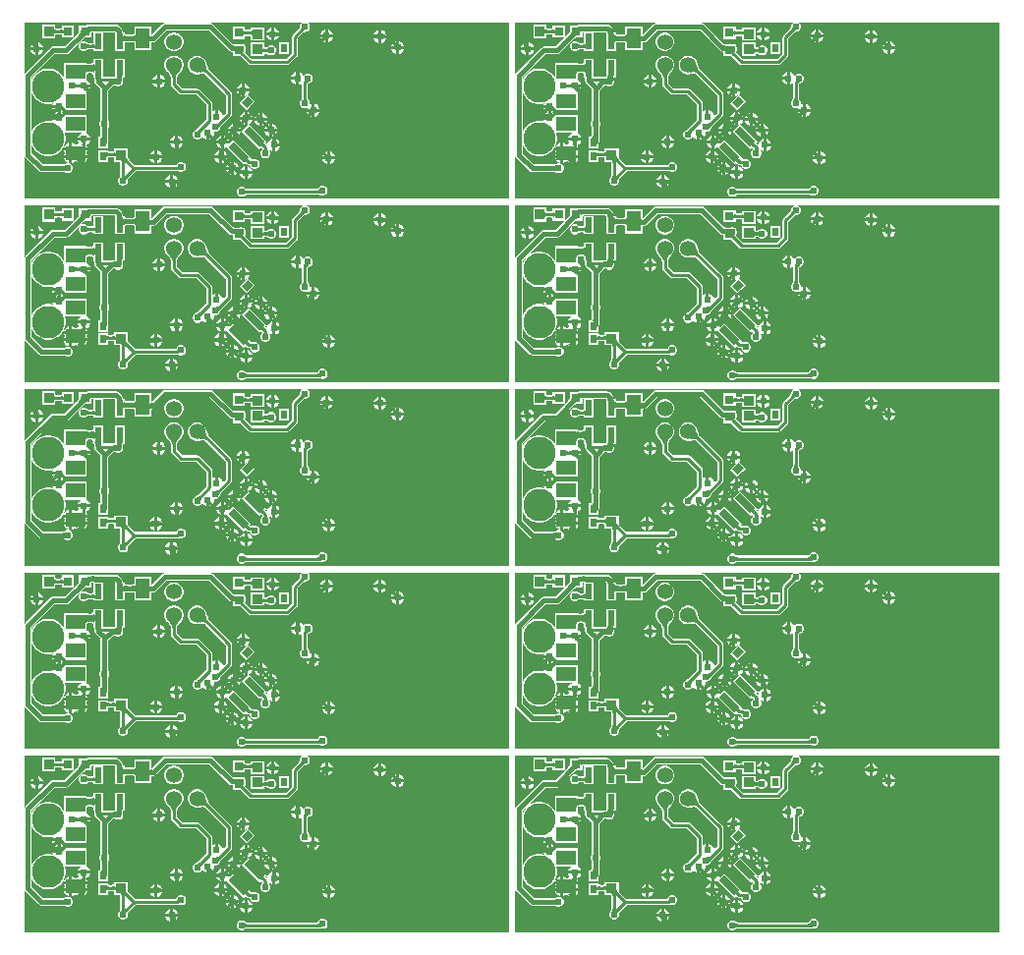
<source format=gbl>
G04*
G04 #@! TF.GenerationSoftware,Altium Limited,Altium Designer,22.10.1 (41)*
G04*
G04 Layer_Physical_Order=2*
G04 Layer_Color=16711680*
%FSTAX24Y24*%
%MOIN*%
G70*
G04*
G04 #@! TF.SameCoordinates,821BB7C7-380A-43D0-A621-5EA73BA4A5B0*
G04*
G04*
G04 #@! TF.FilePolarity,Positive*
G04*
G01*
G75*
%ADD14R,0.0236X0.0295*%
%ADD25R,0.0335X0.0374*%
%ADD28C,0.0200*%
%ADD29C,0.0100*%
%ADD41C,0.0150*%
%ADD42C,0.1102*%
%ADD43R,0.0535X0.0535*%
%ADD44C,0.0535*%
%ADD45C,0.0240*%
%ADD46R,0.0236X0.0520*%
%ADD47R,0.0315X0.0315*%
%ADD48R,0.0374X0.0335*%
G04:AMPARAMS|DCode=49|XSize=15.7mil|YSize=74.8mil|CornerRadius=0mil|HoleSize=0mil|Usage=FLASHONLY|Rotation=45.000|XOffset=0mil|YOffset=0mil|HoleType=Round|Shape=Rectangle|*
%AMROTATEDRECTD49*
4,1,4,0.0209,-0.0320,-0.0320,0.0209,-0.0209,0.0320,0.0320,-0.0209,0.0209,-0.0320,0.0*
%
%ADD49ROTATEDRECTD49*%

G04:AMPARAMS|DCode=50|XSize=23.6mil|YSize=74.8mil|CornerRadius=0mil|HoleSize=0mil|Usage=FLASHONLY|Rotation=45.000|XOffset=0mil|YOffset=0mil|HoleType=Round|Shape=Rectangle|*
%AMROTATEDRECTD50*
4,1,4,0.0181,-0.0348,-0.0348,0.0181,-0.0181,0.0348,0.0348,-0.0181,0.0181,-0.0348,0.0*
%
%ADD50ROTATEDRECTD50*%

%ADD51R,0.0315X0.0315*%
G04:AMPARAMS|DCode=52|XSize=23.6mil|YSize=29.5mil|CornerRadius=0mil|HoleSize=0mil|Usage=FLASHONLY|Rotation=135.000|XOffset=0mil|YOffset=0mil|HoleType=Round|Shape=Rectangle|*
%AMROTATEDRECTD52*
4,1,4,0.0188,0.0021,-0.0021,-0.0188,-0.0188,-0.0021,0.0021,0.0188,0.0188,0.0021,0.0*
%
%ADD52ROTATEDRECTD52*%

%ADD53R,0.0669X0.0512*%
%ADD54R,0.0484X0.0709*%
G36*
X048625Y046603D02*
X048616Y046603D01*
X048606Y046602D01*
X048597Y046599D01*
X048588Y046596D01*
X048579Y046593D01*
X048569Y046588D01*
X04856Y046582D01*
X048551Y046575D01*
X048542Y046568D01*
X048534Y04656D01*
X048463Y04663D01*
X048471Y046639D01*
X048479Y046648D01*
X048485Y046657D01*
X048491Y046666D01*
X048496Y046675D01*
X0485Y046684D01*
X048503Y046694D01*
X048505Y046703D01*
X048506Y046713D01*
X048506Y046722D01*
X048625Y046603D01*
D02*
G37*
G36*
X031972D02*
X031962Y046603D01*
X031953Y046602D01*
X031943Y046599D01*
X031934Y046596D01*
X031925Y046593D01*
X031916Y046588D01*
X031907Y046582D01*
X031898Y046575D01*
X031889Y046568D01*
X03188Y04656D01*
X031809Y04663D01*
X031818Y046639D01*
X031825Y046648D01*
X031832Y046657D01*
X031837Y046666D01*
X031842Y046675D01*
X031846Y046684D01*
X031849Y046694D01*
X031851Y046703D01*
X031852Y046713D01*
X031853Y046722D01*
X031972Y046603D01*
D02*
G37*
G36*
X041478Y046598D02*
X04145Y046597D01*
X041424Y046595D01*
X041402Y046591D01*
X041382Y046586D01*
X041366Y046579D01*
X041352Y046571D01*
X041342Y046561D01*
X041334Y04655D01*
X04133Y046537D01*
X041328Y046523D01*
Y046729D01*
X04133Y046733D01*
X041334Y046736D01*
X041342Y046739D01*
X041352Y046741D01*
X041366Y046744D01*
X041402Y046747D01*
X041478Y046748D01*
Y046598D01*
D02*
G37*
G36*
X024824D02*
X024796Y046597D01*
X02477Y046595D01*
X024748Y046591D01*
X024728Y046586D01*
X024712Y046579D01*
X024698Y046571D01*
X024688Y046561D01*
X02468Y04655D01*
X024676Y046537D01*
X024674Y046523D01*
Y046729D01*
X024676Y046733D01*
X02468Y046736D01*
X024688Y046739D01*
X024698Y046741D01*
X024712Y046744D01*
X024748Y046747D01*
X024824Y046748D01*
Y046598D01*
D02*
G37*
G36*
X042389Y046566D02*
X042393Y04652D01*
X042395Y046509D01*
X042398Y0465D01*
X042401Y046493D01*
X042405Y046488D01*
X04241Y046484D01*
X042414Y046483D01*
X042234Y046485D01*
X042235Y046486D01*
X042235Y046489D01*
X042236Y046494D01*
X042237Y046501D01*
X042238Y046534D01*
X042239Y046585D01*
X042389D01*
X042389Y046566D01*
D02*
G37*
G36*
X025735D02*
X025739Y04652D01*
X025742Y046509D01*
X025744Y0465D01*
X025748Y046493D01*
X025752Y046488D01*
X025756Y046484D01*
X025761Y046483D01*
X02558Y046485D01*
X025581Y046486D01*
X025582Y046489D01*
X025583Y046494D01*
X025583Y046501D01*
X025585Y046534D01*
X025585Y046585D01*
X025735D01*
X025735Y046566D01*
D02*
G37*
G36*
X040426Y046473D02*
X040425Y046483D01*
X040422Y046491D01*
X040417Y046499D01*
X04041Y046505D01*
X040401Y046511D01*
X04039Y046515D01*
X040377Y046519D01*
X040361Y046521D01*
X040344Y046523D01*
X040325Y046523D01*
Y046623D01*
X040344Y046624D01*
X040361Y046625D01*
X040377Y046628D01*
X04039Y046631D01*
X040401Y046636D01*
X04041Y046641D01*
X040417Y046648D01*
X040422Y046655D01*
X040425Y046664D01*
X040426Y046673D01*
Y046473D01*
D02*
G37*
G36*
X040099Y046664D02*
X040102Y046655D01*
X040107Y046648D01*
X040114Y046641D01*
X040123Y046636D01*
X040134Y046631D01*
X040147Y046628D01*
X040162Y046625D01*
X040179Y046624D01*
X040198Y046623D01*
Y046523D01*
X040179Y046523D01*
X040162Y046521D01*
X040147Y046519D01*
X040134Y046515D01*
X040123Y046511D01*
X040114Y046505D01*
X040107Y046499D01*
X040102Y046491D01*
X040099Y046483D01*
X040098Y046473D01*
Y046673D01*
X040099Y046664D01*
D02*
G37*
G36*
X023773Y046473D02*
X023772Y046483D01*
X023769Y046491D01*
X023763Y046499D01*
X023756Y046505D01*
X023747Y046511D01*
X023736Y046515D01*
X023723Y046519D01*
X023708Y046521D01*
X023691Y046523D01*
X023671Y046523D01*
Y046623D01*
X023691Y046624D01*
X023708Y046625D01*
X023723Y046628D01*
X023736Y046631D01*
X023747Y046636D01*
X023756Y046641D01*
X023763Y046648D01*
X023769Y046655D01*
X023772Y046664D01*
X023773Y046673D01*
Y046473D01*
D02*
G37*
G36*
X023446Y046664D02*
X023449Y046655D01*
X023454Y046648D01*
X023461Y046641D01*
X02347Y046636D01*
X023481Y046631D01*
X023494Y046628D01*
X023509Y046625D01*
X023526Y046624D01*
X023545Y046623D01*
Y046523D01*
X023526Y046523D01*
X023509Y046521D01*
X023494Y046519D01*
X023481Y046515D01*
X02347Y046511D01*
X023461Y046505D01*
X023454Y046499D01*
X023449Y046491D01*
X023446Y046483D01*
X023445Y046473D01*
Y046673D01*
X023446Y046664D01*
D02*
G37*
G36*
X041228Y046418D02*
X041216Y046427D01*
X041202Y046431D01*
X041186Y046431D01*
X041168Y046426D01*
X041148Y046418D01*
X041126Y046405D01*
X041102Y046388D01*
X041075Y046366D01*
X041015Y046311D01*
X040909Y046417D01*
X040939Y046448D01*
X040986Y046503D01*
X041003Y046528D01*
X041016Y04655D01*
X041025Y04657D01*
X041029Y046588D01*
X041029Y046604D01*
X041025Y046617D01*
X041017Y046629D01*
X041228Y046418D01*
D02*
G37*
G36*
X024574D02*
X024562Y046427D01*
X024549Y046431D01*
X024533Y046431D01*
X024515Y046426D01*
X024495Y046418D01*
X024472Y046405D01*
X024448Y046388D01*
X024421Y046366D01*
X024362Y046311D01*
X024256Y046417D01*
X024286Y046448D01*
X024333Y046503D01*
X02435Y046528D01*
X024363Y04655D01*
X024371Y04657D01*
X024375Y046588D01*
X024376Y046604D01*
X024371Y046617D01*
X024363Y046629D01*
X024574Y046418D01*
D02*
G37*
G36*
X043368Y046426D02*
X043372Y04642D01*
X043377Y046415D01*
X043385Y04641D01*
X043395Y046407D01*
X043407Y046404D01*
X043421Y046401D01*
X043437Y0464D01*
X043476Y046398D01*
Y046248D01*
X043456Y046248D01*
X043421Y046245D01*
X043407Y046243D01*
X043395Y04624D01*
X043385Y046236D01*
X043377Y046232D01*
X043372Y046226D01*
X043368Y046221D01*
X043367Y046214D01*
Y046432D01*
X043368Y046426D01*
D02*
G37*
G36*
X026715D02*
X026718Y04642D01*
X026724Y046415D01*
X026731Y04641D01*
X026741Y046407D01*
X026753Y046404D01*
X026767Y046401D01*
X026784Y0464D01*
X026823Y046398D01*
Y046248D01*
X026802Y046248D01*
X026767Y046245D01*
X026753Y046243D01*
X026741Y04624D01*
X026731Y046236D01*
X026724Y046232D01*
X026718Y046226D01*
X026715Y046221D01*
X026714Y046214D01*
Y046432D01*
X026715Y046426D01*
D02*
G37*
G36*
X042887Y046189D02*
X042885Y046203D01*
X042881Y046216D01*
X042873Y046227D01*
X042863Y046237D01*
X042849Y046245D01*
X042832Y046252D01*
X042813Y046257D01*
X04279Y046261D01*
X042764Y046263D01*
X042736Y046264D01*
Y046414D01*
X042764Y046415D01*
X04279Y046417D01*
X042813Y046421D01*
X042832Y046426D01*
X042849Y046433D01*
X042863Y046441D01*
X042873Y046451D01*
X042881Y046462D01*
X042885Y046475D01*
X042887Y046489D01*
Y046189D01*
D02*
G37*
G36*
X042469Y046471D02*
X042473Y046459D01*
X042481Y046449D01*
X042491Y046439D01*
X042505Y046432D01*
X042521Y046425D01*
X042541Y04642D01*
X042563Y046417D01*
X042589Y046415D01*
X042617Y046414D01*
Y046264D01*
X042589Y046263D01*
X042563Y046261D01*
X042541Y046257D01*
X042521Y046252D01*
X042505Y046245D01*
X042491Y046237D01*
X042481Y046227D01*
X042473Y046216D01*
X042469Y046203D01*
X042467Y046189D01*
Y046485D01*
X042469Y046471D01*
D02*
G37*
G36*
X026233Y046189D02*
X026232Y046203D01*
X026227Y046216D01*
X02622Y046227D01*
X026209Y046237D01*
X026195Y046245D01*
X026179Y046252D01*
X026159Y046257D01*
X026136Y046261D01*
X026111Y046263D01*
X026082Y046264D01*
Y046414D01*
X026111Y046415D01*
X026136Y046417D01*
X026159Y046421D01*
X026179Y046426D01*
X026195Y046433D01*
X026209Y046441D01*
X02622Y046451D01*
X026227Y046462D01*
X026232Y046475D01*
X026233Y046489D01*
Y046189D01*
D02*
G37*
G36*
X025815Y046471D02*
X02582Y046459D01*
X025827Y046449D01*
X025838Y046439D01*
X025851Y046432D01*
X025868Y046425D01*
X025887Y04642D01*
X02591Y046417D01*
X025935Y046415D01*
X025964Y046414D01*
Y046264D01*
X025935Y046263D01*
X02591Y046261D01*
X025887Y046257D01*
X025868Y046252D01*
X025851Y046245D01*
X025838Y046237D01*
X025827Y046227D01*
X02582Y046216D01*
X025815Y046203D01*
X025814Y046189D01*
Y046485D01*
X025815Y046471D01*
D02*
G37*
G36*
X04622Y046084D02*
X046221Y045929D01*
X046221Y045931D01*
X046218Y045932D01*
X046214Y045933D01*
X046208Y045933D01*
X046192Y045934D01*
X046139Y045935D01*
Y046085D01*
X04622Y046084D01*
D02*
G37*
G36*
X029567D02*
X029568Y045929D01*
X029567Y045931D01*
X029565Y045932D01*
X02956Y045933D01*
X029555Y045933D01*
X029538Y045934D01*
X029486Y045935D01*
Y046085D01*
X029567Y046084D01*
D02*
G37*
G36*
X04853Y046867D02*
X048482Y04682D01*
X048456Y046757D01*
Y046733D01*
X048452Y046724D01*
X048452Y046717D01*
X048451Y046713D01*
X04845Y046708D01*
X048449Y046703D01*
X048447Y046698D01*
X048444Y046693D01*
X04844Y046687D01*
X048436Y046682D01*
X048431Y046675D01*
X048424Y046668D01*
X048422Y046663D01*
X048204Y046445D01*
X048182Y046412D01*
X048174Y046373D01*
Y045815D01*
X047984Y045625D01*
X046823D01*
X046588Y04586D01*
X046605Y045877D01*
X046631Y045939D01*
Y046007D01*
X046605Y04607D01*
X046584Y046091D01*
Y046135D01*
X046514D01*
X046495Y046143D01*
X046427D01*
X046408Y046135D01*
X046306D01*
X046294Y046138D01*
X046222D01*
X046221Y046138D01*
X046191Y046139D01*
X045517Y046813D01*
X045475Y046841D01*
X045426Y046851D01*
X043876D01*
X043828Y046841D01*
X043786Y046813D01*
X043428Y046455D01*
X043419Y046457D01*
Y046743D01*
X042834D01*
Y046497D01*
X042833Y046495D01*
X042832Y046487D01*
X042832Y046487D01*
X042832Y046486D01*
X04283Y046484D01*
X042825Y046481D01*
X042815Y046477D01*
X042801Y046474D01*
X042783Y046471D01*
X042761Y046469D01*
X042734Y046468D01*
X04273Y046466D01*
X042622D01*
X042619Y046468D01*
X042592Y046469D01*
X04257Y046471D01*
X042552Y046473D01*
X042538Y046477D01*
X042528Y046481D01*
X042523Y046484D01*
X042522Y046485D01*
X042521Y046491D01*
X042519Y046495D01*
Y046536D01*
X042474D01*
X042467Y046539D01*
X042464Y046538D01*
X042461Y046538D01*
X042457Y046536D01*
X042446D01*
X042443Y046569D01*
X042443Y046586D01*
X042439Y046594D01*
X042431Y046634D01*
X042404Y046675D01*
X042316Y046763D01*
X042275Y046791D01*
X042226Y046801D01*
X041482D01*
X041478Y046802D01*
X041477Y046802D01*
X041477Y046802D01*
X041402Y046801D01*
X041272D01*
X041223Y046791D01*
X041208Y046781D01*
X040964D01*
Y046639D01*
X040963Y046638D01*
X040964Y046633D01*
Y046633D01*
X040963Y046629D01*
X040964Y046625D01*
Y046568D01*
X040957Y046557D01*
X040943Y046536D01*
X040899Y046484D01*
X04087Y046455D01*
X040869Y046451D01*
X040789Y04637D01*
Y046781D01*
X040374D01*
Y046683D01*
X040373Y046683D01*
X040365Y046681D01*
X040355Y046679D01*
X040341Y046678D01*
X040323Y046677D01*
X040319Y046675D01*
X040205D01*
X0402Y046677D01*
X040183Y046678D01*
X040169Y046679D01*
X040159Y046681D01*
X040152Y046683D01*
X04015Y046683D01*
X04015Y046684D01*
Y04681D01*
X039715D01*
Y046336D01*
X04015D01*
Y046463D01*
X04015Y046463D01*
X040152Y046464D01*
X040159Y046466D01*
X040169Y046467D01*
X040183Y046469D01*
X0402Y046469D01*
X040205Y046471D01*
X040319D01*
X040323Y046469D01*
X040341Y046469D01*
X040355Y046467D01*
X040365Y046466D01*
X040373Y046464D01*
X040374Y046463D01*
Y046366D01*
X040784D01*
X040469Y046051D01*
X040076D01*
X040028Y046041D01*
X039986Y046013D01*
X039136Y045163D01*
X03911Y045124D01*
Y046878D01*
X048556D01*
X04853Y046867D01*
D02*
G37*
G36*
X031877D02*
X031829Y04682D01*
X031803Y046757D01*
Y046733D01*
X031799Y046724D01*
X031799Y046717D01*
X031798Y046713D01*
X031797Y046708D01*
X031795Y046703D01*
X031793Y046698D01*
X03179Y046693D01*
X031787Y046687D01*
X031783Y046682D01*
X031777Y046675D01*
X03177Y046668D01*
X031768Y046663D01*
X031551Y046445D01*
X031529Y046412D01*
X031521Y046373D01*
Y045815D01*
X031331Y045625D01*
X03017D01*
X029935Y04586D01*
X029951Y045877D01*
X029977Y045939D01*
Y046007D01*
X029951Y04607D01*
X02993Y046091D01*
Y046135D01*
X02986D01*
X029841Y046143D01*
X029773D01*
X029754Y046135D01*
X029653D01*
X02964Y046138D01*
X029569D01*
X029567Y046138D01*
X029538Y046139D01*
X028863Y046813D01*
X028822Y046841D01*
X028773Y046851D01*
X027223D01*
X027174Y046841D01*
X027133Y046813D01*
X026774Y046455D01*
X026765Y046457D01*
Y046743D01*
X026181D01*
Y046497D01*
X026179Y046495D01*
X026179Y046487D01*
X026178Y046487D01*
X026178Y046486D01*
X026176Y046484D01*
X026171Y046481D01*
X026162Y046477D01*
X026148Y046474D01*
X02613Y046471D01*
X026108Y046469D01*
X026081Y046468D01*
X026077Y046466D01*
X025969D01*
X025965Y046468D01*
X025938Y046469D01*
X025916Y046471D01*
X025898Y046473D01*
X025884Y046477D01*
X025875Y046481D01*
X025869Y046484D01*
X025868Y046485D01*
X025868Y046491D01*
X025865Y046495D01*
Y046536D01*
X025821D01*
X025814Y046539D01*
X025811Y046538D01*
X025808Y046538D01*
X025803Y046536D01*
X025792D01*
X025789Y046569D01*
X025789Y046586D01*
X025786Y046594D01*
X025778Y046634D01*
X02575Y046675D01*
X025662Y046763D01*
X025621Y046791D01*
X025572Y046801D01*
X024829D01*
X024824Y046802D01*
X024824Y046802D01*
X024823Y046802D01*
X024748Y046801D01*
X024618D01*
X024569Y046791D01*
X024554Y046781D01*
X024311D01*
Y046639D01*
X02431Y046638D01*
X024311Y046633D01*
Y046633D01*
X024309Y046629D01*
X024311Y046625D01*
Y046568D01*
X024304Y046557D01*
X02429Y046536D01*
X024246Y046484D01*
X024217Y046455D01*
X024215Y046451D01*
X024135Y04637D01*
Y046781D01*
X02372D01*
Y046683D01*
X023719Y046683D01*
X023712Y046681D01*
X023701Y046679D01*
X023688Y046678D01*
X02367Y046677D01*
X023665Y046675D01*
X023551D01*
X023546Y046677D01*
X023529Y046678D01*
X023516Y046679D01*
X023505Y046681D01*
X023498Y046683D01*
X023496Y046683D01*
X023496Y046684D01*
Y04681D01*
X023061D01*
Y046336D01*
X023496D01*
Y046463D01*
X023496Y046463D01*
X023498Y046464D01*
X023505Y046466D01*
X023516Y046467D01*
X023529Y046469D01*
X023546Y046469D01*
X023551Y046471D01*
X023665D01*
X02367Y046469D01*
X023688Y046469D01*
X023701Y046467D01*
X023712Y046466D01*
X023719Y046464D01*
X02372Y046463D01*
Y046366D01*
X02413D01*
X023815Y046051D01*
X023423D01*
X023374Y046041D01*
X023333Y046013D01*
X022483Y045163D01*
X022456Y045124D01*
Y046878D01*
X031902D01*
X031877Y046867D01*
D02*
G37*
G36*
X041487Y04512D02*
X041485Y045139D01*
X041479Y045156D01*
X041469Y045171D01*
X041455Y045184D01*
X041436Y045195D01*
X041414Y045204D01*
X041388Y045211D01*
X041358Y045216D01*
X041332Y045219D01*
X041307Y045216D01*
X041276Y045211D01*
X04125Y045204D01*
X041228Y045195D01*
X04121Y045184D01*
X041196Y045171D01*
X041186Y045156D01*
X04118Y045139D01*
X041178Y04512D01*
X041179Y045456D01*
X041181Y045449D01*
X041187Y045443D01*
X041197Y045438D01*
X041211Y045433D01*
X041229Y045429D01*
X041251Y045426D01*
X041307Y045422D01*
X041325Y045422D01*
X041358Y045424D01*
X041388Y045429D01*
X041414Y045436D01*
X041436Y045445D01*
X041455Y045456D01*
X041469Y045469D01*
X041479Y045484D01*
X041485Y045501D01*
X041487Y04552D01*
Y04512D01*
D02*
G37*
G36*
X024833D02*
X024831Y045139D01*
X024825Y045156D01*
X024815Y045171D01*
X024801Y045184D01*
X024783Y045195D01*
X024761Y045204D01*
X024735Y045211D01*
X024704Y045216D01*
X024679Y045219D01*
X024653Y045216D01*
X024623Y045211D01*
X024597Y045204D01*
X024575Y045195D01*
X024556Y045184D01*
X024542Y045171D01*
X024532Y045156D01*
X024526Y045139D01*
X024524Y04512D01*
X024525Y045456D01*
X024527Y045449D01*
X024533Y045443D01*
X024543Y045438D01*
X024557Y045433D01*
X024575Y045429D01*
X024597Y045426D01*
X024653Y045422D01*
X024671Y045422D01*
X024704Y045424D01*
X024735Y045429D01*
X024761Y045436D01*
X024783Y045445D01*
X024801Y045456D01*
X024815Y045469D01*
X024825Y045484D01*
X024831Y045501D01*
X024833Y04552D01*
Y04512D01*
D02*
G37*
G36*
X055533Y040888D02*
X03911D01*
Y042331D01*
X039136Y042292D01*
X039595Y041833D01*
X039636Y041805D01*
X039685Y041796D01*
X040406D01*
X040409Y041794D01*
X040445Y041793D01*
X040461Y041792D01*
X040465Y041792D01*
X040467Y041791D01*
X040467Y041791D01*
X040467Y041791D01*
X040468Y041791D01*
X04048Y041779D01*
X040543Y041753D01*
X04061D01*
X040673Y041779D01*
X040721Y041827D01*
X040747Y041889D01*
Y041957D01*
X040721Y04202D01*
X040673Y042067D01*
X04061Y042093D01*
X040543D01*
X04048Y042067D01*
X040468Y042056D01*
X040467Y042055D01*
X040467Y042055D01*
X040467Y042055D01*
X040467Y042055D01*
X040422Y042052D01*
X04041Y042052D01*
X040406Y042051D01*
X039738D01*
X039354Y042435D01*
Y042734D01*
X039387Y042653D01*
X039453Y042554D01*
X039537Y04247D01*
X039635Y042405D01*
X039745Y042359D01*
X039861Y042336D01*
X039979D01*
X040096Y042359D01*
X040205Y042405D01*
X040303Y04247D01*
X040387Y042554D01*
X040453Y042653D01*
X040498Y042762D01*
X040521Y042878D01*
Y042997D01*
X040498Y043113D01*
X040494Y043124D01*
X041035D01*
X041002Y04311D01*
X04094Y043048D01*
X040909Y042973D01*
X041344D01*
X041313Y043048D01*
X041251Y04311D01*
X041218Y043124D01*
X04123D01*
Y043735D01*
X040468D01*
X040463Y043748D01*
X040401Y04381D01*
X040369Y043823D01*
X040401Y043837D01*
X040463Y043899D01*
X040468Y043911D01*
X04123D01*
Y044523D01*
X041218D01*
X041251Y044537D01*
X041313Y044599D01*
X041344Y044673D01*
X041258D01*
X041262Y044666D01*
X041268Y044657D01*
X041274Y044648D01*
X041282Y044639D01*
X04129Y04463D01*
X041262Y044603D01*
X04127Y044595D01*
X041243Y044584D01*
X041219Y04456D01*
X04121Y044568D01*
X041209Y044569D01*
X041171Y044552D01*
X041162Y044561D01*
X041137Y044583D01*
X041129Y044589D01*
X041112Y044599D01*
X041104Y044603D01*
X041096Y044606D01*
X041088Y044609D01*
X041177Y044652D01*
X041198Y044673D01*
X041126D01*
Y044773D01*
X041344D01*
X041313Y044848D01*
X041251Y04491D01*
X04123Y044919D01*
Y045112D01*
X041231Y045115D01*
X041233Y045127D01*
X041234Y045132D01*
X041237Y045136D01*
X041243Y045141D01*
X041252Y045147D01*
X041267Y045153D01*
X041288Y045158D01*
X041313Y045163D01*
X041332Y045164D01*
X041351Y045163D01*
X041377Y045158D01*
X041397Y045153D01*
X041412Y045147D01*
X041422Y045141D01*
X041427Y045136D01*
X04143Y045132D01*
X041432Y045127D01*
X041433Y045115D01*
X041434Y045112D01*
Y045074D01*
X041432Y045071D01*
X041433Y045066D01*
X041431Y045062D01*
X041434Y045055D01*
Y045011D01*
X041465D01*
X041468Y045001D01*
X04147Y044988D01*
X041473Y044947D01*
X041473Y044922D01*
X041475Y044919D01*
Y044897D01*
X041485Y044848D01*
X041512Y044807D01*
X041527Y044797D01*
X041536Y044783D01*
X041699Y04462D01*
Y043594D01*
X041697Y04359D01*
X041697Y043555D01*
X041695Y043539D01*
X041695Y043535D01*
X041694Y043533D01*
X041694Y043532D01*
X041694Y043532D01*
X041694Y043531D01*
X041682Y04352D01*
X041656Y043457D01*
Y043389D01*
X041682Y043327D01*
X041694Y043315D01*
X041694Y043314D01*
X041694Y043314D01*
X041694Y043314D01*
X041694Y043314D01*
X041697Y043269D01*
X041697Y043257D01*
X041699Y043253D01*
Y043101D01*
X041697Y043097D01*
X041697Y04307D01*
X041695Y043049D01*
X041692Y043031D01*
X041688Y043017D01*
X041684Y043007D01*
X041681Y043002D01*
X041679Y043D01*
X041679Y043D01*
X041678Y042999D01*
X04167Y042999D01*
X041668Y042997D01*
X041608D01*
Y042602D01*
X041945D01*
Y042803D01*
X041954Y04285D01*
Y043064D01*
X041955Y043093D01*
X041955Y043095D01*
X041956Y043096D01*
X041954Y0431D01*
Y043252D01*
X041956Y043256D01*
X041956Y043292D01*
X041958Y043307D01*
X041958Y043312D01*
X041959Y043314D01*
X041959Y043314D01*
X041959Y043314D01*
X041959Y043315D01*
X041971Y043327D01*
X041997Y043389D01*
Y043457D01*
X041971Y04352D01*
X041959Y043531D01*
X041959Y043532D01*
X041959Y043532D01*
X041959Y043533D01*
X041958Y043533D01*
X041956Y043577D01*
X041956Y043589D01*
X041954Y043593D01*
Y04457D01*
X042128Y044744D01*
X042161Y044743D01*
X042176Y044742D01*
X042181Y044742D01*
X042183Y044741D01*
X042183Y044741D01*
X042183Y044741D01*
X042184Y044741D01*
X042196Y044729D01*
X042258Y044703D01*
X042326D01*
X042389Y044729D01*
X042436Y044777D01*
X042462Y044839D01*
Y044907D01*
X042445Y044949D01*
X042444Y045011D01*
X042519D01*
Y04563D01*
X042182D01*
Y045031D01*
X04213Y045027D01*
X042111Y045027D01*
X042106Y045025D01*
X041771D01*
Y045055D01*
X041773Y045062D01*
X041772Y045066D01*
X041773Y045071D01*
X041771Y045074D01*
Y04563D01*
X041434D01*
Y045529D01*
X041433Y045526D01*
X041432Y045514D01*
X04143Y045509D01*
X041427Y045505D01*
X041422Y0455D01*
X041412Y045494D01*
X041397Y045488D01*
X041377Y045482D01*
X041351Y045478D01*
X041323Y045476D01*
X041309Y045476D01*
X041257Y04548D01*
X041238Y045483D01*
X04123Y045484D01*
Y045507D01*
X041186D01*
X041179Y04551D01*
X041172Y045507D01*
X04117D01*
X041163Y045508D01*
X041163Y045507D01*
X040461D01*
Y044975D01*
X040453Y044994D01*
X040387Y045092D01*
X040303Y045176D01*
X040205Y045242D01*
X040096Y045287D01*
X039979Y04531D01*
X039861D01*
X039745Y045287D01*
X039635Y045242D01*
X039537Y045176D01*
X039453Y045092D01*
X039387Y044994D01*
X039354Y044913D01*
Y04502D01*
X040129Y045796D01*
X040522D01*
X040571Y045805D01*
X040612Y045833D01*
X041049Y04627D01*
X041052Y046271D01*
X04111Y046325D01*
X041134Y046344D01*
X041155Y046359D01*
X041167Y046366D01*
X041223D01*
X041228Y046364D01*
X041232Y046366D01*
X041232D01*
X041236Y046365D01*
X041238Y046366D01*
X041379D01*
Y046513D01*
X041382Y046518D01*
X041383Y046525D01*
X041383Y046526D01*
X041383Y046526D01*
X041385Y046528D01*
X04139Y046531D01*
X041399Y046535D01*
X041413Y046539D01*
X041431Y046541D01*
X041453Y046543D01*
X041479Y046544D01*
X041483Y046546D01*
X042173D01*
X042183Y046536D01*
X042182D01*
Y0465D01*
X042182Y046497D01*
X042182Y046495D01*
Y046492D01*
X042179Y046485D01*
X04218Y046484D01*
X042179Y046484D01*
X042182Y046477D01*
Y045916D01*
X042519D01*
Y046178D01*
X042521Y046183D01*
X042522Y046191D01*
X042522Y046192D01*
X042522Y046192D01*
X042524Y046194D01*
X042529Y046197D01*
X042539Y046201D01*
X042552Y046204D01*
X04257Y046207D01*
X042592Y046209D01*
X042619Y04621D01*
X042623Y046212D01*
X04273D01*
X042734Y04621D01*
X042761Y046209D01*
X042783Y046207D01*
X042801Y046204D01*
X042815Y046201D01*
X042825Y046197D01*
X04283Y046193D01*
X042832Y046192D01*
X042832Y046191D01*
X042832Y046191D01*
X042833Y046183D01*
X042834Y046181D01*
Y045935D01*
X043419D01*
Y04619D01*
X043427Y046191D01*
X043458Y046194D01*
X043477Y046194D01*
X043485Y046198D01*
X043525Y046205D01*
X043567Y046233D01*
X043929Y046596D01*
X045374D01*
X046049Y04592D01*
X04609Y045893D01*
X04613Y045885D01*
X046138Y045881D01*
X046169Y045881D01*
Y04572D01*
X04644D01*
X046709Y045451D01*
X046742Y045429D01*
X046781Y045421D01*
X048026D01*
X048065Y045429D01*
X048099Y045451D01*
X048349Y045701D01*
X048371Y045734D01*
X048378Y045773D01*
Y046331D01*
X048566Y046519D01*
X048571Y04652D01*
X048578Y046528D01*
X048585Y046533D01*
X048591Y046537D01*
X048596Y046541D01*
X048602Y046544D01*
X048607Y046546D01*
X048611Y046547D01*
X048616Y046548D01*
X04862Y046549D01*
X048627Y046549D01*
X048636Y046553D01*
X04866D01*
X048723Y046579D01*
X048771Y046627D01*
X048797Y046689D01*
Y046757D01*
X048771Y04682D01*
X048723Y046867D01*
X048697Y046878D01*
X055533D01*
Y040888D01*
D02*
G37*
G36*
X038879D02*
X022456D01*
Y042331D01*
X022483Y042292D01*
X022941Y041833D01*
X022983Y041805D01*
X023031Y041796D01*
X023752D01*
X023756Y041794D01*
X023791Y041793D01*
X023807Y041792D01*
X023811Y041792D01*
X023813Y041791D01*
X023814Y041791D01*
X023814Y041791D01*
X023815Y041791D01*
X023827Y041779D01*
X023889Y041753D01*
X023957D01*
X024019Y041779D01*
X024067Y041827D01*
X024093Y041889D01*
Y041957D01*
X024067Y04202D01*
X024019Y042067D01*
X023957Y042093D01*
X023889D01*
X023827Y042067D01*
X023815Y042056D01*
X023814Y042055D01*
X023814Y042055D01*
X023813Y042055D01*
X023813Y042055D01*
X023769Y042052D01*
X023757Y042052D01*
X023753Y042051D01*
X023084D01*
X0227Y042435D01*
Y042734D01*
X022734Y042653D01*
X0228Y042554D01*
X022883Y04247D01*
X022982Y042405D01*
X023091Y042359D01*
X023207Y042336D01*
X023326D01*
X023442Y042359D01*
X023551Y042405D01*
X02365Y04247D01*
X023734Y042554D01*
X023799Y042653D01*
X023845Y042762D01*
X023868Y042878D01*
Y042997D01*
X023845Y043113D01*
X02384Y043124D01*
X024382D01*
X024348Y04311D01*
X024286Y043048D01*
X024255Y042973D01*
X02469D01*
X024659Y043048D01*
X024598Y04311D01*
X024564Y043124D01*
X024576D01*
Y043735D01*
X023815D01*
X023809Y043748D01*
X023748Y04381D01*
X023715Y043823D01*
X023748Y043837D01*
X023809Y043899D01*
X023815Y043911D01*
X024576D01*
Y044523D01*
X024564D01*
X024598Y044537D01*
X024659Y044599D01*
X02469Y044673D01*
X024605D01*
X024608Y044666D01*
X024614Y044657D01*
X024621Y044648D01*
X024628Y044639D01*
X024636Y04463D01*
X024609Y044603D01*
X024616Y044595D01*
X02459Y044584D01*
X024566Y04456D01*
X024557Y044568D01*
X024556Y044569D01*
X024518Y044552D01*
X024509Y044561D01*
X024483Y044583D01*
X024475Y044589D01*
X024459Y044599D01*
X024451Y044603D01*
X024443Y044606D01*
X024435Y044609D01*
X024523Y044652D01*
X024544Y044673D01*
X024473D01*
Y044773D01*
X02469D01*
X024659Y044848D01*
X024598Y04491D01*
X024576Y044919D01*
Y045112D01*
X024578Y045115D01*
X024579Y045127D01*
X024581Y045132D01*
X024584Y045136D01*
X024589Y045141D01*
X024599Y045147D01*
X024614Y045153D01*
X024634Y045158D01*
X02466Y045163D01*
X024679Y045164D01*
X024698Y045163D01*
X024723Y045158D01*
X024743Y045153D01*
X024758Y045147D01*
X024768Y045141D01*
X024774Y045136D01*
X024776Y045132D01*
X024778Y045127D01*
X024779Y045115D01*
X024781Y045112D01*
Y045074D01*
X024779Y045071D01*
X02478Y045066D01*
X024778Y045062D01*
X024781Y045055D01*
Y045011D01*
X024812D01*
X024814Y045001D01*
X024816Y044988D01*
X024819Y044947D01*
X02482Y044922D01*
X024821Y044919D01*
Y044897D01*
X024831Y044848D01*
X024859Y044807D01*
X024873Y044797D01*
X024883Y044783D01*
X025045Y04462D01*
Y043594D01*
X025044Y04359D01*
X025043Y043555D01*
X025042Y043539D01*
X025041Y043535D01*
X025041Y043533D01*
X025041Y043532D01*
X025041Y043532D01*
X02504Y043531D01*
X025029Y04352D01*
X025003Y043457D01*
Y043389D01*
X025029Y043327D01*
X02504Y043315D01*
X025041Y043314D01*
X025041Y043314D01*
X025041Y043314D01*
X025041Y043314D01*
X025044Y043269D01*
X025044Y043257D01*
X025045Y043253D01*
Y043101D01*
X025044Y043097D01*
X025043Y04307D01*
X025041Y043049D01*
X025038Y043031D01*
X025034Y043017D01*
X025031Y043007D01*
X025027Y043002D01*
X025026Y043D01*
X025025Y043D01*
X025025Y042999D01*
X025017Y042999D01*
X025014Y042997D01*
X024955D01*
Y042602D01*
X025291D01*
Y042803D01*
X0253Y04285D01*
Y043064D01*
X025302Y043093D01*
X025301Y043095D01*
X025302Y043096D01*
X0253Y0431D01*
Y043252D01*
X025302Y043256D01*
X025303Y043292D01*
X025304Y043307D01*
X025305Y043312D01*
X025305Y043314D01*
X025305Y043314D01*
X025305Y043314D01*
X025305Y043315D01*
X025317Y043327D01*
X025343Y043389D01*
Y043457D01*
X025317Y04352D01*
X025305Y043531D01*
X025305Y043532D01*
X025305Y043532D01*
X025305Y043533D01*
X025305Y043533D01*
X025302Y043577D01*
X025302Y043589D01*
X0253Y043593D01*
Y04457D01*
X025474Y044744D01*
X025507Y044743D01*
X025523Y044742D01*
X025527Y044742D01*
X025529Y044741D01*
X025529Y044741D01*
X02553Y044741D01*
X025531Y044741D01*
X025542Y044729D01*
X025605Y044703D01*
X025672D01*
X025735Y044729D01*
X025783Y044777D01*
X025809Y044839D01*
Y044907D01*
X025791Y044949D01*
X025791Y045011D01*
X025865D01*
Y04563D01*
X025529D01*
Y045031D01*
X025476Y045027D01*
X025457Y045027D01*
X025452Y045025D01*
X025117D01*
Y045055D01*
X02512Y045062D01*
X025118Y045066D01*
X025119Y045071D01*
X025117Y045074D01*
Y04563D01*
X024781D01*
Y045529D01*
X024779Y045526D01*
X024778Y045514D01*
X024776Y045509D01*
X024774Y045505D01*
X024768Y0455D01*
X024758Y045494D01*
X024743Y045488D01*
X024723Y045482D01*
X024698Y045478D01*
X024669Y045476D01*
X024656Y045476D01*
X024603Y04548D01*
X024585Y045483D01*
X024576Y045484D01*
Y045507D01*
X024532D01*
X024525Y04551D01*
X024518Y045507D01*
X024516D01*
X02451Y045508D01*
X024509Y045507D01*
X023807D01*
Y044975D01*
X023799Y044994D01*
X023734Y045092D01*
X02365Y045176D01*
X023551Y045242D01*
X023442Y045287D01*
X023326Y04531D01*
X023207D01*
X023091Y045287D01*
X022982Y045242D01*
X022883Y045176D01*
X0228Y045092D01*
X022734Y044994D01*
X0227Y044913D01*
Y04502D01*
X023476Y045796D01*
X023868D01*
X023917Y045805D01*
X023958Y045833D01*
X024395Y04627D01*
X024399Y046271D01*
X024457Y046325D01*
X024481Y046344D01*
X024502Y046359D01*
X024513Y046366D01*
X02457D01*
X024574Y046364D01*
X024578Y046366D01*
X024578D01*
X024583Y046365D01*
X024584Y046366D01*
X024726D01*
Y046513D01*
X024728Y046518D01*
X024729Y046525D01*
X024729Y046526D01*
X024729Y046526D01*
X024731Y046528D01*
X024736Y046531D01*
X024746Y046535D01*
X024759Y046539D01*
X024777Y046541D01*
X024799Y046543D01*
X024826Y046544D01*
X02483Y046546D01*
X025519D01*
X025529Y046536D01*
X025529D01*
Y0465D01*
X025528Y046497D01*
X025529Y046495D01*
Y046492D01*
X025526Y046485D01*
X025526Y046484D01*
X025526Y046484D01*
X025529Y046477D01*
Y045916D01*
X025865D01*
Y046178D01*
X025868Y046183D01*
X025868Y046191D01*
X025869Y046192D01*
X025869Y046192D01*
X025871Y046194D01*
X025876Y046197D01*
X025885Y046201D01*
X025899Y046204D01*
X025917Y046207D01*
X025938Y046209D01*
X025965Y04621D01*
X025969Y046212D01*
X026077D01*
X026081Y04621D01*
X026108Y046209D01*
X02613Y046207D01*
X026148Y046204D01*
X026162Y046201D01*
X026171Y046197D01*
X026176Y046193D01*
X026178Y046192D01*
X026178Y046191D01*
X026179Y046191D01*
X026179Y046183D01*
X026181Y046181D01*
Y045935D01*
X026765D01*
Y04619D01*
X026774Y046191D01*
X026805Y046194D01*
X026824Y046194D01*
X026832Y046198D01*
X026872Y046205D01*
X026913Y046233D01*
X027276Y046596D01*
X02872D01*
X029396Y04592D01*
X029437Y045893D01*
X029477Y045885D01*
X029485Y045881D01*
X029515Y045881D01*
Y04572D01*
X029786D01*
X030056Y045451D01*
X030089Y045429D01*
X030128Y045421D01*
X031373D01*
X031412Y045429D01*
X031445Y045451D01*
X031695Y045701D01*
X031717Y045734D01*
X031725Y045773D01*
Y046331D01*
X031912Y046519D01*
X031917Y04652D01*
X031925Y046528D01*
X031931Y046533D01*
X031937Y046537D01*
X031943Y046541D01*
X031948Y046544D01*
X031953Y046546D01*
X031958Y046547D01*
X031962Y046548D01*
X031967Y046549D01*
X031974Y046549D01*
X031983Y046553D01*
X032007D01*
X032069Y046579D01*
X032117Y046627D01*
X032143Y046689D01*
Y046757D01*
X032117Y04682D01*
X032069Y046867D01*
X032044Y046878D01*
X038879D01*
Y040888D01*
D02*
G37*
G36*
X04239Y045015D02*
X042391Y044941D01*
X042242Y04497D01*
X042206Y044893D01*
Y044789D01*
X042204Y044791D01*
X0422Y044792D01*
X042196Y044794D01*
X042189Y044795D01*
X042182Y044796D01*
X042163Y044797D01*
X042126Y044798D01*
Y044871D01*
X042124Y044872D01*
X042112Y044873D01*
X0421Y044873D01*
X042111Y044973D01*
X042132Y044973D01*
X042223Y044979D01*
X042231Y04498D01*
X042233Y044984D01*
X042235Y044991D01*
X042236Y044998D01*
X042238Y045007D01*
X042239Y045028D01*
X04224Y045053D01*
X04239Y045015D01*
D02*
G37*
G36*
X025736D02*
X025737Y044941D01*
X025588Y04497D01*
X025553Y044893D01*
Y044789D01*
X02555Y044791D01*
X025547Y044792D01*
X025542Y044794D01*
X025536Y044795D01*
X025528Y044796D01*
X02551Y044797D01*
X025473Y044798D01*
Y044871D01*
X02547Y044872D01*
X025459Y044873D01*
X025447Y044873D01*
X025457Y044973D01*
X025478Y044973D01*
X02557Y044979D01*
X025578Y04498D01*
X02558Y044984D01*
X025581Y044991D01*
X025583Y044998D01*
X025584Y045007D01*
X025586Y045028D01*
X025586Y045053D01*
X025736Y045015D01*
D02*
G37*
G36*
X041711Y04506D02*
X041704Y045056D01*
X041698Y045049D01*
X041693Y04504D01*
X041688Y045027D01*
X041684Y045012D01*
X041681Y044994D01*
X041679Y044973D01*
X041677Y044923D01*
X041527D01*
X041527Y04495D01*
X041524Y044994D01*
X041521Y045012D01*
X041517Y045027D01*
X041512Y04504D01*
X041507Y045049D01*
X041501Y045056D01*
X041493Y04506D01*
X041486Y045062D01*
X041719D01*
X041711Y04506D01*
D02*
G37*
G36*
X025058D02*
X025051Y045056D01*
X025044Y045049D01*
X025039Y04504D01*
X025034Y045027D01*
X025031Y045012D01*
X025028Y044994D01*
X025026Y044973D01*
X025024Y044923D01*
X024874D01*
X024873Y04495D01*
X02487Y044994D01*
X024867Y045012D01*
X024863Y045027D01*
X024859Y04504D01*
X024853Y045049D01*
X024847Y045056D01*
X02484Y04506D01*
X024832Y045062D01*
X025066D01*
X025058Y04506D01*
D02*
G37*
G36*
X041041Y044639D02*
X041034Y044646D01*
X041026Y044651D01*
X041018Y044657D01*
X041009Y044661D01*
X041Y044665D01*
X04099Y044668D01*
X04098Y04467D01*
X040969Y044672D01*
X040957Y044673D01*
X040945Y044673D01*
Y044773D01*
X040957Y044774D01*
X040969Y044775D01*
X04098Y044776D01*
X04099Y044779D01*
X041Y044782D01*
X041009Y044785D01*
X041018Y04479D01*
X041026Y044795D01*
X041034Y044801D01*
X041041Y044807D01*
Y044639D01*
D02*
G37*
G36*
X040819Y044801D02*
X040827Y044795D01*
X040835Y04479D01*
X040844Y044785D01*
X040853Y044782D01*
X040863Y044779D01*
X040873Y044776D01*
X040884Y044775D01*
X040896Y044774D01*
X040908Y044773D01*
Y044673D01*
X040896Y044673D01*
X040884Y044672D01*
X040873Y04467D01*
X040863Y044668D01*
X040853Y044665D01*
X040844Y044661D01*
X040835Y044657D01*
X040827Y044651D01*
X040819Y044646D01*
X040812Y044639D01*
Y044807D01*
X040819Y044801D01*
D02*
G37*
G36*
X024387Y044639D02*
X02438Y044646D01*
X024373Y044651D01*
X024365Y044657D01*
X024356Y044661D01*
X024347Y044665D01*
X024337Y044668D01*
X024326Y04467D01*
X024315Y044672D01*
X024304Y044673D01*
X024292Y044673D01*
Y044773D01*
X024304Y044774D01*
X024315Y044775D01*
X024326Y044776D01*
X024337Y044779D01*
X024347Y044782D01*
X024356Y044785D01*
X024365Y04479D01*
X024373Y044795D01*
X02438Y044801D01*
X024387Y044807D01*
Y044639D01*
D02*
G37*
G36*
X024166Y044801D02*
X024173Y044795D01*
X024181Y04479D01*
X02419Y044785D01*
X024199Y044782D01*
X024209Y044779D01*
X024219Y044776D01*
X02423Y044775D01*
X024242Y044774D01*
X024254Y044773D01*
Y044673D01*
X024242Y044673D01*
X02423Y044672D01*
X024219Y04467D01*
X024209Y044668D01*
X024199Y044665D01*
X02419Y044661D01*
X024181Y044657D01*
X024173Y044651D01*
X024166Y044646D01*
X024159Y044639D01*
Y044807D01*
X024166Y044801D01*
D02*
G37*
G36*
X039387Y044424D02*
X039453Y044326D01*
X039537Y044242D01*
X039635Y044176D01*
X039745Y044131D01*
X039861Y044108D01*
X039979D01*
X040082Y044128D01*
X040059Y044073D01*
X040276D01*
Y043973D01*
X040205D01*
X040241Y043937D01*
X040321D01*
X040395Y044044D01*
X040397Y044035D01*
X040399Y044026D01*
X040403Y044017D01*
X040407Y044008D01*
X040412Y043999D01*
X040417Y04399D01*
X040423Y043981D01*
X04043Y043972D01*
X040446Y043955D01*
X04039Y04387D01*
X040381Y043878D01*
X040372Y043885D01*
X040363Y043892D01*
X040354Y043897D01*
X040345Y043901D01*
X040338Y043903D01*
X040335Y043897D01*
X040332Y043887D01*
X04033Y043877D01*
X040328Y043866D01*
X040327Y043854D01*
X040326Y043842D01*
X040226D01*
X040226Y043854D01*
X040225Y043866D01*
X040223Y043877D01*
X040221Y043887D01*
X040221Y043888D01*
X040219Y043888D01*
X04021Y043882D01*
X040201Y043875D01*
X040192Y043868D01*
X040184Y04386D01*
X040113Y04393D01*
X040121Y043939D01*
X040129Y043948D01*
X040135Y043957D01*
X040141Y043966D01*
X040145Y043973D01*
X040059D01*
X04009Y043899D01*
X040152Y043837D01*
X040184Y043823D01*
X040152Y04381D01*
X040108Y043766D01*
X040091Y043696D01*
X040079Y043696D01*
X040068Y043695D01*
X040059Y043673D01*
X040117D01*
X040114Y043676D01*
X040106Y043685D01*
X040159Y043774D01*
X040168Y043765D01*
X040176Y043758D01*
X040185Y043752D01*
X040194Y043747D01*
X040203Y043743D01*
X040212Y04374D01*
X040214Y04374D01*
X040214Y04374D01*
X040218Y04375D01*
X040221Y043759D01*
X040223Y04377D01*
X040225Y043781D01*
X040226Y043792D01*
X040226Y043804D01*
X040326D01*
X040327Y043792D01*
X040328Y043781D01*
X04033Y04377D01*
X040332Y043759D01*
X040333Y043757D01*
X040335Y043758D01*
X040344Y043764D01*
X040353Y043771D01*
X040361Y043778D01*
X04037Y043786D01*
X04044Y043715D01*
X040432Y043706D01*
X040425Y043697D01*
X040418Y043688D01*
X040412Y043679D01*
X040407Y04367D01*
X040404Y043661D01*
X0404Y043652D01*
X040398Y043642D01*
X040397Y043633D01*
X040397Y043623D01*
X040312Y043709D01*
X040229D01*
X040207Y043673D01*
X040276D01*
Y043573D01*
X040059D01*
X040082Y043518D01*
X039979Y043539D01*
X039861D01*
X039745Y043515D01*
X039635Y04347D01*
X039537Y043404D01*
X039453Y043321D01*
X039387Y043222D01*
X039354Y043141D01*
Y044505D01*
X039387Y044424D01*
D02*
G37*
G36*
X022734D02*
X0228Y044326D01*
X022883Y044242D01*
X022982Y044176D01*
X023091Y044131D01*
X023207Y044108D01*
X023326D01*
X023428Y044128D01*
X023405Y044073D01*
X023623D01*
Y043973D01*
X023552D01*
X023587Y043937D01*
X023668D01*
X023741Y044044D01*
X023743Y044035D01*
X023746Y044026D01*
X023749Y044017D01*
X023753Y044008D01*
X023758Y043999D01*
X023764Y04399D01*
X02377Y043981D01*
X023777Y043972D01*
X023793Y043955D01*
X023736Y04387D01*
X023727Y043878D01*
X023718Y043885D01*
X023709Y043892D01*
X0237Y043897D01*
X023691Y043901D01*
X023684Y043903D01*
X023681Y043897D01*
X023678Y043887D01*
X023676Y043877D01*
X023674Y043866D01*
X023673Y043854D01*
X023673Y043842D01*
X023573D01*
X023573Y043854D01*
X023572Y043866D01*
X02357Y043877D01*
X023567Y043887D01*
X023567Y043888D01*
X023566Y043888D01*
X023557Y043882D01*
X023548Y043875D01*
X023539Y043868D01*
X02353Y04386D01*
X023459Y04393D01*
X023468Y043939D01*
X023475Y043948D01*
X023482Y043957D01*
X023487Y043966D01*
X023491Y043973D01*
X023405D01*
X023436Y043899D01*
X023498Y043837D01*
X023531Y043823D01*
X023498Y04381D01*
X023454Y043766D01*
X023437Y043696D01*
X023425Y043696D01*
X023415Y043695D01*
X023405Y043673D01*
X023463D01*
X023461Y043676D01*
X023452Y043685D01*
X023505Y043774D01*
X023514Y043765D01*
X023523Y043758D01*
X023532Y043752D01*
X023541Y043747D01*
X02355Y043743D01*
X023559Y04374D01*
X02356Y04374D01*
X023561Y04374D01*
X023564Y04375D01*
X023567Y043759D01*
X02357Y04377D01*
X023572Y043781D01*
X023573Y043792D01*
X023573Y043804D01*
X023673D01*
X023673Y043792D01*
X023674Y043781D01*
X023676Y04377D01*
X023678Y043759D01*
X023679Y043757D01*
X023681Y043758D01*
X02369Y043764D01*
X023699Y043771D01*
X023708Y043778D01*
X023717Y043786D01*
X023787Y043715D01*
X023778Y043706D01*
X023771Y043697D01*
X023764Y043688D01*
X023759Y043679D01*
X023754Y04367D01*
X02375Y043661D01*
X023747Y043652D01*
X023745Y043642D01*
X023743Y043633D01*
X023743Y043623D01*
X023659Y043709D01*
X023575D01*
X023553Y043673D01*
X023623D01*
Y043573D01*
X023405D01*
X023428Y043518D01*
X023326Y043539D01*
X023207D01*
X023091Y043515D01*
X022982Y04347D01*
X022883Y043404D01*
X0228Y043321D01*
X022734Y043222D01*
X0227Y043141D01*
Y044505D01*
X022734Y044424D01*
D02*
G37*
G36*
X041902Y043575D02*
X041905Y043526D01*
X041906Y04352D01*
X041907Y043515D01*
X041909Y043511D01*
X041911Y043509D01*
X041742D01*
X041744Y043511D01*
X041746Y043515D01*
X041747Y04352D01*
X041748Y043526D01*
X041749Y043533D01*
X041751Y043552D01*
X041751Y043589D01*
X041901D01*
X041902Y043575D01*
D02*
G37*
G36*
X025248D02*
X025251Y043526D01*
X025252Y04352D01*
X025254Y043515D01*
X025255Y043511D01*
X025257Y043509D01*
X025089D01*
X025091Y043511D01*
X025092Y043515D01*
X025093Y04352D01*
X025095Y043526D01*
X025096Y043533D01*
X025097Y043552D01*
X025098Y043589D01*
X025248D01*
X025248Y043575D01*
D02*
G37*
G36*
X041909Y043335D02*
X041907Y043331D01*
X041906Y043327D01*
X041905Y04332D01*
X041904Y043313D01*
X041902Y043294D01*
X041901Y043257D01*
X041751D01*
X041751Y043271D01*
X041748Y04332D01*
X041747Y043327D01*
X041746Y043331D01*
X041744Y043335D01*
X041742Y043337D01*
X041911D01*
X041909Y043335D01*
D02*
G37*
G36*
X025255D02*
X025254Y043331D01*
X025252Y043327D01*
X025251Y04332D01*
X02525Y043313D01*
X025249Y043294D01*
X025248Y043257D01*
X025098D01*
X025098Y043271D01*
X025095Y04332D01*
X025093Y043327D01*
X025092Y043331D01*
X025091Y043335D01*
X025089Y043337D01*
X025257D01*
X025255Y043335D01*
D02*
G37*
G36*
X041893Y042946D02*
X041676Y042945D01*
X041691Y042946D01*
X041703Y042951D01*
X041715Y042959D01*
X041724Y042969D01*
X041733Y042983D01*
X041739Y042999D01*
X041745Y043019D01*
X041748Y043042D01*
X041751Y043067D01*
X041751Y043096D01*
X041901D01*
X041893Y042946D01*
D02*
G37*
G36*
X02524D02*
X025023Y042945D01*
X025037Y042946D01*
X02505Y042951D01*
X025061Y042959D01*
X025071Y042969D01*
X025079Y042983D01*
X025086Y042999D01*
X025091Y043019D01*
X025095Y043042D01*
X025097Y043067D01*
X025098Y043096D01*
X025248D01*
X02524Y042946D01*
D02*
G37*
G36*
X040491Y041839D02*
X040488Y041841D01*
X040485Y041842D01*
X04048Y041844D01*
X040474Y041845D01*
X040466Y041846D01*
X040448Y041847D01*
X040411Y041848D01*
Y041998D01*
X040424Y041998D01*
X040474Y042001D01*
X04048Y042003D01*
X040485Y042004D01*
X040488Y042006D01*
X040491Y042007D01*
Y041839D01*
D02*
G37*
G36*
X023837D02*
X023835Y041841D01*
X023831Y041842D01*
X023826Y041844D01*
X02382Y041845D01*
X023813Y041846D01*
X023794Y041847D01*
X023757Y041848D01*
Y041998D01*
X023771Y041998D01*
X02382Y042001D01*
X023826Y042003D01*
X023831Y042004D01*
X023835Y042006D01*
X023837Y042007D01*
Y041839D01*
D02*
G37*
G36*
X048625Y040383D02*
X048616Y040382D01*
X048606Y040381D01*
X048597Y040379D01*
X048588Y040376D01*
X048579Y040372D01*
X048569Y040367D01*
X04856Y040362D01*
X048551Y040355D01*
X048542Y040348D01*
X048534Y040339D01*
X048463Y04041D01*
X048471Y040419D01*
X048479Y040428D01*
X048485Y040437D01*
X048491Y040446D01*
X048496Y040455D01*
X0485Y040464D01*
X048503Y040473D01*
X048505Y040483D01*
X048506Y040492D01*
X048506Y040502D01*
X048625Y040383D01*
D02*
G37*
G36*
X031972D02*
X031962Y040382D01*
X031953Y040381D01*
X031943Y040379D01*
X031934Y040376D01*
X031925Y040372D01*
X031916Y040367D01*
X031907Y040362D01*
X031898Y040355D01*
X031889Y040348D01*
X03188Y040339D01*
X031809Y04041D01*
X031818Y040419D01*
X031825Y040428D01*
X031832Y040437D01*
X031837Y040446D01*
X031842Y040455D01*
X031846Y040464D01*
X031849Y040473D01*
X031851Y040483D01*
X031852Y040492D01*
X031853Y040502D01*
X031972Y040383D01*
D02*
G37*
G36*
X041478Y040378D02*
X04145Y040377D01*
X041424Y040375D01*
X041402Y040371D01*
X041382Y040366D01*
X041366Y040359D01*
X041352Y040351D01*
X041342Y040341D01*
X041334Y04033D01*
X04133Y040317D01*
X041328Y040303D01*
Y040509D01*
X04133Y040513D01*
X041334Y040516D01*
X041342Y040519D01*
X041352Y040521D01*
X041366Y040523D01*
X041402Y040526D01*
X041478Y040528D01*
Y040378D01*
D02*
G37*
G36*
X024824D02*
X024796Y040377D01*
X02477Y040375D01*
X024748Y040371D01*
X024728Y040366D01*
X024712Y040359D01*
X024698Y040351D01*
X024688Y040341D01*
X02468Y04033D01*
X024676Y040317D01*
X024674Y040303D01*
Y040509D01*
X024676Y040513D01*
X02468Y040516D01*
X024688Y040519D01*
X024698Y040521D01*
X024712Y040523D01*
X024748Y040526D01*
X024824Y040528D01*
Y040378D01*
D02*
G37*
G36*
X042389Y040346D02*
X042393Y0403D01*
X042395Y040289D01*
X042398Y040279D01*
X042401Y040272D01*
X042405Y040267D01*
X04241Y040264D01*
X042414Y040263D01*
X042234Y040264D01*
X042235Y040265D01*
X042235Y040268D01*
X042236Y040273D01*
X042237Y04028D01*
X042238Y040314D01*
X042239Y040365D01*
X042389D01*
X042389Y040346D01*
D02*
G37*
G36*
X025735D02*
X025739Y0403D01*
X025742Y040289D01*
X025744Y040279D01*
X025748Y040272D01*
X025752Y040267D01*
X025756Y040264D01*
X025761Y040263D01*
X02558Y040264D01*
X025581Y040265D01*
X025582Y040268D01*
X025583Y040273D01*
X025583Y04028D01*
X025585Y040314D01*
X025585Y040365D01*
X025735D01*
X025735Y040346D01*
D02*
G37*
G36*
X040426Y040253D02*
X040425Y040262D01*
X040422Y040271D01*
X040417Y040278D01*
X04041Y040285D01*
X040401Y04029D01*
X04039Y040295D01*
X040377Y040298D01*
X040361Y040301D01*
X040344Y040302D01*
X040325Y040303D01*
Y040403D01*
X040344Y040403D01*
X040361Y040405D01*
X040377Y040407D01*
X04039Y040411D01*
X040401Y040415D01*
X04041Y040421D01*
X040417Y040427D01*
X040422Y040435D01*
X040425Y040443D01*
X040426Y040453D01*
Y040253D01*
D02*
G37*
G36*
X040099Y040443D02*
X040102Y040435D01*
X040107Y040427D01*
X040114Y040421D01*
X040123Y040415D01*
X040134Y040411D01*
X040147Y040407D01*
X040162Y040405D01*
X040179Y040403D01*
X040198Y040403D01*
Y040303D01*
X040179Y040302D01*
X040162Y040301D01*
X040147Y040298D01*
X040134Y040295D01*
X040123Y04029D01*
X040114Y040285D01*
X040107Y040278D01*
X040102Y040271D01*
X040099Y040262D01*
X040098Y040253D01*
Y040453D01*
X040099Y040443D01*
D02*
G37*
G36*
X023773Y040253D02*
X023772Y040262D01*
X023769Y040271D01*
X023763Y040278D01*
X023756Y040285D01*
X023747Y04029D01*
X023736Y040295D01*
X023723Y040298D01*
X023708Y040301D01*
X023691Y040302D01*
X023671Y040303D01*
Y040403D01*
X023691Y040403D01*
X023708Y040405D01*
X023723Y040407D01*
X023736Y040411D01*
X023747Y040415D01*
X023756Y040421D01*
X023763Y040427D01*
X023769Y040435D01*
X023772Y040443D01*
X023773Y040453D01*
Y040253D01*
D02*
G37*
G36*
X023446Y040443D02*
X023449Y040435D01*
X023454Y040427D01*
X023461Y040421D01*
X02347Y040415D01*
X023481Y040411D01*
X023494Y040407D01*
X023509Y040405D01*
X023526Y040403D01*
X023545Y040403D01*
Y040303D01*
X023526Y040302D01*
X023509Y040301D01*
X023494Y040298D01*
X023481Y040295D01*
X02347Y04029D01*
X023461Y040285D01*
X023454Y040278D01*
X023449Y040271D01*
X023446Y040262D01*
X023445Y040253D01*
Y040453D01*
X023446Y040443D01*
D02*
G37*
G36*
X041228Y040198D02*
X041216Y040206D01*
X041202Y04021D01*
X041186Y04021D01*
X041168Y040206D01*
X041148Y040197D01*
X041126Y040184D01*
X041102Y040167D01*
X041075Y040146D01*
X041015Y04009D01*
X040909Y040196D01*
X040939Y040227D01*
X040986Y040283D01*
X041003Y040307D01*
X041016Y040329D01*
X041025Y040349D01*
X041029Y040367D01*
X041029Y040383D01*
X041025Y040397D01*
X041017Y040409D01*
X041228Y040198D01*
D02*
G37*
G36*
X024574D02*
X024562Y040206D01*
X024549Y04021D01*
X024533Y04021D01*
X024515Y040206D01*
X024495Y040197D01*
X024472Y040184D01*
X024448Y040167D01*
X024421Y040146D01*
X024362Y04009D01*
X024256Y040196D01*
X024286Y040227D01*
X024333Y040283D01*
X02435Y040307D01*
X024363Y040329D01*
X024371Y040349D01*
X024375Y040367D01*
X024376Y040383D01*
X024371Y040397D01*
X024363Y040409D01*
X024574Y040198D01*
D02*
G37*
G36*
X043368Y040205D02*
X043372Y0402D01*
X043377Y040194D01*
X043385Y04019D01*
X043395Y040186D01*
X043407Y040183D01*
X043421Y040181D01*
X043437Y040179D01*
X043476Y040178D01*
Y040028D01*
X043456Y040027D01*
X043421Y040025D01*
X043407Y040022D01*
X043395Y040019D01*
X043385Y040015D01*
X043377Y040011D01*
X043372Y040006D01*
X043368Y04D01*
X043367Y039994D01*
Y040212D01*
X043368Y040205D01*
D02*
G37*
G36*
X026715D02*
X026718Y0402D01*
X026724Y040194D01*
X026731Y04019D01*
X026741Y040186D01*
X026753Y040183D01*
X026767Y040181D01*
X026784Y040179D01*
X026823Y040178D01*
Y040028D01*
X026802Y040027D01*
X026767Y040025D01*
X026753Y040022D01*
X026741Y040019D01*
X026731Y040015D01*
X026724Y040011D01*
X026718Y040006D01*
X026715Y04D01*
X026714Y039994D01*
Y040212D01*
X026715Y040205D01*
D02*
G37*
G36*
X042887Y039968D02*
X042885Y039983D01*
X042881Y039995D01*
X042873Y040007D01*
X042863Y040016D01*
X042849Y040025D01*
X042832Y040031D01*
X042813Y040037D01*
X04279Y04004D01*
X042764Y040043D01*
X042736Y040043D01*
Y040193D01*
X042764Y040194D01*
X04279Y040196D01*
X042813Y0402D01*
X042832Y040205D01*
X042849Y040212D01*
X042863Y04022D01*
X042873Y04023D01*
X042881Y040241D01*
X042885Y040254D01*
X042887Y040268D01*
Y039968D01*
D02*
G37*
G36*
X042469Y040251D02*
X042473Y040239D01*
X042481Y040228D01*
X042491Y040219D01*
X042505Y040211D01*
X042521Y040205D01*
X042541Y0402D01*
X042563Y040196D01*
X042589Y040194D01*
X042617Y040193D01*
Y040043D01*
X042589Y040043D01*
X042563Y04004D01*
X042541Y040037D01*
X042521Y040031D01*
X042505Y040025D01*
X042491Y040016D01*
X042481Y040007D01*
X042473Y039995D01*
X042469Y039983D01*
X042467Y039968D01*
Y040264D01*
X042469Y040251D01*
D02*
G37*
G36*
X026233Y039968D02*
X026232Y039983D01*
X026227Y039995D01*
X02622Y040007D01*
X026209Y040016D01*
X026195Y040025D01*
X026179Y040031D01*
X026159Y040037D01*
X026136Y04004D01*
X026111Y040043D01*
X026082Y040043D01*
Y040193D01*
X026111Y040194D01*
X026136Y040196D01*
X026159Y0402D01*
X026179Y040205D01*
X026195Y040212D01*
X026209Y04022D01*
X02622Y04023D01*
X026227Y040241D01*
X026232Y040254D01*
X026233Y040268D01*
Y039968D01*
D02*
G37*
G36*
X025815Y040251D02*
X02582Y040239D01*
X025827Y040228D01*
X025838Y040219D01*
X025851Y040211D01*
X025868Y040205D01*
X025887Y0402D01*
X02591Y040196D01*
X025935Y040194D01*
X025964Y040193D01*
Y040043D01*
X025935Y040043D01*
X02591Y04004D01*
X025887Y040037D01*
X025868Y040031D01*
X025851Y040025D01*
X025838Y040016D01*
X025827Y040007D01*
X02582Y039995D01*
X025815Y039983D01*
X025814Y039968D01*
Y040264D01*
X025815Y040251D01*
D02*
G37*
G36*
X04622Y039864D02*
X046221Y039709D01*
X046221Y03971D01*
X046218Y039711D01*
X046214Y039712D01*
X046208Y039713D01*
X046192Y039714D01*
X046139Y039715D01*
Y039865D01*
X04622Y039864D01*
D02*
G37*
G36*
X029567D02*
X029568Y039709D01*
X029567Y03971D01*
X029565Y039711D01*
X02956Y039712D01*
X029555Y039713D01*
X029538Y039714D01*
X029486Y039715D01*
Y039865D01*
X029567Y039864D01*
D02*
G37*
G36*
X04853Y040647D02*
X048482Y040599D01*
X048456Y040537D01*
Y040512D01*
X048452Y040504D01*
X048452Y040497D01*
X048451Y040492D01*
X04845Y040488D01*
X048449Y040483D01*
X048447Y040478D01*
X048444Y040473D01*
X04844Y040467D01*
X048436Y040461D01*
X048431Y040455D01*
X048424Y040447D01*
X048422Y040442D01*
X048204Y040225D01*
X048182Y040192D01*
X048174Y040153D01*
Y039595D01*
X047984Y039405D01*
X046823D01*
X046588Y03964D01*
X046605Y039656D01*
X046631Y039719D01*
Y039787D01*
X046605Y039849D01*
X046584Y03987D01*
Y039915D01*
X046514D01*
X046495Y039923D01*
X046427D01*
X046408Y039915D01*
X046306D01*
X046294Y039917D01*
X046222D01*
X046221Y039918D01*
X046191Y039918D01*
X045517Y040593D01*
X045475Y04062D01*
X045426Y04063D01*
X043876D01*
X043828Y04062D01*
X043786Y040593D01*
X043428Y040234D01*
X043419Y040236D01*
Y040523D01*
X042834D01*
Y040277D01*
X042833Y040274D01*
X042832Y040266D01*
X042832Y040266D01*
X042832Y040266D01*
X04283Y040264D01*
X042825Y040261D01*
X042815Y040257D01*
X042801Y040253D01*
X042783Y04025D01*
X042761Y040248D01*
X042734Y040248D01*
X04273Y040246D01*
X042622D01*
X042619Y040248D01*
X042592Y040248D01*
X04257Y04025D01*
X042552Y040253D01*
X042538Y040256D01*
X042528Y04026D01*
X042523Y040263D01*
X042522Y040264D01*
X042521Y04027D01*
X042519Y040275D01*
Y040315D01*
X042474D01*
X042467Y040318D01*
X042464Y040317D01*
X042461Y040318D01*
X042457Y040315D01*
X042446D01*
X042443Y040348D01*
X042443Y040366D01*
X042439Y040373D01*
X042431Y040414D01*
X042404Y040455D01*
X042316Y040543D01*
X042275Y04057D01*
X042226Y04058D01*
X041482D01*
X041478Y040582D01*
X041477Y040582D01*
X041477Y040582D01*
X041402Y04058D01*
X041272D01*
X041223Y04057D01*
X041208Y04056D01*
X040964D01*
Y040419D01*
X040963Y040417D01*
X040964Y040413D01*
Y040413D01*
X040963Y040409D01*
X040964Y040404D01*
Y040348D01*
X040957Y040336D01*
X040943Y040316D01*
X040899Y040264D01*
X04087Y040234D01*
X040869Y04023D01*
X040789Y04015D01*
Y04056D01*
X040374D01*
Y040463D01*
X040373Y040462D01*
X040365Y04046D01*
X040355Y040458D01*
X040341Y040457D01*
X040323Y040457D01*
X040319Y040455D01*
X040205D01*
X0402Y040457D01*
X040183Y040457D01*
X040169Y040458D01*
X040159Y04046D01*
X040152Y040462D01*
X04015Y040463D01*
X04015Y040463D01*
Y04059D01*
X039715D01*
Y040116D01*
X04015D01*
Y040242D01*
X04015Y040243D01*
X040152Y040243D01*
X040159Y040245D01*
X040169Y040247D01*
X040183Y040248D01*
X0402Y040249D01*
X040205Y040251D01*
X040319D01*
X040323Y040249D01*
X040341Y040248D01*
X040355Y040247D01*
X040365Y040245D01*
X040373Y040243D01*
X040374Y040243D01*
Y040145D01*
X040784D01*
X040469Y03983D01*
X040076D01*
X040028Y03982D01*
X039986Y039793D01*
X039136Y038943D01*
X03911Y038903D01*
Y040658D01*
X048556D01*
X04853Y040647D01*
D02*
G37*
G36*
X031877D02*
X031829Y040599D01*
X031803Y040537D01*
Y040512D01*
X031799Y040504D01*
X031799Y040497D01*
X031798Y040492D01*
X031797Y040488D01*
X031795Y040483D01*
X031793Y040478D01*
X03179Y040473D01*
X031787Y040467D01*
X031783Y040461D01*
X031777Y040455D01*
X03177Y040447D01*
X031768Y040442D01*
X031551Y040225D01*
X031529Y040192D01*
X031521Y040153D01*
Y039595D01*
X031331Y039405D01*
X03017D01*
X029935Y03964D01*
X029951Y039656D01*
X029977Y039719D01*
Y039787D01*
X029951Y039849D01*
X02993Y03987D01*
Y039915D01*
X02986D01*
X029841Y039923D01*
X029773D01*
X029754Y039915D01*
X029653D01*
X02964Y039917D01*
X029569D01*
X029567Y039918D01*
X029538Y039918D01*
X028863Y040593D01*
X028822Y04062D01*
X028773Y04063D01*
X027223D01*
X027174Y04062D01*
X027133Y040593D01*
X026774Y040234D01*
X026765Y040236D01*
Y040523D01*
X026181D01*
Y040277D01*
X026179Y040274D01*
X026179Y040266D01*
X026178Y040266D01*
X026178Y040266D01*
X026176Y040264D01*
X026171Y040261D01*
X026162Y040257D01*
X026148Y040253D01*
X02613Y04025D01*
X026108Y040248D01*
X026081Y040248D01*
X026077Y040246D01*
X025969D01*
X025965Y040248D01*
X025938Y040248D01*
X025916Y04025D01*
X025898Y040253D01*
X025884Y040256D01*
X025875Y04026D01*
X025869Y040263D01*
X025868Y040264D01*
X025868Y04027D01*
X025865Y040275D01*
Y040315D01*
X025821D01*
X025814Y040318D01*
X025811Y040317D01*
X025808Y040318D01*
X025803Y040315D01*
X025792D01*
X025789Y040348D01*
X025789Y040366D01*
X025786Y040373D01*
X025778Y040414D01*
X02575Y040455D01*
X025662Y040543D01*
X025621Y04057D01*
X025572Y04058D01*
X024829D01*
X024824Y040582D01*
X024824Y040582D01*
X024823Y040582D01*
X024748Y04058D01*
X024618D01*
X024569Y04057D01*
X024554Y04056D01*
X024311D01*
Y040419D01*
X02431Y040417D01*
X024311Y040413D01*
Y040413D01*
X024309Y040409D01*
X024311Y040404D01*
Y040348D01*
X024304Y040336D01*
X02429Y040316D01*
X024246Y040264D01*
X024217Y040234D01*
X024215Y04023D01*
X024135Y04015D01*
Y04056D01*
X02372D01*
Y040463D01*
X023719Y040462D01*
X023712Y04046D01*
X023701Y040458D01*
X023688Y040457D01*
X02367Y040457D01*
X023665Y040455D01*
X023551D01*
X023546Y040457D01*
X023529Y040457D01*
X023516Y040458D01*
X023505Y04046D01*
X023498Y040462D01*
X023496Y040463D01*
X023496Y040463D01*
Y04059D01*
X023061D01*
Y040116D01*
X023496D01*
Y040242D01*
X023496Y040243D01*
X023498Y040243D01*
X023505Y040245D01*
X023516Y040247D01*
X023529Y040248D01*
X023546Y040249D01*
X023551Y040251D01*
X023665D01*
X02367Y040249D01*
X023688Y040248D01*
X023701Y040247D01*
X023712Y040245D01*
X023719Y040243D01*
X02372Y040243D01*
Y040145D01*
X02413D01*
X023815Y03983D01*
X023423D01*
X023374Y03982D01*
X023333Y039793D01*
X022483Y038943D01*
X022456Y038903D01*
Y040658D01*
X031902D01*
X031877Y040647D01*
D02*
G37*
G36*
X041487Y0389D02*
X041485Y038919D01*
X041479Y038936D01*
X041469Y038951D01*
X041455Y038964D01*
X041436Y038975D01*
X041414Y038984D01*
X041388Y038991D01*
X041358Y038996D01*
X041332Y038998D01*
X041307Y038996D01*
X041276Y038991D01*
X04125Y038984D01*
X041228Y038975D01*
X04121Y038964D01*
X041196Y038951D01*
X041186Y038936D01*
X04118Y038919D01*
X041178Y0389D01*
X041179Y039235D01*
X041181Y039229D01*
X041187Y039223D01*
X041197Y039217D01*
X041211Y039213D01*
X041229Y039209D01*
X041251Y039206D01*
X041307Y039201D01*
X041325Y039201D01*
X041358Y039204D01*
X041388Y039209D01*
X041414Y039216D01*
X041436Y039225D01*
X041455Y039236D01*
X041469Y039249D01*
X041479Y039264D01*
X041485Y039281D01*
X041487Y0393D01*
Y0389D01*
D02*
G37*
G36*
X024833D02*
X024831Y038919D01*
X024825Y038936D01*
X024815Y038951D01*
X024801Y038964D01*
X024783Y038975D01*
X024761Y038984D01*
X024735Y038991D01*
X024704Y038996D01*
X024679Y038998D01*
X024653Y038996D01*
X024623Y038991D01*
X024597Y038984D01*
X024575Y038975D01*
X024556Y038964D01*
X024542Y038951D01*
X024532Y038936D01*
X024526Y038919D01*
X024524Y0389D01*
X024525Y039235D01*
X024527Y039229D01*
X024533Y039223D01*
X024543Y039217D01*
X024557Y039213D01*
X024575Y039209D01*
X024597Y039206D01*
X024653Y039201D01*
X024671Y039201D01*
X024704Y039204D01*
X024735Y039209D01*
X024761Y039216D01*
X024783Y039225D01*
X024801Y039236D01*
X024815Y039249D01*
X024825Y039264D01*
X024831Y039281D01*
X024833Y0393D01*
Y0389D01*
D02*
G37*
G36*
X055533Y034668D02*
X03911D01*
Y036111D01*
X039136Y036071D01*
X039595Y035613D01*
X039636Y035585D01*
X039685Y035575D01*
X040406D01*
X040409Y035574D01*
X040445Y035573D01*
X040461Y035572D01*
X040465Y035571D01*
X040467Y035571D01*
X040467Y035571D01*
X040467Y035571D01*
X040468Y03557D01*
X04048Y035559D01*
X040543Y035533D01*
X04061D01*
X040673Y035559D01*
X040721Y035606D01*
X040747Y035669D01*
Y035737D01*
X040721Y035799D01*
X040673Y035847D01*
X04061Y035873D01*
X040543D01*
X04048Y035847D01*
X040468Y035835D01*
X040467Y035835D01*
X040467Y035835D01*
X040467Y035835D01*
X040467Y035835D01*
X040422Y035832D01*
X04041Y035832D01*
X040406Y03583D01*
X039738D01*
X039354Y036214D01*
Y036513D01*
X039387Y036432D01*
X039453Y036334D01*
X039537Y03625D01*
X039635Y036184D01*
X039745Y036139D01*
X039861Y036116D01*
X039979D01*
X040096Y036139D01*
X040205Y036184D01*
X040303Y03625D01*
X040387Y036334D01*
X040453Y036432D01*
X040498Y036542D01*
X040521Y036658D01*
Y036776D01*
X040498Y036892D01*
X040494Y036903D01*
X041035D01*
X041002Y036889D01*
X04094Y036827D01*
X040909Y036753D01*
X041344D01*
X041313Y036827D01*
X041251Y036889D01*
X041218Y036903D01*
X04123D01*
Y037515D01*
X040468D01*
X040463Y037527D01*
X040401Y037589D01*
X040369Y037603D01*
X040401Y037616D01*
X040463Y037678D01*
X040468Y037691D01*
X04123D01*
Y038302D01*
X041218D01*
X041251Y038316D01*
X041313Y038378D01*
X041344Y038453D01*
X041258D01*
X041262Y038446D01*
X041268Y038437D01*
X041274Y038428D01*
X041282Y038419D01*
X04129Y03841D01*
X041262Y038382D01*
X04127Y038375D01*
X041243Y038363D01*
X041219Y038339D01*
X04121Y038348D01*
X041209Y038349D01*
X041171Y038332D01*
X041162Y03834D01*
X041137Y038362D01*
X041129Y038368D01*
X041112Y038378D01*
X041104Y038382D01*
X041096Y038386D01*
X041088Y038389D01*
X041177Y038432D01*
X041198Y038453D01*
X041126D01*
Y038553D01*
X041344D01*
X041313Y038627D01*
X041251Y038689D01*
X04123Y038698D01*
Y038892D01*
X041231Y038894D01*
X041233Y038907D01*
X041234Y038911D01*
X041237Y038915D01*
X041243Y038921D01*
X041252Y038926D01*
X041267Y038933D01*
X041288Y038938D01*
X041313Y038942D01*
X041332Y038944D01*
X041351Y038942D01*
X041377Y038938D01*
X041397Y038933D01*
X041412Y038926D01*
X041422Y038921D01*
X041427Y038916D01*
X04143Y038911D01*
X041432Y038907D01*
X041433Y038894D01*
X041434Y038892D01*
Y038854D01*
X041432Y038851D01*
X041433Y038846D01*
X041431Y038841D01*
X041434Y038834D01*
Y03879D01*
X041465D01*
X041468Y038781D01*
X04147Y038767D01*
X041473Y038727D01*
X041473Y038702D01*
X041475Y038698D01*
Y038677D01*
X041485Y038628D01*
X041512Y038587D01*
X041527Y038577D01*
X041536Y038563D01*
X041699Y0384D01*
Y037374D01*
X041697Y03737D01*
X041697Y037334D01*
X041695Y037319D01*
X041695Y037314D01*
X041694Y037312D01*
X041694Y037312D01*
X041694Y037312D01*
X041694Y037311D01*
X041682Y037299D01*
X041656Y037237D01*
Y037169D01*
X041682Y037106D01*
X041694Y037095D01*
X041694Y037094D01*
X041694Y037094D01*
X041694Y037093D01*
X041694Y037093D01*
X041697Y037049D01*
X041697Y037037D01*
X041699Y037033D01*
Y036881D01*
X041697Y036877D01*
X041697Y03685D01*
X041695Y036828D01*
X041692Y03681D01*
X041688Y036796D01*
X041684Y036787D01*
X041681Y036781D01*
X041679Y036779D01*
X041679Y036779D01*
X041678Y036779D01*
X04167Y036778D01*
X041668Y036777D01*
X041608D01*
Y036381D01*
X041945D01*
Y036582D01*
X041954Y036629D01*
Y036843D01*
X041955Y036873D01*
X041955Y036874D01*
X041956Y036876D01*
X041954Y03688D01*
Y037032D01*
X041956Y037036D01*
X041956Y037071D01*
X041958Y037087D01*
X041958Y037091D01*
X041959Y037093D01*
X041959Y037094D01*
X041959Y037094D01*
X041959Y037095D01*
X041971Y037106D01*
X041997Y037169D01*
Y037237D01*
X041971Y037299D01*
X041959Y037311D01*
X041959Y037312D01*
X041959Y037312D01*
X041959Y037312D01*
X041958Y037312D01*
X041956Y037357D01*
X041956Y037369D01*
X041954Y037373D01*
Y03835D01*
X042128Y038524D01*
X042161Y038523D01*
X042176Y038522D01*
X042181Y038521D01*
X042183Y038521D01*
X042183Y038521D01*
X042183Y038521D01*
X042184Y03852D01*
X042196Y038509D01*
X042258Y038483D01*
X042326D01*
X042389Y038509D01*
X042436Y038556D01*
X042462Y038619D01*
Y038687D01*
X042445Y038728D01*
X042444Y03879D01*
X042519D01*
Y03941D01*
X042182D01*
Y03881D01*
X04213Y038807D01*
X042111Y038807D01*
X042106Y038805D01*
X041771D01*
Y038834D01*
X041773Y038841D01*
X041772Y038846D01*
X041773Y038851D01*
X041771Y038854D01*
Y03941D01*
X041434D01*
Y039308D01*
X041433Y039306D01*
X041432Y039293D01*
X04143Y039288D01*
X041427Y039284D01*
X041422Y039279D01*
X041412Y039273D01*
X041397Y039267D01*
X041377Y039262D01*
X041351Y039258D01*
X041323Y039255D01*
X041309Y039255D01*
X041257Y039259D01*
X041238Y039262D01*
X04123Y039264D01*
Y039287D01*
X041186D01*
X041179Y03929D01*
X041172Y039287D01*
X04117D01*
X041163Y039287D01*
X041163Y039287D01*
X040461D01*
Y038755D01*
X040453Y038773D01*
X040387Y038872D01*
X040303Y038956D01*
X040205Y039021D01*
X040096Y039067D01*
X039979Y03909D01*
X039861D01*
X039745Y039067D01*
X039635Y039021D01*
X039537Y038956D01*
X039453Y038872D01*
X039387Y038773D01*
X039354Y038692D01*
Y0388D01*
X040129Y039575D01*
X040522D01*
X040571Y039585D01*
X040612Y039613D01*
X041049Y040049D01*
X041052Y040051D01*
X04111Y040105D01*
X041134Y040124D01*
X041155Y040139D01*
X041167Y040145D01*
X041223D01*
X041228Y040144D01*
X041232Y040145D01*
X041232D01*
X041236Y040144D01*
X041238Y040145D01*
X041379D01*
Y040292D01*
X041382Y040297D01*
X041383Y040305D01*
X041383Y040305D01*
X041383Y040306D01*
X041385Y040307D01*
X04139Y040311D01*
X041399Y040314D01*
X041413Y040318D01*
X041431Y040321D01*
X041453Y040323D01*
X041479Y040324D01*
X041483Y040325D01*
X042173D01*
X042183Y040315D01*
X042182D01*
Y040279D01*
X042182Y040276D01*
X042182Y040275D01*
Y040271D01*
X042179Y040265D01*
X04218Y040264D01*
X042179Y040263D01*
X042182Y040257D01*
Y039696D01*
X042519D01*
Y039958D01*
X042521Y039963D01*
X042522Y039971D01*
X042522Y039971D01*
X042522Y039971D01*
X042524Y039973D01*
X042529Y039976D01*
X042539Y03998D01*
X042552Y039984D01*
X04257Y039987D01*
X042592Y039989D01*
X042619Y039989D01*
X042623Y039991D01*
X04273D01*
X042734Y039989D01*
X042761Y039989D01*
X042783Y039987D01*
X042801Y039984D01*
X042815Y03998D01*
X042825Y039976D01*
X04283Y039973D01*
X042832Y039971D01*
X042832Y039971D01*
X042832Y039971D01*
X042833Y039963D01*
X042834Y03996D01*
Y039714D01*
X043419D01*
Y039969D01*
X043427Y039971D01*
X043458Y039973D01*
X043477Y039974D01*
X043485Y039977D01*
X043525Y039985D01*
X043567Y040013D01*
X043929Y040375D01*
X045374D01*
X046049Y0397D01*
X04609Y039672D01*
X04613Y039664D01*
X046138Y039661D01*
X046169Y03966D01*
Y0395D01*
X04644D01*
X046709Y039231D01*
X046742Y039209D01*
X046781Y039201D01*
X048026D01*
X048065Y039209D01*
X048099Y039231D01*
X048349Y039481D01*
X048371Y039514D01*
X048378Y039553D01*
Y040111D01*
X048566Y040298D01*
X048571Y0403D01*
X048578Y040307D01*
X048585Y040312D01*
X048591Y040317D01*
X048596Y04032D01*
X048602Y040323D01*
X048607Y040325D01*
X048611Y040327D01*
X048616Y040328D01*
X04862Y040328D01*
X048627Y040329D01*
X048636Y040333D01*
X04866D01*
X048723Y040359D01*
X048771Y040406D01*
X048797Y040469D01*
Y040537D01*
X048771Y040599D01*
X048723Y040647D01*
X048697Y040658D01*
X055533D01*
Y034668D01*
D02*
G37*
G36*
X038879D02*
X022456D01*
Y036111D01*
X022483Y036071D01*
X022941Y035613D01*
X022983Y035585D01*
X023031Y035575D01*
X023752D01*
X023756Y035574D01*
X023791Y035573D01*
X023807Y035572D01*
X023811Y035571D01*
X023813Y035571D01*
X023814Y035571D01*
X023814Y035571D01*
X023815Y03557D01*
X023827Y035559D01*
X023889Y035533D01*
X023957D01*
X024019Y035559D01*
X024067Y035606D01*
X024093Y035669D01*
Y035737D01*
X024067Y035799D01*
X024019Y035847D01*
X023957Y035873D01*
X023889D01*
X023827Y035847D01*
X023815Y035835D01*
X023814Y035835D01*
X023814Y035835D01*
X023813Y035835D01*
X023813Y035835D01*
X023769Y035832D01*
X023757Y035832D01*
X023753Y03583D01*
X023084D01*
X0227Y036214D01*
Y036513D01*
X022734Y036432D01*
X0228Y036334D01*
X022883Y03625D01*
X022982Y036184D01*
X023091Y036139D01*
X023207Y036116D01*
X023326D01*
X023442Y036139D01*
X023551Y036184D01*
X02365Y03625D01*
X023734Y036334D01*
X023799Y036432D01*
X023845Y036542D01*
X023868Y036658D01*
Y036776D01*
X023845Y036892D01*
X02384Y036903D01*
X024382D01*
X024348Y036889D01*
X024286Y036827D01*
X024255Y036753D01*
X02469D01*
X024659Y036827D01*
X024598Y036889D01*
X024564Y036903D01*
X024576D01*
Y037515D01*
X023815D01*
X023809Y037527D01*
X023748Y037589D01*
X023715Y037603D01*
X023748Y037616D01*
X023809Y037678D01*
X023815Y037691D01*
X024576D01*
Y038302D01*
X024564D01*
X024598Y038316D01*
X024659Y038378D01*
X02469Y038453D01*
X024605D01*
X024608Y038446D01*
X024614Y038437D01*
X024621Y038428D01*
X024628Y038419D01*
X024636Y03841D01*
X024609Y038382D01*
X024616Y038375D01*
X02459Y038363D01*
X024566Y038339D01*
X024557Y038348D01*
X024556Y038349D01*
X024518Y038332D01*
X024509Y03834D01*
X024483Y038362D01*
X024475Y038368D01*
X024459Y038378D01*
X024451Y038382D01*
X024443Y038386D01*
X024435Y038389D01*
X024523Y038432D01*
X024544Y038453D01*
X024473D01*
Y038553D01*
X02469D01*
X024659Y038627D01*
X024598Y038689D01*
X024576Y038698D01*
Y038892D01*
X024578Y038894D01*
X024579Y038907D01*
X024581Y038911D01*
X024584Y038915D01*
X024589Y038921D01*
X024599Y038926D01*
X024614Y038933D01*
X024634Y038938D01*
X02466Y038942D01*
X024679Y038944D01*
X024698Y038942D01*
X024723Y038938D01*
X024743Y038933D01*
X024758Y038926D01*
X024768Y038921D01*
X024774Y038916D01*
X024776Y038911D01*
X024778Y038907D01*
X024779Y038894D01*
X024781Y038892D01*
Y038854D01*
X024779Y038851D01*
X02478Y038846D01*
X024778Y038841D01*
X024781Y038834D01*
Y03879D01*
X024812D01*
X024814Y038781D01*
X024816Y038767D01*
X024819Y038727D01*
X02482Y038702D01*
X024821Y038698D01*
Y038677D01*
X024831Y038628D01*
X024859Y038587D01*
X024873Y038577D01*
X024883Y038563D01*
X025045Y0384D01*
Y037374D01*
X025044Y03737D01*
X025043Y037334D01*
X025042Y037319D01*
X025041Y037314D01*
X025041Y037312D01*
X025041Y037312D01*
X025041Y037312D01*
X02504Y037311D01*
X025029Y037299D01*
X025003Y037237D01*
Y037169D01*
X025029Y037106D01*
X02504Y037095D01*
X025041Y037094D01*
X025041Y037094D01*
X025041Y037093D01*
X025041Y037093D01*
X025044Y037049D01*
X025044Y037037D01*
X025045Y037033D01*
Y036881D01*
X025044Y036877D01*
X025043Y03685D01*
X025041Y036828D01*
X025038Y03681D01*
X025034Y036796D01*
X025031Y036787D01*
X025027Y036781D01*
X025026Y036779D01*
X025025Y036779D01*
X025025Y036779D01*
X025017Y036778D01*
X025014Y036777D01*
X024955D01*
Y036381D01*
X025291D01*
Y036582D01*
X0253Y036629D01*
Y036843D01*
X025302Y036873D01*
X025301Y036874D01*
X025302Y036876D01*
X0253Y03688D01*
Y037032D01*
X025302Y037036D01*
X025303Y037071D01*
X025304Y037087D01*
X025305Y037091D01*
X025305Y037093D01*
X025305Y037094D01*
X025305Y037094D01*
X025305Y037095D01*
X025317Y037106D01*
X025343Y037169D01*
Y037237D01*
X025317Y037299D01*
X025305Y037311D01*
X025305Y037312D01*
X025305Y037312D01*
X025305Y037312D01*
X025305Y037312D01*
X025302Y037357D01*
X025302Y037369D01*
X0253Y037373D01*
Y03835D01*
X025474Y038524D01*
X025507Y038523D01*
X025523Y038522D01*
X025527Y038521D01*
X025529Y038521D01*
X025529Y038521D01*
X02553Y038521D01*
X025531Y03852D01*
X025542Y038509D01*
X025605Y038483D01*
X025672D01*
X025735Y038509D01*
X025783Y038556D01*
X025809Y038619D01*
Y038687D01*
X025791Y038728D01*
X025791Y03879D01*
X025865D01*
Y03941D01*
X025529D01*
Y03881D01*
X025476Y038807D01*
X025457Y038807D01*
X025452Y038805D01*
X025117D01*
Y038834D01*
X02512Y038841D01*
X025118Y038846D01*
X025119Y038851D01*
X025117Y038854D01*
Y03941D01*
X024781D01*
Y039308D01*
X024779Y039306D01*
X024778Y039293D01*
X024776Y039288D01*
X024774Y039284D01*
X024768Y039279D01*
X024758Y039273D01*
X024743Y039267D01*
X024723Y039262D01*
X024698Y039258D01*
X024669Y039255D01*
X024656Y039255D01*
X024603Y039259D01*
X024585Y039262D01*
X024576Y039264D01*
Y039287D01*
X024532D01*
X024525Y03929D01*
X024518Y039287D01*
X024516D01*
X02451Y039287D01*
X024509Y039287D01*
X023807D01*
Y038755D01*
X023799Y038773D01*
X023734Y038872D01*
X02365Y038956D01*
X023551Y039021D01*
X023442Y039067D01*
X023326Y03909D01*
X023207D01*
X023091Y039067D01*
X022982Y039021D01*
X022883Y038956D01*
X0228Y038872D01*
X022734Y038773D01*
X0227Y038692D01*
Y0388D01*
X023476Y039575D01*
X023868D01*
X023917Y039585D01*
X023958Y039613D01*
X024395Y040049D01*
X024399Y040051D01*
X024457Y040105D01*
X024481Y040124D01*
X024502Y040139D01*
X024513Y040145D01*
X02457D01*
X024574Y040144D01*
X024578Y040145D01*
X024578D01*
X024583Y040144D01*
X024584Y040145D01*
X024726D01*
Y040292D01*
X024728Y040297D01*
X024729Y040305D01*
X024729Y040305D01*
X024729Y040306D01*
X024731Y040307D01*
X024736Y040311D01*
X024746Y040314D01*
X024759Y040318D01*
X024777Y040321D01*
X024799Y040323D01*
X024826Y040324D01*
X02483Y040325D01*
X025519D01*
X025529Y040315D01*
X025529D01*
Y040279D01*
X025528Y040276D01*
X025529Y040275D01*
Y040271D01*
X025526Y040265D01*
X025526Y040264D01*
X025526Y040263D01*
X025529Y040257D01*
Y039696D01*
X025865D01*
Y039958D01*
X025868Y039963D01*
X025868Y039971D01*
X025869Y039971D01*
X025869Y039971D01*
X025871Y039973D01*
X025876Y039976D01*
X025885Y03998D01*
X025899Y039984D01*
X025917Y039987D01*
X025938Y039989D01*
X025965Y039989D01*
X025969Y039991D01*
X026077D01*
X026081Y039989D01*
X026108Y039989D01*
X02613Y039987D01*
X026148Y039984D01*
X026162Y03998D01*
X026171Y039976D01*
X026176Y039973D01*
X026178Y039971D01*
X026178Y039971D01*
X026179Y039971D01*
X026179Y039963D01*
X026181Y03996D01*
Y039714D01*
X026765D01*
Y039969D01*
X026774Y039971D01*
X026805Y039973D01*
X026824Y039974D01*
X026832Y039977D01*
X026872Y039985D01*
X026913Y040013D01*
X027276Y040375D01*
X02872D01*
X029396Y0397D01*
X029437Y039672D01*
X029477Y039664D01*
X029485Y039661D01*
X029515Y03966D01*
Y0395D01*
X029786D01*
X030056Y039231D01*
X030089Y039209D01*
X030128Y039201D01*
X031373D01*
X031412Y039209D01*
X031445Y039231D01*
X031695Y039481D01*
X031717Y039514D01*
X031725Y039553D01*
Y040111D01*
X031912Y040298D01*
X031917Y0403D01*
X031925Y040307D01*
X031931Y040312D01*
X031937Y040317D01*
X031943Y04032D01*
X031948Y040323D01*
X031953Y040325D01*
X031958Y040327D01*
X031962Y040328D01*
X031967Y040328D01*
X031974Y040329D01*
X031983Y040333D01*
X032007D01*
X032069Y040359D01*
X032117Y040406D01*
X032143Y040469D01*
Y040537D01*
X032117Y040599D01*
X032069Y040647D01*
X032044Y040658D01*
X038879D01*
Y034668D01*
D02*
G37*
G36*
X04239Y038794D02*
X042391Y038721D01*
X042242Y03875D01*
X042206Y038672D01*
Y038569D01*
X042204Y03857D01*
X0422Y038572D01*
X042196Y038573D01*
X042189Y038574D01*
X042182Y038575D01*
X042163Y038577D01*
X042126Y038578D01*
Y038651D01*
X042124Y038651D01*
X042112Y038652D01*
X0421Y038653D01*
X042111Y038753D01*
X042132Y038753D01*
X042223Y038758D01*
X042231Y03876D01*
X042233Y038764D01*
X042235Y03877D01*
X042236Y038778D01*
X042238Y038786D01*
X042239Y038807D01*
X04224Y038833D01*
X04239Y038794D01*
D02*
G37*
G36*
X025736D02*
X025737Y038721D01*
X025588Y03875D01*
X025553Y038672D01*
Y038569D01*
X02555Y03857D01*
X025547Y038572D01*
X025542Y038573D01*
X025536Y038574D01*
X025528Y038575D01*
X02551Y038577D01*
X025473Y038578D01*
Y038651D01*
X02547Y038651D01*
X025459Y038652D01*
X025447Y038653D01*
X025457Y038753D01*
X025478Y038753D01*
X02557Y038758D01*
X025578Y03876D01*
X02558Y038764D01*
X025581Y03877D01*
X025583Y038778D01*
X025584Y038786D01*
X025586Y038807D01*
X025586Y038833D01*
X025736Y038794D01*
D02*
G37*
G36*
X041711Y03884D02*
X041704Y038836D01*
X041698Y038829D01*
X041693Y038819D01*
X041688Y038807D01*
X041684Y038791D01*
X041681Y038773D01*
X041679Y038753D01*
X041677Y038703D01*
X041527D01*
X041527Y038729D01*
X041524Y038773D01*
X041521Y038791D01*
X041517Y038807D01*
X041512Y038819D01*
X041507Y038829D01*
X041501Y038836D01*
X041493Y03884D01*
X041486Y038841D01*
X041719D01*
X041711Y03884D01*
D02*
G37*
G36*
X025058D02*
X025051Y038836D01*
X025044Y038829D01*
X025039Y038819D01*
X025034Y038807D01*
X025031Y038791D01*
X025028Y038773D01*
X025026Y038753D01*
X025024Y038703D01*
X024874D01*
X024873Y038729D01*
X02487Y038773D01*
X024867Y038791D01*
X024863Y038807D01*
X024859Y038819D01*
X024853Y038829D01*
X024847Y038836D01*
X02484Y03884D01*
X024832Y038841D01*
X025066D01*
X025058Y03884D01*
D02*
G37*
G36*
X041041Y038419D02*
X041034Y038425D01*
X041026Y038431D01*
X041018Y038436D01*
X041009Y03844D01*
X041Y038444D01*
X04099Y038447D01*
X04098Y03845D01*
X040969Y038451D01*
X040957Y038452D01*
X040945Y038453D01*
Y038553D01*
X040957Y038553D01*
X040969Y038554D01*
X04098Y038556D01*
X04099Y038558D01*
X041Y038561D01*
X041009Y038565D01*
X041018Y038569D01*
X041026Y038575D01*
X041034Y03858D01*
X041041Y038587D01*
Y038419D01*
D02*
G37*
G36*
X040819Y03858D02*
X040827Y038575D01*
X040835Y038569D01*
X040844Y038565D01*
X040853Y038561D01*
X040863Y038558D01*
X040873Y038556D01*
X040884Y038554D01*
X040896Y038553D01*
X040908Y038553D01*
Y038453D01*
X040896Y038452D01*
X040884Y038451D01*
X040873Y03845D01*
X040863Y038447D01*
X040853Y038444D01*
X040844Y03844D01*
X040835Y038436D01*
X040827Y038431D01*
X040819Y038425D01*
X040812Y038419D01*
Y038587D01*
X040819Y03858D01*
D02*
G37*
G36*
X024387Y038419D02*
X02438Y038425D01*
X024373Y038431D01*
X024365Y038436D01*
X024356Y03844D01*
X024347Y038444D01*
X024337Y038447D01*
X024326Y03845D01*
X024315Y038451D01*
X024304Y038452D01*
X024292Y038453D01*
Y038553D01*
X024304Y038553D01*
X024315Y038554D01*
X024326Y038556D01*
X024337Y038558D01*
X024347Y038561D01*
X024356Y038565D01*
X024365Y038569D01*
X024373Y038575D01*
X02438Y03858D01*
X024387Y038587D01*
Y038419D01*
D02*
G37*
G36*
X024166Y03858D02*
X024173Y038575D01*
X024181Y038569D01*
X02419Y038565D01*
X024199Y038561D01*
X024209Y038558D01*
X024219Y038556D01*
X02423Y038554D01*
X024242Y038553D01*
X024254Y038553D01*
Y038453D01*
X024242Y038452D01*
X02423Y038451D01*
X024219Y03845D01*
X024209Y038447D01*
X024199Y038444D01*
X02419Y03844D01*
X024181Y038436D01*
X024173Y038431D01*
X024166Y038425D01*
X024159Y038419D01*
Y038587D01*
X024166Y03858D01*
D02*
G37*
G36*
X039387Y038204D02*
X039453Y038105D01*
X039537Y038022D01*
X039635Y037956D01*
X039745Y03791D01*
X039861Y037887D01*
X039979D01*
X040082Y037908D01*
X040059Y037853D01*
X040276D01*
Y037753D01*
X040205D01*
X040241Y037717D01*
X040321D01*
X040395Y037823D01*
X040397Y037814D01*
X040399Y037805D01*
X040403Y037796D01*
X040407Y037787D01*
X040412Y037778D01*
X040417Y037769D01*
X040423Y037761D01*
X04043Y037752D01*
X040446Y037734D01*
X04039Y037649D01*
X040381Y037658D01*
X040372Y037665D01*
X040363Y037671D01*
X040354Y037676D01*
X040345Y03768D01*
X040338Y037683D01*
X040335Y037676D01*
X040332Y037667D01*
X04033Y037656D01*
X040328Y037645D01*
X040327Y037634D01*
X040326Y037622D01*
X040226D01*
X040226Y037634D01*
X040225Y037645D01*
X040223Y037656D01*
X040221Y037667D01*
X040221Y037668D01*
X040219Y037667D01*
X04021Y037662D01*
X040201Y037655D01*
X040192Y037648D01*
X040184Y037639D01*
X040113Y03771D01*
X040121Y037719D01*
X040129Y037728D01*
X040135Y037737D01*
X040141Y037746D01*
X040145Y037753D01*
X040059D01*
X04009Y037678D01*
X040152Y037616D01*
X040184Y037603D01*
X040152Y037589D01*
X040108Y037545D01*
X040091Y037476D01*
X040079Y037476D01*
X040068Y037475D01*
X040059Y037453D01*
X040117D01*
X040114Y037456D01*
X040106Y037465D01*
X040159Y037553D01*
X040168Y037545D01*
X040176Y037538D01*
X040185Y037532D01*
X040194Y037527D01*
X040203Y037523D01*
X040212Y03752D01*
X040214Y037519D01*
X040214Y03752D01*
X040218Y037529D01*
X040221Y037539D01*
X040223Y037549D01*
X040225Y03756D01*
X040226Y037572D01*
X040226Y037584D01*
X040326D01*
X040327Y037572D01*
X040328Y03756D01*
X04033Y037549D01*
X040332Y037539D01*
X040333Y037537D01*
X040335Y037538D01*
X040344Y037544D01*
X040353Y03755D01*
X040361Y037557D01*
X04037Y037566D01*
X04044Y037494D01*
X040432Y037486D01*
X040425Y037477D01*
X040418Y037468D01*
X040412Y037459D01*
X040407Y03745D01*
X040404Y03744D01*
X0404Y037431D01*
X040398Y037422D01*
X040397Y037412D01*
X040397Y037403D01*
X040312Y037488D01*
X040229D01*
X040207Y037453D01*
X040276D01*
Y037353D01*
X040059D01*
X040082Y037298D01*
X039979Y037318D01*
X039861D01*
X039745Y037295D01*
X039635Y03725D01*
X039537Y037184D01*
X039453Y0371D01*
X039387Y037002D01*
X039354Y036921D01*
Y038285D01*
X039387Y038204D01*
D02*
G37*
G36*
X022734D02*
X0228Y038105D01*
X022883Y038022D01*
X022982Y037956D01*
X023091Y03791D01*
X023207Y037887D01*
X023326D01*
X023428Y037908D01*
X023405Y037853D01*
X023623D01*
Y037753D01*
X023552D01*
X023587Y037717D01*
X023668D01*
X023741Y037823D01*
X023743Y037814D01*
X023746Y037805D01*
X023749Y037796D01*
X023753Y037787D01*
X023758Y037778D01*
X023764Y037769D01*
X02377Y037761D01*
X023777Y037752D01*
X023793Y037734D01*
X023736Y037649D01*
X023727Y037658D01*
X023718Y037665D01*
X023709Y037671D01*
X0237Y037676D01*
X023691Y03768D01*
X023684Y037683D01*
X023681Y037676D01*
X023678Y037667D01*
X023676Y037656D01*
X023674Y037645D01*
X023673Y037634D01*
X023673Y037622D01*
X023573D01*
X023573Y037634D01*
X023572Y037645D01*
X02357Y037656D01*
X023567Y037667D01*
X023567Y037668D01*
X023566Y037667D01*
X023557Y037662D01*
X023548Y037655D01*
X023539Y037648D01*
X02353Y037639D01*
X023459Y03771D01*
X023468Y037719D01*
X023475Y037728D01*
X023482Y037737D01*
X023487Y037746D01*
X023491Y037753D01*
X023405D01*
X023436Y037678D01*
X023498Y037616D01*
X023531Y037603D01*
X023498Y037589D01*
X023454Y037545D01*
X023437Y037476D01*
X023425Y037476D01*
X023415Y037475D01*
X023405Y037453D01*
X023463D01*
X023461Y037456D01*
X023452Y037465D01*
X023505Y037553D01*
X023514Y037545D01*
X023523Y037538D01*
X023532Y037532D01*
X023541Y037527D01*
X02355Y037523D01*
X023559Y03752D01*
X02356Y037519D01*
X023561Y03752D01*
X023564Y037529D01*
X023567Y037539D01*
X02357Y037549D01*
X023572Y03756D01*
X023573Y037572D01*
X023573Y037584D01*
X023673D01*
X023673Y037572D01*
X023674Y03756D01*
X023676Y037549D01*
X023678Y037539D01*
X023679Y037537D01*
X023681Y037538D01*
X02369Y037544D01*
X023699Y03755D01*
X023708Y037557D01*
X023717Y037566D01*
X023787Y037494D01*
X023778Y037486D01*
X023771Y037477D01*
X023764Y037468D01*
X023759Y037459D01*
X023754Y03745D01*
X02375Y03744D01*
X023747Y037431D01*
X023745Y037422D01*
X023743Y037412D01*
X023743Y037403D01*
X023659Y037488D01*
X023575D01*
X023553Y037453D01*
X023623D01*
Y037353D01*
X023405D01*
X023428Y037298D01*
X023326Y037318D01*
X023207D01*
X023091Y037295D01*
X022982Y03725D01*
X022883Y037184D01*
X0228Y0371D01*
X022734Y037002D01*
X0227Y036921D01*
Y038285D01*
X022734Y038204D01*
D02*
G37*
G36*
X041902Y037355D02*
X041905Y037306D01*
X041906Y037299D01*
X041907Y037295D01*
X041909Y037291D01*
X041911Y037288D01*
X041742D01*
X041744Y037291D01*
X041746Y037295D01*
X041747Y037299D01*
X041748Y037306D01*
X041749Y037313D01*
X041751Y037331D01*
X041751Y037369D01*
X041901D01*
X041902Y037355D01*
D02*
G37*
G36*
X025248D02*
X025251Y037306D01*
X025252Y037299D01*
X025254Y037295D01*
X025255Y037291D01*
X025257Y037288D01*
X025089D01*
X025091Y037291D01*
X025092Y037295D01*
X025093Y037299D01*
X025095Y037306D01*
X025096Y037313D01*
X025097Y037331D01*
X025098Y037369D01*
X025248D01*
X025248Y037355D01*
D02*
G37*
G36*
X041909Y037115D02*
X041907Y037111D01*
X041906Y037106D01*
X041905Y0371D01*
X041904Y037093D01*
X041902Y037074D01*
X041901Y037037D01*
X041751D01*
X041751Y037051D01*
X041748Y0371D01*
X041747Y037106D01*
X041746Y037111D01*
X041744Y037115D01*
X041742Y037117D01*
X041911D01*
X041909Y037115D01*
D02*
G37*
G36*
X025255D02*
X025254Y037111D01*
X025252Y037106D01*
X025251Y0371D01*
X02525Y037093D01*
X025249Y037074D01*
X025248Y037037D01*
X025098D01*
X025098Y037051D01*
X025095Y0371D01*
X025093Y037106D01*
X025092Y037111D01*
X025091Y037115D01*
X025089Y037117D01*
X025257D01*
X025255Y037115D01*
D02*
G37*
G36*
X041893Y036726D02*
X041676Y036724D01*
X041691Y036726D01*
X041703Y036731D01*
X041715Y036738D01*
X041724Y036749D01*
X041733Y036762D01*
X041739Y036779D01*
X041745Y036799D01*
X041748Y036821D01*
X041751Y036847D01*
X041751Y036876D01*
X041901D01*
X041893Y036726D01*
D02*
G37*
G36*
X02524D02*
X025023Y036724D01*
X025037Y036726D01*
X02505Y036731D01*
X025061Y036738D01*
X025071Y036749D01*
X025079Y036762D01*
X025086Y036779D01*
X025091Y036799D01*
X025095Y036821D01*
X025097Y036847D01*
X025098Y036876D01*
X025248D01*
X02524Y036726D01*
D02*
G37*
G36*
X040491Y035619D02*
X040488Y03562D01*
X040485Y035622D01*
X04048Y035623D01*
X040474Y035624D01*
X040466Y035625D01*
X040448Y035627D01*
X040411Y035628D01*
Y035778D01*
X040424Y035778D01*
X040474Y035781D01*
X04048Y035782D01*
X040485Y035784D01*
X040488Y035785D01*
X040491Y035787D01*
Y035619D01*
D02*
G37*
G36*
X023837D02*
X023835Y03562D01*
X023831Y035622D01*
X023826Y035623D01*
X02382Y035624D01*
X023813Y035625D01*
X023794Y035627D01*
X023757Y035628D01*
Y035778D01*
X023771Y035778D01*
X02382Y035781D01*
X023826Y035782D01*
X023831Y035784D01*
X023835Y035785D01*
X023837Y035787D01*
Y035619D01*
D02*
G37*
G36*
X048625Y034162D02*
X048616Y034162D01*
X048606Y034161D01*
X048597Y034158D01*
X048588Y034155D01*
X048579Y034152D01*
X048569Y034147D01*
X04856Y034141D01*
X048551Y034135D01*
X048542Y034127D01*
X048534Y034119D01*
X048463Y034189D01*
X048471Y034198D01*
X048479Y034207D01*
X048485Y034216D01*
X048491Y034225D01*
X048496Y034234D01*
X0485Y034244D01*
X048503Y034253D01*
X048505Y034262D01*
X048506Y034272D01*
X048506Y034281D01*
X048625Y034162D01*
D02*
G37*
G36*
X031972D02*
X031962Y034162D01*
X031953Y034161D01*
X031943Y034158D01*
X031934Y034155D01*
X031925Y034152D01*
X031916Y034147D01*
X031907Y034141D01*
X031898Y034135D01*
X031889Y034127D01*
X03188Y034119D01*
X031809Y034189D01*
X031818Y034198D01*
X031825Y034207D01*
X031832Y034216D01*
X031837Y034225D01*
X031842Y034234D01*
X031846Y034244D01*
X031849Y034253D01*
X031851Y034262D01*
X031852Y034272D01*
X031853Y034281D01*
X031972Y034162D01*
D02*
G37*
G36*
X041478Y034157D02*
X04145Y034157D01*
X041424Y034154D01*
X041402Y034151D01*
X041382Y034145D01*
X041366Y034139D01*
X041352Y03413D01*
X041342Y034121D01*
X041334Y034109D01*
X04133Y034097D01*
X041328Y034082D01*
Y034289D01*
X04133Y034292D01*
X041334Y034295D01*
X041342Y034298D01*
X041352Y034301D01*
X041366Y034303D01*
X041402Y034306D01*
X041478Y034307D01*
Y034157D01*
D02*
G37*
G36*
X024824D02*
X024796Y034157D01*
X02477Y034154D01*
X024748Y034151D01*
X024728Y034145D01*
X024712Y034139D01*
X024698Y03413D01*
X024688Y034121D01*
X02468Y034109D01*
X024676Y034097D01*
X024674Y034082D01*
Y034289D01*
X024676Y034292D01*
X02468Y034295D01*
X024688Y034298D01*
X024698Y034301D01*
X024712Y034303D01*
X024748Y034306D01*
X024824Y034307D01*
Y034157D01*
D02*
G37*
G36*
X042389Y034125D02*
X042393Y034079D01*
X042395Y034068D01*
X042398Y034059D01*
X042401Y034052D01*
X042405Y034047D01*
X04241Y034044D01*
X042414Y034042D01*
X042234Y034044D01*
X042235Y034045D01*
X042235Y034048D01*
X042236Y034053D01*
X042237Y03406D01*
X042238Y034093D01*
X042239Y034144D01*
X042389D01*
X042389Y034125D01*
D02*
G37*
G36*
X025735D02*
X025739Y034079D01*
X025742Y034068D01*
X025744Y034059D01*
X025748Y034052D01*
X025752Y034047D01*
X025756Y034044D01*
X025761Y034042D01*
X02558Y034044D01*
X025581Y034045D01*
X025582Y034048D01*
X025583Y034053D01*
X025583Y03406D01*
X025585Y034093D01*
X025585Y034144D01*
X025735D01*
X025735Y034125D01*
D02*
G37*
G36*
X040426Y034032D02*
X040425Y034042D01*
X040422Y03405D01*
X040417Y034058D01*
X04041Y034064D01*
X040401Y03407D01*
X04039Y034074D01*
X040377Y034078D01*
X040361Y03408D01*
X040344Y034082D01*
X040325Y034082D01*
Y034182D01*
X040344Y034183D01*
X040361Y034184D01*
X040377Y034187D01*
X04039Y03419D01*
X040401Y034195D01*
X04041Y0342D01*
X040417Y034207D01*
X040422Y034214D01*
X040425Y034223D01*
X040426Y034232D01*
Y034032D01*
D02*
G37*
G36*
X040099Y034223D02*
X040102Y034214D01*
X040107Y034207D01*
X040114Y0342D01*
X040123Y034195D01*
X040134Y03419D01*
X040147Y034187D01*
X040162Y034184D01*
X040179Y034183D01*
X040198Y034182D01*
Y034082D01*
X040179Y034082D01*
X040162Y03408D01*
X040147Y034078D01*
X040134Y034074D01*
X040123Y03407D01*
X040114Y034064D01*
X040107Y034058D01*
X040102Y03405D01*
X040099Y034042D01*
X040098Y034032D01*
Y034232D01*
X040099Y034223D01*
D02*
G37*
G36*
X023773Y034032D02*
X023772Y034042D01*
X023769Y03405D01*
X023763Y034058D01*
X023756Y034064D01*
X023747Y03407D01*
X023736Y034074D01*
X023723Y034078D01*
X023708Y03408D01*
X023691Y034082D01*
X023671Y034082D01*
Y034182D01*
X023691Y034183D01*
X023708Y034184D01*
X023723Y034187D01*
X023736Y03419D01*
X023747Y034195D01*
X023756Y0342D01*
X023763Y034207D01*
X023769Y034214D01*
X023772Y034223D01*
X023773Y034232D01*
Y034032D01*
D02*
G37*
G36*
X023446Y034223D02*
X023449Y034214D01*
X023454Y034207D01*
X023461Y0342D01*
X02347Y034195D01*
X023481Y03419D01*
X023494Y034187D01*
X023509Y034184D01*
X023526Y034183D01*
X023545Y034182D01*
Y034082D01*
X023526Y034082D01*
X023509Y03408D01*
X023494Y034078D01*
X023481Y034074D01*
X02347Y03407D01*
X023461Y034064D01*
X023454Y034058D01*
X023449Y03405D01*
X023446Y034042D01*
X023445Y034032D01*
Y034232D01*
X023446Y034223D01*
D02*
G37*
G36*
X041228Y033977D02*
X041216Y033986D01*
X041202Y03399D01*
X041186Y03399D01*
X041168Y033985D01*
X041148Y033977D01*
X041126Y033964D01*
X041102Y033947D01*
X041075Y033925D01*
X041015Y03387D01*
X040909Y033976D01*
X040939Y034007D01*
X040986Y034062D01*
X041003Y034087D01*
X041016Y034109D01*
X041025Y034129D01*
X041029Y034147D01*
X041029Y034163D01*
X041025Y034177D01*
X041017Y034188D01*
X041228Y033977D01*
D02*
G37*
G36*
X024574D02*
X024562Y033986D01*
X024549Y03399D01*
X024533Y03399D01*
X024515Y033985D01*
X024495Y033977D01*
X024472Y033964D01*
X024448Y033947D01*
X024421Y033925D01*
X024362Y03387D01*
X024256Y033976D01*
X024286Y034007D01*
X024333Y034062D01*
X02435Y034087D01*
X024363Y034109D01*
X024371Y034129D01*
X024375Y034147D01*
X024376Y034163D01*
X024371Y034177D01*
X024363Y034188D01*
X024574Y033977D01*
D02*
G37*
G36*
X043368Y033985D02*
X043372Y033979D01*
X043377Y033974D01*
X043385Y03397D01*
X043395Y033966D01*
X043407Y033963D01*
X043421Y03396D01*
X043437Y033959D01*
X043476Y033957D01*
Y033807D01*
X043456Y033807D01*
X043421Y033804D01*
X043407Y033802D01*
X043395Y033799D01*
X043385Y033795D01*
X043377Y033791D01*
X043372Y033785D01*
X043368Y03378D01*
X043367Y033773D01*
Y033991D01*
X043368Y033985D01*
D02*
G37*
G36*
X026715D02*
X026718Y033979D01*
X026724Y033974D01*
X026731Y03397D01*
X026741Y033966D01*
X026753Y033963D01*
X026767Y03396D01*
X026784Y033959D01*
X026823Y033957D01*
Y033807D01*
X026802Y033807D01*
X026767Y033804D01*
X026753Y033802D01*
X026741Y033799D01*
X026731Y033795D01*
X026724Y033791D01*
X026718Y033785D01*
X026715Y03378D01*
X026714Y033773D01*
Y033991D01*
X026715Y033985D01*
D02*
G37*
G36*
X042887Y033748D02*
X042885Y033762D01*
X042881Y033775D01*
X042873Y033786D01*
X042863Y033796D01*
X042849Y033804D01*
X042832Y033811D01*
X042813Y033816D01*
X04279Y03382D01*
X042764Y033822D01*
X042736Y033823D01*
Y033973D01*
X042764Y033974D01*
X04279Y033976D01*
X042813Y03398D01*
X042832Y033985D01*
X042849Y033992D01*
X042863Y034D01*
X042873Y03401D01*
X042881Y034021D01*
X042885Y034034D01*
X042887Y034048D01*
Y033748D01*
D02*
G37*
G36*
X042469Y03403D02*
X042473Y034018D01*
X042481Y034008D01*
X042491Y033998D01*
X042505Y033991D01*
X042521Y033984D01*
X042541Y033979D01*
X042563Y033976D01*
X042589Y033974D01*
X042617Y033973D01*
Y033823D01*
X042589Y033822D01*
X042563Y03382D01*
X042541Y033816D01*
X042521Y033811D01*
X042505Y033804D01*
X042491Y033796D01*
X042481Y033786D01*
X042473Y033775D01*
X042469Y033762D01*
X042467Y033748D01*
Y034044D01*
X042469Y03403D01*
D02*
G37*
G36*
X026233Y033748D02*
X026232Y033762D01*
X026227Y033775D01*
X02622Y033786D01*
X026209Y033796D01*
X026195Y033804D01*
X026179Y033811D01*
X026159Y033816D01*
X026136Y03382D01*
X026111Y033822D01*
X026082Y033823D01*
Y033973D01*
X026111Y033974D01*
X026136Y033976D01*
X026159Y03398D01*
X026179Y033985D01*
X026195Y033992D01*
X026209Y034D01*
X02622Y03401D01*
X026227Y034021D01*
X026232Y034034D01*
X026233Y034048D01*
Y033748D01*
D02*
G37*
G36*
X025815Y03403D02*
X02582Y034018D01*
X025827Y034008D01*
X025838Y033998D01*
X025851Y033991D01*
X025868Y033984D01*
X025887Y033979D01*
X02591Y033976D01*
X025935Y033974D01*
X025964Y033973D01*
Y033823D01*
X025935Y033822D01*
X02591Y03382D01*
X025887Y033816D01*
X025868Y033811D01*
X025851Y033804D01*
X025838Y033796D01*
X025827Y033786D01*
X02582Y033775D01*
X025815Y033762D01*
X025814Y033748D01*
Y034044D01*
X025815Y03403D01*
D02*
G37*
G36*
X04622Y033643D02*
X046221Y033489D01*
X046221Y03349D01*
X046218Y033491D01*
X046214Y033492D01*
X046208Y033492D01*
X046192Y033494D01*
X046139Y033494D01*
Y033644D01*
X04622Y033643D01*
D02*
G37*
G36*
X029567D02*
X029568Y033489D01*
X029567Y03349D01*
X029565Y033491D01*
X02956Y033492D01*
X029555Y033492D01*
X029538Y033494D01*
X029486Y033494D01*
Y033644D01*
X029567Y033643D01*
D02*
G37*
G36*
X04853Y034426D02*
X048482Y034379D01*
X048456Y034316D01*
Y034292D01*
X048452Y034283D01*
X048452Y034276D01*
X048451Y034272D01*
X04845Y034267D01*
X048449Y034262D01*
X048447Y034258D01*
X048444Y034252D01*
X04844Y034247D01*
X048436Y034241D01*
X048431Y034234D01*
X048424Y034227D01*
X048422Y034222D01*
X048204Y034004D01*
X048182Y033971D01*
X048174Y033932D01*
Y033375D01*
X047984Y033184D01*
X046823D01*
X046588Y033419D01*
X046605Y033436D01*
X046631Y033498D01*
Y033566D01*
X046605Y033629D01*
X046584Y03365D01*
Y033694D01*
X046514D01*
X046495Y033702D01*
X046427D01*
X046408Y033694D01*
X046306D01*
X046294Y033697D01*
X046222D01*
X046221Y033697D01*
X046191Y033698D01*
X045517Y034372D01*
X045475Y0344D01*
X045426Y03441D01*
X043876D01*
X043828Y0344D01*
X043786Y034372D01*
X043428Y034014D01*
X043419Y034016D01*
Y034302D01*
X042834D01*
Y034056D01*
X042833Y034054D01*
X042832Y034046D01*
X042832Y034046D01*
X042832Y034045D01*
X04283Y034043D01*
X042825Y03404D01*
X042815Y034036D01*
X042801Y034033D01*
X042783Y03403D01*
X042761Y034028D01*
X042734Y034027D01*
X04273Y034025D01*
X042622D01*
X042619Y034027D01*
X042592Y034028D01*
X04257Y03403D01*
X042552Y034032D01*
X042538Y034036D01*
X042528Y03404D01*
X042523Y034043D01*
X042522Y034044D01*
X042521Y03405D01*
X042519Y034054D01*
Y034095D01*
X042474D01*
X042467Y034098D01*
X042464Y034097D01*
X042461Y034097D01*
X042457Y034095D01*
X042446D01*
X042443Y034128D01*
X042443Y034145D01*
X042439Y034153D01*
X042431Y034193D01*
X042404Y034235D01*
X042316Y034322D01*
X042275Y03435D01*
X042226Y03436D01*
X041482D01*
X041478Y034361D01*
X041477Y034361D01*
X041477Y034361D01*
X041402Y03436D01*
X041272D01*
X041223Y03435D01*
X041208Y03434D01*
X040964D01*
Y034198D01*
X040963Y034197D01*
X040964Y034192D01*
Y034192D01*
X040963Y034188D01*
X040964Y034184D01*
Y034127D01*
X040957Y034116D01*
X040943Y034095D01*
X040899Y034043D01*
X04087Y034014D01*
X040869Y03401D01*
X040789Y033929D01*
Y03434D01*
X040374D01*
Y034242D01*
X040373Y034242D01*
X040365Y03424D01*
X040355Y034238D01*
X040341Y034237D01*
X040323Y034236D01*
X040319Y034234D01*
X040205D01*
X0402Y034236D01*
X040183Y034237D01*
X040169Y034238D01*
X040159Y03424D01*
X040152Y034242D01*
X04015Y034242D01*
X04015Y034243D01*
Y034369D01*
X039715D01*
Y033895D01*
X04015D01*
Y034022D01*
X04015Y034022D01*
X040152Y034023D01*
X040159Y034025D01*
X040169Y034027D01*
X040183Y034028D01*
X0402Y034028D01*
X040205Y03403D01*
X040319D01*
X040323Y034028D01*
X040341Y034028D01*
X040355Y034027D01*
X040365Y034025D01*
X040373Y034023D01*
X040374Y034022D01*
Y033925D01*
X040784D01*
X040469Y03361D01*
X040076D01*
X040028Y0336D01*
X039986Y033572D01*
X039136Y032722D01*
X03911Y032683D01*
Y034437D01*
X048556D01*
X04853Y034426D01*
D02*
G37*
G36*
X031877D02*
X031829Y034379D01*
X031803Y034316D01*
Y034292D01*
X031799Y034283D01*
X031799Y034276D01*
X031798Y034272D01*
X031797Y034267D01*
X031795Y034262D01*
X031793Y034258D01*
X03179Y034252D01*
X031787Y034247D01*
X031783Y034241D01*
X031777Y034234D01*
X03177Y034227D01*
X031768Y034222D01*
X031551Y034004D01*
X031529Y033971D01*
X031521Y033932D01*
Y033375D01*
X031331Y033184D01*
X03017D01*
X029935Y033419D01*
X029951Y033436D01*
X029977Y033498D01*
Y033566D01*
X029951Y033629D01*
X02993Y03365D01*
Y033694D01*
X02986D01*
X029841Y033702D01*
X029773D01*
X029754Y033694D01*
X029653D01*
X02964Y033697D01*
X029569D01*
X029567Y033697D01*
X029538Y033698D01*
X028863Y034372D01*
X028822Y0344D01*
X028773Y03441D01*
X027223D01*
X027174Y0344D01*
X027133Y034372D01*
X026774Y034014D01*
X026765Y034016D01*
Y034302D01*
X026181D01*
Y034056D01*
X026179Y034054D01*
X026179Y034046D01*
X026178Y034046D01*
X026178Y034045D01*
X026176Y034043D01*
X026171Y03404D01*
X026162Y034036D01*
X026148Y034033D01*
X02613Y03403D01*
X026108Y034028D01*
X026081Y034027D01*
X026077Y034025D01*
X025969D01*
X025965Y034027D01*
X025938Y034028D01*
X025916Y03403D01*
X025898Y034032D01*
X025884Y034036D01*
X025875Y03404D01*
X025869Y034043D01*
X025868Y034044D01*
X025868Y03405D01*
X025865Y034054D01*
Y034095D01*
X025821D01*
X025814Y034098D01*
X025811Y034097D01*
X025808Y034097D01*
X025803Y034095D01*
X025792D01*
X025789Y034128D01*
X025789Y034145D01*
X025786Y034153D01*
X025778Y034193D01*
X02575Y034235D01*
X025662Y034322D01*
X025621Y03435D01*
X025572Y03436D01*
X024829D01*
X024824Y034361D01*
X024824Y034361D01*
X024823Y034361D01*
X024748Y03436D01*
X024618D01*
X024569Y03435D01*
X024554Y03434D01*
X024311D01*
Y034198D01*
X02431Y034197D01*
X024311Y034192D01*
Y034192D01*
X024309Y034188D01*
X024311Y034184D01*
Y034127D01*
X024304Y034116D01*
X02429Y034095D01*
X024246Y034043D01*
X024217Y034014D01*
X024215Y03401D01*
X024135Y033929D01*
Y03434D01*
X02372D01*
Y034242D01*
X023719Y034242D01*
X023712Y03424D01*
X023701Y034238D01*
X023688Y034237D01*
X02367Y034236D01*
X023665Y034234D01*
X023551D01*
X023546Y034236D01*
X023529Y034237D01*
X023516Y034238D01*
X023505Y03424D01*
X023498Y034242D01*
X023496Y034242D01*
X023496Y034243D01*
Y034369D01*
X023061D01*
Y033895D01*
X023496D01*
Y034022D01*
X023496Y034022D01*
X023498Y034023D01*
X023505Y034025D01*
X023516Y034027D01*
X023529Y034028D01*
X023546Y034028D01*
X023551Y03403D01*
X023665D01*
X02367Y034028D01*
X023688Y034028D01*
X023701Y034027D01*
X023712Y034025D01*
X023719Y034023D01*
X02372Y034022D01*
Y033925D01*
X02413D01*
X023815Y03361D01*
X023423D01*
X023374Y0336D01*
X023333Y033572D01*
X022483Y032722D01*
X022456Y032683D01*
Y034437D01*
X031902D01*
X031877Y034426D01*
D02*
G37*
G36*
X041487Y03268D02*
X041485Y032699D01*
X041479Y032716D01*
X041469Y032731D01*
X041455Y032744D01*
X041436Y032755D01*
X041414Y032764D01*
X041388Y032771D01*
X041358Y032776D01*
X041332Y032778D01*
X041307Y032776D01*
X041276Y032771D01*
X04125Y032764D01*
X041228Y032755D01*
X04121Y032744D01*
X041196Y032731D01*
X041186Y032716D01*
X04118Y032699D01*
X041178Y03268D01*
X041179Y033015D01*
X041181Y033008D01*
X041187Y033002D01*
X041197Y032997D01*
X041211Y032992D01*
X041229Y032988D01*
X041251Y032985D01*
X041307Y032981D01*
X041325Y032981D01*
X041358Y032984D01*
X041388Y032989D01*
X041414Y032996D01*
X041436Y033005D01*
X041455Y033016D01*
X041469Y033029D01*
X041479Y033044D01*
X041485Y033061D01*
X041487Y03308D01*
Y03268D01*
D02*
G37*
G36*
X024833D02*
X024831Y032699D01*
X024825Y032716D01*
X024815Y032731D01*
X024801Y032744D01*
X024783Y032755D01*
X024761Y032764D01*
X024735Y032771D01*
X024704Y032776D01*
X024679Y032778D01*
X024653Y032776D01*
X024623Y032771D01*
X024597Y032764D01*
X024575Y032755D01*
X024556Y032744D01*
X024542Y032731D01*
X024532Y032716D01*
X024526Y032699D01*
X024524Y03268D01*
X024525Y033015D01*
X024527Y033008D01*
X024533Y033002D01*
X024543Y032997D01*
X024557Y032992D01*
X024575Y032988D01*
X024597Y032985D01*
X024653Y032981D01*
X024671Y032981D01*
X024704Y032984D01*
X024735Y032989D01*
X024761Y032996D01*
X024783Y033005D01*
X024801Y033016D01*
X024815Y033029D01*
X024825Y033044D01*
X024831Y033061D01*
X024833Y03308D01*
Y03268D01*
D02*
G37*
G36*
X055533Y028447D02*
X03911D01*
Y02989D01*
X039136Y029851D01*
X039595Y029392D01*
X039636Y029365D01*
X039685Y029355D01*
X040406D01*
X040409Y029353D01*
X040445Y029352D01*
X040461Y029351D01*
X040465Y029351D01*
X040467Y02935D01*
X040467Y02935D01*
X040467Y02935D01*
X040468Y02935D01*
X04048Y029338D01*
X040543Y029312D01*
X04061D01*
X040673Y029338D01*
X040721Y029386D01*
X040747Y029448D01*
Y029516D01*
X040721Y029579D01*
X040673Y029626D01*
X04061Y029652D01*
X040543D01*
X04048Y029626D01*
X040468Y029615D01*
X040467Y029614D01*
X040467Y029614D01*
X040467Y029614D01*
X040467Y029614D01*
X040422Y029611D01*
X04041Y029611D01*
X040406Y02961D01*
X039738D01*
X039354Y029994D01*
Y030293D01*
X039387Y030212D01*
X039453Y030113D01*
X039537Y030029D01*
X039635Y029964D01*
X039745Y029918D01*
X039861Y029895D01*
X039979D01*
X040096Y029918D01*
X040205Y029964D01*
X040303Y030029D01*
X040387Y030113D01*
X040453Y030212D01*
X040498Y030321D01*
X040521Y030437D01*
Y030556D01*
X040498Y030672D01*
X040494Y030683D01*
X041035D01*
X041002Y030669D01*
X04094Y030607D01*
X040909Y030532D01*
X041344D01*
X041313Y030607D01*
X041251Y030669D01*
X041218Y030683D01*
X04123D01*
Y031294D01*
X040468D01*
X040463Y031307D01*
X040401Y031369D01*
X040369Y031382D01*
X040401Y031396D01*
X040463Y031458D01*
X040468Y03147D01*
X04123D01*
Y032082D01*
X041218D01*
X041251Y032096D01*
X041313Y032158D01*
X041344Y032232D01*
X041258D01*
X041262Y032225D01*
X041268Y032216D01*
X041274Y032207D01*
X041282Y032198D01*
X04129Y032189D01*
X041262Y032162D01*
X04127Y032154D01*
X041243Y032143D01*
X041219Y032119D01*
X04121Y032127D01*
X041209Y032128D01*
X041171Y032111D01*
X041162Y03212D01*
X041137Y032142D01*
X041129Y032148D01*
X041112Y032158D01*
X041104Y032162D01*
X041096Y032165D01*
X041088Y032168D01*
X041177Y032211D01*
X041198Y032232D01*
X041126D01*
Y032332D01*
X041344D01*
X041313Y032407D01*
X041251Y032469D01*
X04123Y032478D01*
Y032671D01*
X041231Y032674D01*
X041233Y032686D01*
X041234Y032691D01*
X041237Y032695D01*
X041243Y0327D01*
X041252Y032706D01*
X041267Y032712D01*
X041288Y032718D01*
X041313Y032722D01*
X041332Y032723D01*
X041351Y032722D01*
X041377Y032718D01*
X041397Y032712D01*
X041412Y032706D01*
X041422Y0327D01*
X041427Y032695D01*
X04143Y032691D01*
X041432Y032686D01*
X041433Y032674D01*
X041434Y032671D01*
Y032633D01*
X041432Y03263D01*
X041433Y032625D01*
X041431Y032621D01*
X041434Y032614D01*
Y03257D01*
X041465D01*
X041468Y03256D01*
X04147Y032547D01*
X041473Y032506D01*
X041473Y032481D01*
X041475Y032478D01*
Y032456D01*
X041485Y032408D01*
X041512Y032366D01*
X041527Y032357D01*
X041536Y032342D01*
X041699Y032179D01*
Y031153D01*
X041697Y031149D01*
X041697Y031114D01*
X041695Y031098D01*
X041695Y031094D01*
X041694Y031092D01*
X041694Y031091D01*
X041694Y031091D01*
X041694Y03109D01*
X041682Y031079D01*
X041656Y031016D01*
Y030948D01*
X041682Y030886D01*
X041694Y030874D01*
X041694Y030873D01*
X041694Y030873D01*
X041694Y030873D01*
X041694Y030873D01*
X041697Y030828D01*
X041697Y030816D01*
X041699Y030812D01*
Y03066D01*
X041697Y030656D01*
X041697Y03063D01*
X041695Y030608D01*
X041692Y03059D01*
X041688Y030576D01*
X041684Y030566D01*
X041681Y030561D01*
X041679Y030559D01*
X041679Y030559D01*
X041678Y030559D01*
X04167Y030558D01*
X041668Y030556D01*
X041608D01*
Y030161D01*
X041945D01*
Y030362D01*
X041954Y030409D01*
Y030623D01*
X041955Y030652D01*
X041955Y030654D01*
X041956Y030655D01*
X041954Y030659D01*
Y030811D01*
X041956Y030815D01*
X041956Y030851D01*
X041958Y030866D01*
X041958Y030871D01*
X041959Y030873D01*
X041959Y030873D01*
X041959Y030873D01*
X041959Y030874D01*
X041971Y030886D01*
X041997Y030948D01*
Y031016D01*
X041971Y031079D01*
X041959Y03109D01*
X041959Y031091D01*
X041959Y031091D01*
X041959Y031092D01*
X041958Y031092D01*
X041956Y031136D01*
X041956Y031148D01*
X041954Y031152D01*
Y032129D01*
X042128Y032303D01*
X042161Y032302D01*
X042176Y032301D01*
X042181Y032301D01*
X042183Y0323D01*
X042183Y0323D01*
X042183Y0323D01*
X042184Y0323D01*
X042196Y032288D01*
X042258Y032262D01*
X042326D01*
X042389Y032288D01*
X042436Y032336D01*
X042462Y032398D01*
Y032466D01*
X042445Y032508D01*
X042444Y03257D01*
X042519D01*
Y033189D01*
X042182D01*
Y03259D01*
X04213Y032586D01*
X042111Y032586D01*
X042106Y032584D01*
X041771D01*
Y032614D01*
X041773Y032621D01*
X041772Y032625D01*
X041773Y03263D01*
X041771Y032633D01*
Y033189D01*
X041434D01*
Y033088D01*
X041433Y033085D01*
X041432Y033073D01*
X04143Y033068D01*
X041427Y033064D01*
X041422Y033059D01*
X041412Y033053D01*
X041397Y033047D01*
X041377Y033041D01*
X041351Y033037D01*
X041323Y033035D01*
X041309Y033035D01*
X041257Y033039D01*
X041238Y033042D01*
X04123Y033043D01*
Y033066D01*
X041186D01*
X041179Y033069D01*
X041172Y033066D01*
X04117D01*
X041163Y033067D01*
X041163Y033066D01*
X040461D01*
Y032534D01*
X040453Y032553D01*
X040387Y032651D01*
X040303Y032735D01*
X040205Y032801D01*
X040096Y032846D01*
X039979Y032869D01*
X039861D01*
X039745Y032846D01*
X039635Y032801D01*
X039537Y032735D01*
X039453Y032651D01*
X039387Y032553D01*
X039354Y032472D01*
Y032579D01*
X040129Y033355D01*
X040522D01*
X040571Y033365D01*
X040612Y033392D01*
X041049Y033829D01*
X041052Y03383D01*
X04111Y033884D01*
X041134Y033903D01*
X041155Y033918D01*
X041167Y033925D01*
X041223D01*
X041228Y033923D01*
X041232Y033925D01*
X041232D01*
X041236Y033924D01*
X041238Y033925D01*
X041379D01*
Y034072D01*
X041382Y034077D01*
X041383Y034085D01*
X041383Y034085D01*
X041383Y034085D01*
X041385Y034087D01*
X04139Y03409D01*
X041399Y034094D01*
X041413Y034098D01*
X041431Y034101D01*
X041453Y034102D01*
X041479Y034103D01*
X041483Y034105D01*
X042173D01*
X042183Y034095D01*
X042182D01*
Y034059D01*
X042182Y034056D01*
X042182Y034054D01*
Y034051D01*
X042179Y034044D01*
X04218Y034043D01*
X042179Y034043D01*
X042182Y034036D01*
Y033475D01*
X042519D01*
Y033738D01*
X042521Y033742D01*
X042522Y03375D01*
X042522Y033751D01*
X042522Y033751D01*
X042524Y033753D01*
X042529Y033756D01*
X042539Y03376D01*
X042552Y033763D01*
X04257Y033766D01*
X042592Y033768D01*
X042619Y033769D01*
X042623Y033771D01*
X04273D01*
X042734Y033769D01*
X042761Y033768D01*
X042783Y033766D01*
X042801Y033763D01*
X042815Y03376D01*
X042825Y033756D01*
X04283Y033753D01*
X042832Y033751D01*
X042832Y03375D01*
X042832Y03375D01*
X042833Y033742D01*
X042834Y03374D01*
Y033494D01*
X043419D01*
Y033749D01*
X043427Y03375D01*
X043458Y033753D01*
X043477Y033753D01*
X043485Y033757D01*
X043525Y033765D01*
X043567Y033792D01*
X043929Y034155D01*
X045374D01*
X046049Y033479D01*
X04609Y033452D01*
X04613Y033444D01*
X046138Y03344D01*
X046169Y03344D01*
Y03328D01*
X04644D01*
X046709Y03301D01*
X046742Y032988D01*
X046781Y03298D01*
X048026D01*
X048065Y032988D01*
X048099Y03301D01*
X048349Y03326D01*
X048371Y033293D01*
X048378Y033332D01*
Y03389D01*
X048566Y034078D01*
X048571Y034079D01*
X048578Y034087D01*
X048585Y034092D01*
X048591Y034096D01*
X048596Y0341D01*
X048602Y034103D01*
X048607Y034105D01*
X048611Y034106D01*
X048616Y034107D01*
X04862Y034108D01*
X048627Y034108D01*
X048636Y034112D01*
X04866D01*
X048723Y034138D01*
X048771Y034186D01*
X048797Y034248D01*
Y034316D01*
X048771Y034379D01*
X048723Y034426D01*
X048697Y034437D01*
X055533D01*
Y028447D01*
D02*
G37*
G36*
X038879D02*
X022456D01*
Y02989D01*
X022483Y029851D01*
X022941Y029392D01*
X022983Y029365D01*
X023031Y029355D01*
X023752D01*
X023756Y029353D01*
X023791Y029352D01*
X023807Y029351D01*
X023811Y029351D01*
X023813Y02935D01*
X023814Y02935D01*
X023814Y02935D01*
X023815Y02935D01*
X023827Y029338D01*
X023889Y029312D01*
X023957D01*
X024019Y029338D01*
X024067Y029386D01*
X024093Y029448D01*
Y029516D01*
X024067Y029579D01*
X024019Y029626D01*
X023957Y029652D01*
X023889D01*
X023827Y029626D01*
X023815Y029615D01*
X023814Y029614D01*
X023814Y029614D01*
X023813Y029614D01*
X023813Y029614D01*
X023769Y029611D01*
X023757Y029611D01*
X023753Y02961D01*
X023084D01*
X0227Y029994D01*
Y030293D01*
X022734Y030212D01*
X0228Y030113D01*
X022883Y030029D01*
X022982Y029964D01*
X023091Y029918D01*
X023207Y029895D01*
X023326D01*
X023442Y029918D01*
X023551Y029964D01*
X02365Y030029D01*
X023734Y030113D01*
X023799Y030212D01*
X023845Y030321D01*
X023868Y030437D01*
Y030556D01*
X023845Y030672D01*
X02384Y030683D01*
X024382D01*
X024348Y030669D01*
X024286Y030607D01*
X024255Y030532D01*
X02469D01*
X024659Y030607D01*
X024598Y030669D01*
X024564Y030683D01*
X024576D01*
Y031294D01*
X023815D01*
X023809Y031307D01*
X023748Y031369D01*
X023715Y031382D01*
X023748Y031396D01*
X023809Y031458D01*
X023815Y03147D01*
X024576D01*
Y032082D01*
X024564D01*
X024598Y032096D01*
X024659Y032158D01*
X02469Y032232D01*
X024605D01*
X024608Y032225D01*
X024614Y032216D01*
X024621Y032207D01*
X024628Y032198D01*
X024636Y032189D01*
X024609Y032162D01*
X024616Y032154D01*
X02459Y032143D01*
X024566Y032119D01*
X024557Y032127D01*
X024556Y032128D01*
X024518Y032111D01*
X024509Y03212D01*
X024483Y032142D01*
X024475Y032148D01*
X024459Y032158D01*
X024451Y032162D01*
X024443Y032165D01*
X024435Y032168D01*
X024523Y032211D01*
X024544Y032232D01*
X024473D01*
Y032332D01*
X02469D01*
X024659Y032407D01*
X024598Y032469D01*
X024576Y032478D01*
Y032671D01*
X024578Y032674D01*
X024579Y032686D01*
X024581Y032691D01*
X024584Y032695D01*
X024589Y0327D01*
X024599Y032706D01*
X024614Y032712D01*
X024634Y032718D01*
X02466Y032722D01*
X024679Y032723D01*
X024698Y032722D01*
X024723Y032718D01*
X024743Y032712D01*
X024758Y032706D01*
X024768Y0327D01*
X024774Y032695D01*
X024776Y032691D01*
X024778Y032686D01*
X024779Y032674D01*
X024781Y032671D01*
Y032633D01*
X024779Y03263D01*
X02478Y032625D01*
X024778Y032621D01*
X024781Y032614D01*
Y03257D01*
X024812D01*
X024814Y03256D01*
X024816Y032547D01*
X024819Y032506D01*
X02482Y032481D01*
X024821Y032478D01*
Y032456D01*
X024831Y032408D01*
X024859Y032366D01*
X024873Y032357D01*
X024883Y032342D01*
X025045Y032179D01*
Y031153D01*
X025044Y031149D01*
X025043Y031114D01*
X025042Y031098D01*
X025041Y031094D01*
X025041Y031092D01*
X025041Y031091D01*
X025041Y031091D01*
X02504Y03109D01*
X025029Y031079D01*
X025003Y031016D01*
Y030948D01*
X025029Y030886D01*
X02504Y030874D01*
X025041Y030873D01*
X025041Y030873D01*
X025041Y030873D01*
X025041Y030873D01*
X025044Y030828D01*
X025044Y030816D01*
X025045Y030812D01*
Y03066D01*
X025044Y030656D01*
X025043Y03063D01*
X025041Y030608D01*
X025038Y03059D01*
X025034Y030576D01*
X025031Y030566D01*
X025027Y030561D01*
X025026Y030559D01*
X025025Y030559D01*
X025025Y030559D01*
X025017Y030558D01*
X025014Y030556D01*
X024955D01*
Y030161D01*
X025291D01*
Y030362D01*
X0253Y030409D01*
Y030623D01*
X025302Y030652D01*
X025301Y030654D01*
X025302Y030655D01*
X0253Y030659D01*
Y030811D01*
X025302Y030815D01*
X025303Y030851D01*
X025304Y030866D01*
X025305Y030871D01*
X025305Y030873D01*
X025305Y030873D01*
X025305Y030873D01*
X025305Y030874D01*
X025317Y030886D01*
X025343Y030948D01*
Y031016D01*
X025317Y031079D01*
X025305Y03109D01*
X025305Y031091D01*
X025305Y031091D01*
X025305Y031092D01*
X025305Y031092D01*
X025302Y031136D01*
X025302Y031148D01*
X0253Y031152D01*
Y032129D01*
X025474Y032303D01*
X025507Y032302D01*
X025523Y032301D01*
X025527Y032301D01*
X025529Y0323D01*
X025529Y0323D01*
X02553Y0323D01*
X025531Y0323D01*
X025542Y032288D01*
X025605Y032262D01*
X025672D01*
X025735Y032288D01*
X025783Y032336D01*
X025809Y032398D01*
Y032466D01*
X025791Y032508D01*
X025791Y03257D01*
X025865D01*
Y033189D01*
X025529D01*
Y03259D01*
X025476Y032586D01*
X025457Y032586D01*
X025452Y032584D01*
X025117D01*
Y032614D01*
X02512Y032621D01*
X025118Y032625D01*
X025119Y03263D01*
X025117Y032633D01*
Y033189D01*
X024781D01*
Y033088D01*
X024779Y033085D01*
X024778Y033073D01*
X024776Y033068D01*
X024774Y033064D01*
X024768Y033059D01*
X024758Y033053D01*
X024743Y033047D01*
X024723Y033041D01*
X024698Y033037D01*
X024669Y033035D01*
X024656Y033035D01*
X024603Y033039D01*
X024585Y033042D01*
X024576Y033043D01*
Y033066D01*
X024532D01*
X024525Y033069D01*
X024518Y033066D01*
X024516D01*
X02451Y033067D01*
X024509Y033066D01*
X023807D01*
Y032534D01*
X023799Y032553D01*
X023734Y032651D01*
X02365Y032735D01*
X023551Y032801D01*
X023442Y032846D01*
X023326Y032869D01*
X023207D01*
X023091Y032846D01*
X022982Y032801D01*
X022883Y032735D01*
X0228Y032651D01*
X022734Y032553D01*
X0227Y032472D01*
Y032579D01*
X023476Y033355D01*
X023868D01*
X023917Y033365D01*
X023958Y033392D01*
X024395Y033829D01*
X024399Y03383D01*
X024457Y033884D01*
X024481Y033903D01*
X024502Y033918D01*
X024513Y033925D01*
X02457D01*
X024574Y033923D01*
X024578Y033925D01*
X024578D01*
X024583Y033924D01*
X024584Y033925D01*
X024726D01*
Y034072D01*
X024728Y034077D01*
X024729Y034085D01*
X024729Y034085D01*
X024729Y034085D01*
X024731Y034087D01*
X024736Y03409D01*
X024746Y034094D01*
X024759Y034098D01*
X024777Y034101D01*
X024799Y034102D01*
X024826Y034103D01*
X02483Y034105D01*
X025519D01*
X025529Y034095D01*
X025529D01*
Y034059D01*
X025528Y034056D01*
X025529Y034054D01*
Y034051D01*
X025526Y034044D01*
X025526Y034043D01*
X025526Y034043D01*
X025529Y034036D01*
Y033475D01*
X025865D01*
Y033738D01*
X025868Y033742D01*
X025868Y03375D01*
X025869Y033751D01*
X025869Y033751D01*
X025871Y033753D01*
X025876Y033756D01*
X025885Y03376D01*
X025899Y033763D01*
X025917Y033766D01*
X025938Y033768D01*
X025965Y033769D01*
X025969Y033771D01*
X026077D01*
X026081Y033769D01*
X026108Y033768D01*
X02613Y033766D01*
X026148Y033763D01*
X026162Y03376D01*
X026171Y033756D01*
X026176Y033753D01*
X026178Y033751D01*
X026178Y03375D01*
X026179Y03375D01*
X026179Y033742D01*
X026181Y03374D01*
Y033494D01*
X026765D01*
Y033749D01*
X026774Y03375D01*
X026805Y033753D01*
X026824Y033753D01*
X026832Y033757D01*
X026872Y033765D01*
X026913Y033792D01*
X027276Y034155D01*
X02872D01*
X029396Y033479D01*
X029437Y033452D01*
X029477Y033444D01*
X029485Y03344D01*
X029515Y03344D01*
Y03328D01*
X029786D01*
X030056Y03301D01*
X030089Y032988D01*
X030128Y03298D01*
X031373D01*
X031412Y032988D01*
X031445Y03301D01*
X031695Y03326D01*
X031717Y033293D01*
X031725Y033332D01*
Y03389D01*
X031912Y034078D01*
X031917Y034079D01*
X031925Y034087D01*
X031931Y034092D01*
X031937Y034096D01*
X031943Y0341D01*
X031948Y034103D01*
X031953Y034105D01*
X031958Y034106D01*
X031962Y034107D01*
X031967Y034108D01*
X031974Y034108D01*
X031983Y034112D01*
X032007D01*
X032069Y034138D01*
X032117Y034186D01*
X032143Y034248D01*
Y034316D01*
X032117Y034379D01*
X032069Y034426D01*
X032044Y034437D01*
X038879D01*
Y028447D01*
D02*
G37*
G36*
X04239Y032574D02*
X042391Y032501D01*
X042242Y032529D01*
X042206Y032452D01*
Y032348D01*
X042204Y03235D01*
X0422Y032351D01*
X042196Y032353D01*
X042189Y032354D01*
X042182Y032355D01*
X042163Y032356D01*
X042126Y032357D01*
Y03243D01*
X042124Y032431D01*
X042112Y032432D01*
X0421Y032432D01*
X042111Y032532D01*
X042132Y032532D01*
X042223Y032538D01*
X042231Y032539D01*
X042233Y032544D01*
X042235Y03255D01*
X042236Y032557D01*
X042238Y032566D01*
X042239Y032587D01*
X04224Y032612D01*
X04239Y032574D01*
D02*
G37*
G36*
X025736D02*
X025737Y032501D01*
X025588Y032529D01*
X025553Y032452D01*
Y032348D01*
X02555Y03235D01*
X025547Y032351D01*
X025542Y032353D01*
X025536Y032354D01*
X025528Y032355D01*
X02551Y032356D01*
X025473Y032357D01*
Y03243D01*
X02547Y032431D01*
X025459Y032432D01*
X025447Y032432D01*
X025457Y032532D01*
X025478Y032532D01*
X02557Y032538D01*
X025578Y032539D01*
X02558Y032544D01*
X025581Y03255D01*
X025583Y032557D01*
X025584Y032566D01*
X025586Y032587D01*
X025586Y032612D01*
X025736Y032574D01*
D02*
G37*
G36*
X041711Y032619D02*
X041704Y032615D01*
X041698Y032608D01*
X041693Y032599D01*
X041688Y032586D01*
X041684Y032571D01*
X041681Y032553D01*
X041679Y032532D01*
X041677Y032482D01*
X041527D01*
X041527Y032509D01*
X041524Y032553D01*
X041521Y032571D01*
X041517Y032586D01*
X041512Y032599D01*
X041507Y032608D01*
X041501Y032615D01*
X041493Y032619D01*
X041486Y032621D01*
X041719D01*
X041711Y032619D01*
D02*
G37*
G36*
X025058D02*
X025051Y032615D01*
X025044Y032608D01*
X025039Y032599D01*
X025034Y032586D01*
X025031Y032571D01*
X025028Y032553D01*
X025026Y032532D01*
X025024Y032482D01*
X024874D01*
X024873Y032509D01*
X02487Y032553D01*
X024867Y032571D01*
X024863Y032586D01*
X024859Y032599D01*
X024853Y032608D01*
X024847Y032615D01*
X02484Y032619D01*
X024832Y032621D01*
X025066D01*
X025058Y032619D01*
D02*
G37*
G36*
X041041Y032198D02*
X041034Y032205D01*
X041026Y03221D01*
X041018Y032216D01*
X041009Y03222D01*
X041Y032224D01*
X04099Y032227D01*
X04098Y032229D01*
X040969Y032231D01*
X040957Y032232D01*
X040945Y032232D01*
Y032332D01*
X040957Y032333D01*
X040969Y032334D01*
X04098Y032335D01*
X04099Y032338D01*
X041Y032341D01*
X041009Y032345D01*
X041018Y032349D01*
X041026Y032354D01*
X041034Y03236D01*
X041041Y032366D01*
Y032198D01*
D02*
G37*
G36*
X040819Y03236D02*
X040827Y032354D01*
X040835Y032349D01*
X040844Y032345D01*
X040853Y032341D01*
X040863Y032338D01*
X040873Y032335D01*
X040884Y032334D01*
X040896Y032333D01*
X040908Y032332D01*
Y032232D01*
X040896Y032232D01*
X040884Y032231D01*
X040873Y032229D01*
X040863Y032227D01*
X040853Y032224D01*
X040844Y03222D01*
X040835Y032216D01*
X040827Y03221D01*
X040819Y032205D01*
X040812Y032198D01*
Y032366D01*
X040819Y03236D01*
D02*
G37*
G36*
X024387Y032198D02*
X02438Y032205D01*
X024373Y03221D01*
X024365Y032216D01*
X024356Y03222D01*
X024347Y032224D01*
X024337Y032227D01*
X024326Y032229D01*
X024315Y032231D01*
X024304Y032232D01*
X024292Y032232D01*
Y032332D01*
X024304Y032333D01*
X024315Y032334D01*
X024326Y032335D01*
X024337Y032338D01*
X024347Y032341D01*
X024356Y032345D01*
X024365Y032349D01*
X024373Y032354D01*
X02438Y03236D01*
X024387Y032366D01*
Y032198D01*
D02*
G37*
G36*
X024166Y03236D02*
X024173Y032354D01*
X024181Y032349D01*
X02419Y032345D01*
X024199Y032341D01*
X024209Y032338D01*
X024219Y032335D01*
X02423Y032334D01*
X024242Y032333D01*
X024254Y032332D01*
Y032232D01*
X024242Y032232D01*
X02423Y032231D01*
X024219Y032229D01*
X024209Y032227D01*
X024199Y032224D01*
X02419Y03222D01*
X024181Y032216D01*
X024173Y03221D01*
X024166Y032205D01*
X024159Y032198D01*
Y032366D01*
X024166Y03236D01*
D02*
G37*
G36*
X039387Y031983D02*
X039453Y031885D01*
X039537Y031801D01*
X039635Y031735D01*
X039745Y03169D01*
X039861Y031667D01*
X039979D01*
X040082Y031687D01*
X040059Y031632D01*
X040276D01*
Y031532D01*
X040205D01*
X040241Y031497D01*
X040321D01*
X040395Y031603D01*
X040397Y031594D01*
X040399Y031585D01*
X040403Y031576D01*
X040407Y031567D01*
X040412Y031558D01*
X040417Y031549D01*
X040423Y03154D01*
X04043Y031531D01*
X040446Y031514D01*
X04039Y031429D01*
X040381Y031437D01*
X040372Y031444D01*
X040363Y031451D01*
X040354Y031456D01*
X040345Y03146D01*
X040338Y031462D01*
X040335Y031456D01*
X040332Y031446D01*
X04033Y031436D01*
X040328Y031425D01*
X040327Y031413D01*
X040326Y031401D01*
X040226D01*
X040226Y031413D01*
X040225Y031425D01*
X040223Y031436D01*
X040221Y031446D01*
X040221Y031447D01*
X040219Y031447D01*
X04021Y031441D01*
X040201Y031435D01*
X040192Y031427D01*
X040184Y031419D01*
X040113Y031489D01*
X040121Y031498D01*
X040129Y031507D01*
X040135Y031516D01*
X040141Y031525D01*
X040145Y031532D01*
X040059D01*
X04009Y031458D01*
X040152Y031396D01*
X040184Y031382D01*
X040152Y031369D01*
X040108Y031325D01*
X040091Y031255D01*
X040079Y031255D01*
X040068Y031254D01*
X040059Y031232D01*
X040117D01*
X040114Y031235D01*
X040106Y031244D01*
X040159Y031333D01*
X040168Y031325D01*
X040176Y031317D01*
X040185Y031311D01*
X040194Y031306D01*
X040203Y031302D01*
X040212Y031299D01*
X040214Y031299D01*
X040214Y031299D01*
X040218Y031309D01*
X040221Y031318D01*
X040223Y031329D01*
X040225Y03134D01*
X040226Y031351D01*
X040226Y031363D01*
X040326D01*
X040327Y031351D01*
X040328Y03134D01*
X04033Y031329D01*
X040332Y031318D01*
X040333Y031316D01*
X040335Y031317D01*
X040344Y031323D01*
X040353Y03133D01*
X040361Y031337D01*
X04037Y031345D01*
X04044Y031274D01*
X040432Y031265D01*
X040425Y031256D01*
X040418Y031247D01*
X040412Y031238D01*
X040407Y031229D01*
X040404Y03122D01*
X0404Y031211D01*
X040398Y031201D01*
X040397Y031192D01*
X040397Y031182D01*
X040312Y031268D01*
X040229D01*
X040207Y031232D01*
X040276D01*
Y031132D01*
X040059D01*
X040082Y031077D01*
X039979Y031098D01*
X039861D01*
X039745Y031075D01*
X039635Y031029D01*
X039537Y030963D01*
X039453Y03088D01*
X039387Y030781D01*
X039354Y0307D01*
Y032064D01*
X039387Y031983D01*
D02*
G37*
G36*
X022734D02*
X0228Y031885D01*
X022883Y031801D01*
X022982Y031735D01*
X023091Y03169D01*
X023207Y031667D01*
X023326D01*
X023428Y031687D01*
X023405Y031632D01*
X023623D01*
Y031532D01*
X023552D01*
X023587Y031497D01*
X023668D01*
X023741Y031603D01*
X023743Y031594D01*
X023746Y031585D01*
X023749Y031576D01*
X023753Y031567D01*
X023758Y031558D01*
X023764Y031549D01*
X02377Y03154D01*
X023777Y031531D01*
X023793Y031514D01*
X023736Y031429D01*
X023727Y031437D01*
X023718Y031444D01*
X023709Y031451D01*
X0237Y031456D01*
X023691Y03146D01*
X023684Y031462D01*
X023681Y031456D01*
X023678Y031446D01*
X023676Y031436D01*
X023674Y031425D01*
X023673Y031413D01*
X023673Y031401D01*
X023573D01*
X023573Y031413D01*
X023572Y031425D01*
X02357Y031436D01*
X023567Y031446D01*
X023567Y031447D01*
X023566Y031447D01*
X023557Y031441D01*
X023548Y031435D01*
X023539Y031427D01*
X02353Y031419D01*
X023459Y031489D01*
X023468Y031498D01*
X023475Y031507D01*
X023482Y031516D01*
X023487Y031525D01*
X023491Y031532D01*
X023405D01*
X023436Y031458D01*
X023498Y031396D01*
X023531Y031382D01*
X023498Y031369D01*
X023454Y031325D01*
X023437Y031255D01*
X023425Y031255D01*
X023415Y031254D01*
X023405Y031232D01*
X023463D01*
X023461Y031235D01*
X023452Y031244D01*
X023505Y031333D01*
X023514Y031325D01*
X023523Y031317D01*
X023532Y031311D01*
X023541Y031306D01*
X02355Y031302D01*
X023559Y031299D01*
X02356Y031299D01*
X023561Y031299D01*
X023564Y031309D01*
X023567Y031318D01*
X02357Y031329D01*
X023572Y03134D01*
X023573Y031351D01*
X023573Y031363D01*
X023673D01*
X023673Y031351D01*
X023674Y03134D01*
X023676Y031329D01*
X023678Y031318D01*
X023679Y031316D01*
X023681Y031317D01*
X02369Y031323D01*
X023699Y03133D01*
X023708Y031337D01*
X023717Y031345D01*
X023787Y031274D01*
X023778Y031265D01*
X023771Y031256D01*
X023764Y031247D01*
X023759Y031238D01*
X023754Y031229D01*
X02375Y03122D01*
X023747Y031211D01*
X023745Y031201D01*
X023743Y031192D01*
X023743Y031182D01*
X023659Y031268D01*
X023575D01*
X023553Y031232D01*
X023623D01*
Y031132D01*
X023405D01*
X023428Y031077D01*
X023326Y031098D01*
X023207D01*
X023091Y031075D01*
X022982Y031029D01*
X022883Y030963D01*
X0228Y03088D01*
X022734Y030781D01*
X0227Y0307D01*
Y032064D01*
X022734Y031983D01*
D02*
G37*
G36*
X041902Y031134D02*
X041905Y031085D01*
X041906Y031079D01*
X041907Y031074D01*
X041909Y03107D01*
X041911Y031068D01*
X041742D01*
X041744Y03107D01*
X041746Y031074D01*
X041747Y031079D01*
X041748Y031085D01*
X041749Y031092D01*
X041751Y031111D01*
X041751Y031148D01*
X041901D01*
X041902Y031134D01*
D02*
G37*
G36*
X025248D02*
X025251Y031085D01*
X025252Y031079D01*
X025254Y031074D01*
X025255Y03107D01*
X025257Y031068D01*
X025089D01*
X025091Y03107D01*
X025092Y031074D01*
X025093Y031079D01*
X025095Y031085D01*
X025096Y031092D01*
X025097Y031111D01*
X025098Y031148D01*
X025248D01*
X025248Y031134D01*
D02*
G37*
G36*
X041909Y030894D02*
X041907Y03089D01*
X041906Y030886D01*
X041905Y030879D01*
X041904Y030872D01*
X041902Y030854D01*
X041901Y030816D01*
X041751D01*
X041751Y03083D01*
X041748Y030879D01*
X041747Y030886D01*
X041746Y03089D01*
X041744Y030894D01*
X041742Y030897D01*
X041911D01*
X041909Y030894D01*
D02*
G37*
G36*
X025255D02*
X025254Y03089D01*
X025252Y030886D01*
X025251Y030879D01*
X02525Y030872D01*
X025249Y030854D01*
X025248Y030816D01*
X025098D01*
X025098Y03083D01*
X025095Y030879D01*
X025093Y030886D01*
X025092Y03089D01*
X025091Y030894D01*
X025089Y030897D01*
X025257D01*
X025255Y030894D01*
D02*
G37*
G36*
X041893Y030505D02*
X041676Y030504D01*
X041691Y030505D01*
X041703Y03051D01*
X041715Y030518D01*
X041724Y030528D01*
X041733Y030542D01*
X041739Y030559D01*
X041745Y030578D01*
X041748Y030601D01*
X041751Y030626D01*
X041751Y030655D01*
X041901D01*
X041893Y030505D01*
D02*
G37*
G36*
X02524D02*
X025023Y030504D01*
X025037Y030505D01*
X02505Y03051D01*
X025061Y030518D01*
X025071Y030528D01*
X025079Y030542D01*
X025086Y030559D01*
X025091Y030578D01*
X025095Y030601D01*
X025097Y030626D01*
X025098Y030655D01*
X025248D01*
X02524Y030505D01*
D02*
G37*
G36*
X040491Y029398D02*
X040488Y0294D01*
X040485Y029401D01*
X04048Y029403D01*
X040474Y029404D01*
X040466Y029405D01*
X040448Y029406D01*
X040411Y029407D01*
Y029557D01*
X040424Y029557D01*
X040474Y029561D01*
X04048Y029562D01*
X040485Y029563D01*
X040488Y029565D01*
X040491Y029566D01*
Y029398D01*
D02*
G37*
G36*
X023837D02*
X023835Y0294D01*
X023831Y029401D01*
X023826Y029403D01*
X02382Y029404D01*
X023813Y029405D01*
X023794Y029406D01*
X023757Y029407D01*
Y029557D01*
X023771Y029557D01*
X02382Y029561D01*
X023826Y029562D01*
X023831Y029563D01*
X023835Y029565D01*
X023837Y029566D01*
Y029398D01*
D02*
G37*
G36*
X048625Y027942D02*
X048616Y027941D01*
X048606Y02794D01*
X048597Y027938D01*
X048588Y027935D01*
X048579Y027931D01*
X048569Y027926D01*
X04856Y027921D01*
X048551Y027914D01*
X048542Y027907D01*
X048534Y027898D01*
X048463Y027969D01*
X048471Y027978D01*
X048479Y027987D01*
X048485Y027996D01*
X048491Y028005D01*
X048496Y028014D01*
X0485Y028023D01*
X048503Y028032D01*
X048505Y028042D01*
X048506Y028051D01*
X048506Y028061D01*
X048625Y027942D01*
D02*
G37*
G36*
X031972D02*
X031962Y027941D01*
X031953Y02794D01*
X031943Y027938D01*
X031934Y027935D01*
X031925Y027931D01*
X031916Y027926D01*
X031907Y027921D01*
X031898Y027914D01*
X031889Y027907D01*
X03188Y027898D01*
X031809Y027969D01*
X031818Y027978D01*
X031825Y027987D01*
X031832Y027996D01*
X031837Y028005D01*
X031842Y028014D01*
X031846Y028023D01*
X031849Y028032D01*
X031851Y028042D01*
X031852Y028051D01*
X031853Y028061D01*
X031972Y027942D01*
D02*
G37*
G36*
X041478Y027937D02*
X04145Y027936D01*
X041424Y027934D01*
X041402Y02793D01*
X041382Y027925D01*
X041366Y027918D01*
X041352Y02791D01*
X041342Y0279D01*
X041334Y027889D01*
X04133Y027876D01*
X041328Y027862D01*
Y028068D01*
X04133Y028072D01*
X041334Y028075D01*
X041342Y028078D01*
X041352Y02808D01*
X041366Y028082D01*
X041402Y028085D01*
X041478Y028087D01*
Y027937D01*
D02*
G37*
G36*
X024824D02*
X024796Y027936D01*
X02477Y027934D01*
X024748Y02793D01*
X024728Y027925D01*
X024712Y027918D01*
X024698Y02791D01*
X024688Y0279D01*
X02468Y027889D01*
X024676Y027876D01*
X024674Y027862D01*
Y028068D01*
X024676Y028072D01*
X02468Y028075D01*
X024688Y028078D01*
X024698Y02808D01*
X024712Y028082D01*
X024748Y028085D01*
X024824Y028087D01*
Y027937D01*
D02*
G37*
G36*
X042389Y027905D02*
X042393Y027859D01*
X042395Y027848D01*
X042398Y027838D01*
X042401Y027831D01*
X042405Y027826D01*
X04241Y027823D01*
X042414Y027822D01*
X042234Y027823D01*
X042235Y027824D01*
X042235Y027827D01*
X042236Y027832D01*
X042237Y027839D01*
X042238Y027873D01*
X042239Y027924D01*
X042389D01*
X042389Y027905D01*
D02*
G37*
G36*
X025735D02*
X025739Y027859D01*
X025742Y027848D01*
X025744Y027838D01*
X025748Y027831D01*
X025752Y027826D01*
X025756Y027823D01*
X025761Y027822D01*
X02558Y027823D01*
X025581Y027824D01*
X025582Y027827D01*
X025583Y027832D01*
X025583Y027839D01*
X025585Y027873D01*
X025585Y027924D01*
X025735D01*
X025735Y027905D01*
D02*
G37*
G36*
X040426Y027812D02*
X040425Y027821D01*
X040422Y02783D01*
X040417Y027837D01*
X04041Y027844D01*
X040401Y027849D01*
X04039Y027854D01*
X040377Y027857D01*
X040361Y02786D01*
X040344Y027861D01*
X040325Y027862D01*
Y027962D01*
X040344Y027962D01*
X040361Y027964D01*
X040377Y027966D01*
X04039Y02797D01*
X040401Y027974D01*
X04041Y02798D01*
X040417Y027986D01*
X040422Y027994D01*
X040425Y028002D01*
X040426Y028012D01*
Y027812D01*
D02*
G37*
G36*
X040099Y028002D02*
X040102Y027994D01*
X040107Y027986D01*
X040114Y02798D01*
X040123Y027974D01*
X040134Y02797D01*
X040147Y027966D01*
X040162Y027964D01*
X040179Y027962D01*
X040198Y027962D01*
Y027862D01*
X040179Y027861D01*
X040162Y02786D01*
X040147Y027857D01*
X040134Y027854D01*
X040123Y027849D01*
X040114Y027844D01*
X040107Y027837D01*
X040102Y02783D01*
X040099Y027821D01*
X040098Y027812D01*
Y028012D01*
X040099Y028002D01*
D02*
G37*
G36*
X023773Y027812D02*
X023772Y027821D01*
X023769Y02783D01*
X023763Y027837D01*
X023756Y027844D01*
X023747Y027849D01*
X023736Y027854D01*
X023723Y027857D01*
X023708Y02786D01*
X023691Y027861D01*
X023671Y027862D01*
Y027962D01*
X023691Y027962D01*
X023708Y027964D01*
X023723Y027966D01*
X023736Y02797D01*
X023747Y027974D01*
X023756Y02798D01*
X023763Y027986D01*
X023769Y027994D01*
X023772Y028002D01*
X023773Y028012D01*
Y027812D01*
D02*
G37*
G36*
X023446Y028002D02*
X023449Y027994D01*
X023454Y027986D01*
X023461Y02798D01*
X02347Y027974D01*
X023481Y02797D01*
X023494Y027966D01*
X023509Y027964D01*
X023526Y027962D01*
X023545Y027962D01*
Y027862D01*
X023526Y027861D01*
X023509Y02786D01*
X023494Y027857D01*
X023481Y027854D01*
X02347Y027849D01*
X023461Y027844D01*
X023454Y027837D01*
X023449Y02783D01*
X023446Y027821D01*
X023445Y027812D01*
Y028012D01*
X023446Y028002D01*
D02*
G37*
G36*
X041228Y027757D02*
X041216Y027765D01*
X041202Y027769D01*
X041186Y027769D01*
X041168Y027765D01*
X041148Y027756D01*
X041126Y027743D01*
X041102Y027726D01*
X041075Y027705D01*
X041015Y027649D01*
X040909Y027756D01*
X040939Y027786D01*
X040986Y027842D01*
X041003Y027866D01*
X041016Y027888D01*
X041025Y027909D01*
X041029Y027927D01*
X041029Y027942D01*
X041025Y027956D01*
X041017Y027968D01*
X041228Y027757D01*
D02*
G37*
G36*
X024574D02*
X024562Y027765D01*
X024549Y027769D01*
X024533Y027769D01*
X024515Y027765D01*
X024495Y027756D01*
X024472Y027743D01*
X024448Y027726D01*
X024421Y027705D01*
X024362Y027649D01*
X024256Y027756D01*
X024286Y027786D01*
X024333Y027842D01*
X02435Y027866D01*
X024363Y027888D01*
X024371Y027909D01*
X024375Y027927D01*
X024376Y027942D01*
X024371Y027956D01*
X024363Y027968D01*
X024574Y027757D01*
D02*
G37*
G36*
X043368Y027764D02*
X043372Y027759D01*
X043377Y027753D01*
X043385Y027749D01*
X043395Y027745D01*
X043407Y027742D01*
X043421Y02774D01*
X043437Y027738D01*
X043476Y027737D01*
Y027587D01*
X043456Y027586D01*
X043421Y027584D01*
X043407Y027581D01*
X043395Y027578D01*
X043385Y027575D01*
X043377Y02757D01*
X043372Y027565D01*
X043368Y027559D01*
X043367Y027553D01*
Y027771D01*
X043368Y027764D01*
D02*
G37*
G36*
X026715D02*
X026718Y027759D01*
X026724Y027753D01*
X026731Y027749D01*
X026741Y027745D01*
X026753Y027742D01*
X026767Y02774D01*
X026784Y027738D01*
X026823Y027737D01*
Y027587D01*
X026802Y027586D01*
X026767Y027584D01*
X026753Y027581D01*
X026741Y027578D01*
X026731Y027575D01*
X026724Y02757D01*
X026718Y027565D01*
X026715Y027559D01*
X026714Y027553D01*
Y027771D01*
X026715Y027764D01*
D02*
G37*
G36*
X042887Y027528D02*
X042885Y027542D01*
X042881Y027555D01*
X042873Y027566D01*
X042863Y027576D01*
X042849Y027584D01*
X042832Y027591D01*
X042813Y027596D01*
X04279Y0276D01*
X042764Y027602D01*
X042736Y027603D01*
Y027753D01*
X042764Y027753D01*
X04279Y027756D01*
X042813Y027759D01*
X042832Y027765D01*
X042849Y027771D01*
X042863Y02778D01*
X042873Y027789D01*
X042881Y027801D01*
X042885Y027813D01*
X042887Y027828D01*
Y027528D01*
D02*
G37*
G36*
X042469Y02781D02*
X042473Y027798D01*
X042481Y027787D01*
X042491Y027778D01*
X042505Y02777D01*
X042521Y027764D01*
X042541Y027759D01*
X042563Y027755D01*
X042589Y027753D01*
X042617Y027753D01*
Y027603D01*
X042589Y027602D01*
X042563Y0276D01*
X042541Y027596D01*
X042521Y027591D01*
X042505Y027584D01*
X042491Y027576D01*
X042481Y027566D01*
X042473Y027555D01*
X042469Y027542D01*
X042467Y027528D01*
Y027823D01*
X042469Y02781D01*
D02*
G37*
G36*
X026233Y027528D02*
X026232Y027542D01*
X026227Y027555D01*
X02622Y027566D01*
X026209Y027576D01*
X026195Y027584D01*
X026179Y027591D01*
X026159Y027596D01*
X026136Y0276D01*
X026111Y027602D01*
X026082Y027603D01*
Y027753D01*
X026111Y027753D01*
X026136Y027756D01*
X026159Y027759D01*
X026179Y027765D01*
X026195Y027771D01*
X026209Y02778D01*
X02622Y027789D01*
X026227Y027801D01*
X026232Y027813D01*
X026233Y027828D01*
Y027528D01*
D02*
G37*
G36*
X025815Y02781D02*
X02582Y027798D01*
X025827Y027787D01*
X025838Y027778D01*
X025851Y02777D01*
X025868Y027764D01*
X025887Y027759D01*
X02591Y027755D01*
X025935Y027753D01*
X025964Y027753D01*
Y027603D01*
X025935Y027602D01*
X02591Y0276D01*
X025887Y027596D01*
X025868Y027591D01*
X025851Y027584D01*
X025838Y027576D01*
X025827Y027566D01*
X02582Y027555D01*
X025815Y027542D01*
X025814Y027528D01*
Y027823D01*
X025815Y02781D01*
D02*
G37*
G36*
X04622Y027423D02*
X046221Y027268D01*
X046221Y027269D01*
X046218Y02727D01*
X046214Y027271D01*
X046208Y027272D01*
X046192Y027273D01*
X046139Y027274D01*
Y027424D01*
X04622Y027423D01*
D02*
G37*
G36*
X029567D02*
X029568Y027268D01*
X029567Y027269D01*
X029565Y02727D01*
X02956Y027271D01*
X029555Y027272D01*
X029538Y027273D01*
X029486Y027274D01*
Y027424D01*
X029567Y027423D01*
D02*
G37*
G36*
X04853Y028206D02*
X048482Y028158D01*
X048456Y028096D01*
Y028071D01*
X048452Y028063D01*
X048452Y028056D01*
X048451Y028051D01*
X04845Y028047D01*
X048449Y028042D01*
X048447Y028037D01*
X048444Y028032D01*
X04844Y028026D01*
X048436Y02802D01*
X048431Y028014D01*
X048424Y028006D01*
X048422Y028001D01*
X048204Y027784D01*
X048182Y027751D01*
X048174Y027712D01*
Y027154D01*
X047984Y026964D01*
X046823D01*
X046588Y027199D01*
X046605Y027215D01*
X046631Y027278D01*
Y027346D01*
X046605Y027408D01*
X046584Y027429D01*
Y027474D01*
X046514D01*
X046495Y027482D01*
X046427D01*
X046408Y027474D01*
X046306D01*
X046294Y027476D01*
X046222D01*
X046221Y027477D01*
X046191Y027477D01*
X045517Y028152D01*
X045475Y02818D01*
X045426Y028189D01*
X043876D01*
X043828Y02818D01*
X043786Y028152D01*
X043428Y027794D01*
X043419Y027795D01*
Y028082D01*
X042834D01*
Y027836D01*
X042833Y027833D01*
X042832Y027825D01*
X042832Y027825D01*
X042832Y027825D01*
X04283Y027823D01*
X042825Y02782D01*
X042815Y027816D01*
X042801Y027812D01*
X042783Y027809D01*
X042761Y027807D01*
X042734Y027807D01*
X04273Y027805D01*
X042622D01*
X042619Y027807D01*
X042592Y027807D01*
X04257Y027809D01*
X042552Y027812D01*
X042538Y027816D01*
X042528Y027819D01*
X042523Y027822D01*
X042522Y027823D01*
X042521Y027829D01*
X042519Y027834D01*
Y027874D01*
X042474D01*
X042467Y027877D01*
X042464Y027876D01*
X042461Y027877D01*
X042457Y027874D01*
X042446D01*
X042443Y027907D01*
X042443Y027925D01*
X042439Y027932D01*
X042431Y027973D01*
X042404Y028014D01*
X042316Y028102D01*
X042275Y02813D01*
X042226Y028139D01*
X041482D01*
X041478Y028141D01*
X041477Y028141D01*
X041477Y028141D01*
X041402Y028139D01*
X041272D01*
X041223Y02813D01*
X041208Y028119D01*
X040964D01*
Y027978D01*
X040963Y027976D01*
X040964Y027972D01*
Y027972D01*
X040963Y027968D01*
X040964Y027963D01*
Y027907D01*
X040957Y027895D01*
X040943Y027875D01*
X040899Y027823D01*
X04087Y027793D01*
X040869Y027789D01*
X040789Y027709D01*
Y028119D01*
X040374D01*
Y028022D01*
X040373Y028021D01*
X040365Y028019D01*
X040355Y028018D01*
X040341Y028016D01*
X040323Y028016D01*
X040319Y028014D01*
X040205D01*
X0402Y028016D01*
X040183Y028016D01*
X040169Y028018D01*
X040159Y028019D01*
X040152Y028021D01*
X04015Y028022D01*
X04015Y028022D01*
Y028149D01*
X039715D01*
Y027675D01*
X04015D01*
Y027801D01*
X04015Y027802D01*
X040152Y027802D01*
X040159Y027804D01*
X040169Y027806D01*
X040183Y027807D01*
X0402Y027808D01*
X040205Y02781D01*
X040319D01*
X040323Y027808D01*
X040341Y027807D01*
X040355Y027806D01*
X040365Y027804D01*
X040373Y027802D01*
X040374Y027802D01*
Y027704D01*
X040784D01*
X040469Y027389D01*
X040076D01*
X040028Y02738D01*
X039986Y027352D01*
X039136Y026502D01*
X03911Y026462D01*
Y028217D01*
X048556D01*
X04853Y028206D01*
D02*
G37*
G36*
X031877D02*
X031829Y028158D01*
X031803Y028096D01*
Y028071D01*
X031799Y028063D01*
X031799Y028056D01*
X031798Y028051D01*
X031797Y028047D01*
X031795Y028042D01*
X031793Y028037D01*
X03179Y028032D01*
X031787Y028026D01*
X031783Y02802D01*
X031777Y028014D01*
X03177Y028006D01*
X031768Y028001D01*
X031551Y027784D01*
X031529Y027751D01*
X031521Y027712D01*
Y027154D01*
X031331Y026964D01*
X03017D01*
X029935Y027199D01*
X029951Y027215D01*
X029977Y027278D01*
Y027346D01*
X029951Y027408D01*
X02993Y027429D01*
Y027474D01*
X02986D01*
X029841Y027482D01*
X029773D01*
X029754Y027474D01*
X029653D01*
X02964Y027476D01*
X029569D01*
X029567Y027477D01*
X029538Y027477D01*
X028863Y028152D01*
X028822Y02818D01*
X028773Y028189D01*
X027223D01*
X027174Y02818D01*
X027133Y028152D01*
X026774Y027794D01*
X026765Y027795D01*
Y028082D01*
X026181D01*
Y027836D01*
X026179Y027833D01*
X026179Y027825D01*
X026178Y027825D01*
X026178Y027825D01*
X026176Y027823D01*
X026171Y02782D01*
X026162Y027816D01*
X026148Y027812D01*
X02613Y027809D01*
X026108Y027807D01*
X026081Y027807D01*
X026077Y027805D01*
X025969D01*
X025965Y027807D01*
X025938Y027807D01*
X025916Y027809D01*
X025898Y027812D01*
X025884Y027816D01*
X025875Y027819D01*
X025869Y027822D01*
X025868Y027823D01*
X025868Y027829D01*
X025865Y027834D01*
Y027874D01*
X025821D01*
X025814Y027877D01*
X025811Y027876D01*
X025808Y027877D01*
X025803Y027874D01*
X025792D01*
X025789Y027907D01*
X025789Y027925D01*
X025786Y027932D01*
X025778Y027973D01*
X02575Y028014D01*
X025662Y028102D01*
X025621Y02813D01*
X025572Y028139D01*
X024829D01*
X024824Y028141D01*
X024824Y028141D01*
X024823Y028141D01*
X024748Y028139D01*
X024618D01*
X024569Y02813D01*
X024554Y028119D01*
X024311D01*
Y027978D01*
X02431Y027976D01*
X024311Y027972D01*
Y027972D01*
X024309Y027968D01*
X024311Y027963D01*
Y027907D01*
X024304Y027895D01*
X02429Y027875D01*
X024246Y027823D01*
X024217Y027793D01*
X024215Y027789D01*
X024135Y027709D01*
Y028119D01*
X02372D01*
Y028022D01*
X023719Y028021D01*
X023712Y028019D01*
X023701Y028018D01*
X023688Y028016D01*
X02367Y028016D01*
X023665Y028014D01*
X023551D01*
X023546Y028016D01*
X023529Y028016D01*
X023516Y028018D01*
X023505Y028019D01*
X023498Y028021D01*
X023496Y028022D01*
X023496Y028022D01*
Y028149D01*
X023061D01*
Y027675D01*
X023496D01*
Y027801D01*
X023496Y027802D01*
X023498Y027802D01*
X023505Y027804D01*
X023516Y027806D01*
X023529Y027807D01*
X023546Y027808D01*
X023551Y02781D01*
X023665D01*
X02367Y027808D01*
X023688Y027807D01*
X023701Y027806D01*
X023712Y027804D01*
X023719Y027802D01*
X02372Y027802D01*
Y027704D01*
X02413D01*
X023815Y027389D01*
X023423D01*
X023374Y02738D01*
X023333Y027352D01*
X022483Y026502D01*
X022456Y026462D01*
Y028217D01*
X031902D01*
X031877Y028206D01*
D02*
G37*
G36*
X041487Y026459D02*
X041485Y026478D01*
X041479Y026495D01*
X041469Y02651D01*
X041455Y026523D01*
X041436Y026534D01*
X041414Y026543D01*
X041388Y02655D01*
X041358Y026555D01*
X041332Y026557D01*
X041307Y026555D01*
X041276Y02655D01*
X04125Y026543D01*
X041228Y026534D01*
X04121Y026523D01*
X041196Y02651D01*
X041186Y026495D01*
X04118Y026478D01*
X041178Y026459D01*
X041179Y026794D01*
X041181Y026788D01*
X041187Y026782D01*
X041197Y026776D01*
X041211Y026772D01*
X041229Y026768D01*
X041251Y026765D01*
X041307Y02676D01*
X041325Y02676D01*
X041358Y026763D01*
X041388Y026768D01*
X041414Y026775D01*
X041436Y026784D01*
X041455Y026795D01*
X041469Y026808D01*
X041479Y026823D01*
X041485Y02684D01*
X041487Y026859D01*
Y026459D01*
D02*
G37*
G36*
X024833D02*
X024831Y026478D01*
X024825Y026495D01*
X024815Y02651D01*
X024801Y026523D01*
X024783Y026534D01*
X024761Y026543D01*
X024735Y02655D01*
X024704Y026555D01*
X024679Y026557D01*
X024653Y026555D01*
X024623Y02655D01*
X024597Y026543D01*
X024575Y026534D01*
X024556Y026523D01*
X024542Y02651D01*
X024532Y026495D01*
X024526Y026478D01*
X024524Y026459D01*
X024525Y026794D01*
X024527Y026788D01*
X024533Y026782D01*
X024543Y026776D01*
X024557Y026772D01*
X024575Y026768D01*
X024597Y026765D01*
X024653Y02676D01*
X024671Y02676D01*
X024704Y026763D01*
X024735Y026768D01*
X024761Y026775D01*
X024783Y026784D01*
X024801Y026795D01*
X024815Y026808D01*
X024825Y026823D01*
X024831Y02684D01*
X024833Y026859D01*
Y026459D01*
D02*
G37*
G36*
X055533Y022227D02*
X03911D01*
Y02367D01*
X039136Y02363D01*
X039595Y023172D01*
X039636Y023144D01*
X039685Y023134D01*
X040406D01*
X040409Y023133D01*
X040445Y023132D01*
X040461Y023131D01*
X040465Y02313D01*
X040467Y02313D01*
X040467Y02313D01*
X040467Y02313D01*
X040468Y023129D01*
X04048Y023118D01*
X040543Y023092D01*
X04061D01*
X040673Y023118D01*
X040721Y023165D01*
X040747Y023228D01*
Y023296D01*
X040721Y023358D01*
X040673Y023406D01*
X04061Y023432D01*
X040543D01*
X04048Y023406D01*
X040468Y023394D01*
X040467Y023394D01*
X040467Y023394D01*
X040467Y023394D01*
X040467Y023394D01*
X040422Y023391D01*
X04041Y023391D01*
X040406Y023389D01*
X039738D01*
X039354Y023773D01*
Y024072D01*
X039387Y023991D01*
X039453Y023893D01*
X039537Y023809D01*
X039635Y023743D01*
X039745Y023698D01*
X039861Y023675D01*
X039979D01*
X040096Y023698D01*
X040205Y023743D01*
X040303Y023809D01*
X040387Y023893D01*
X040453Y023991D01*
X040498Y024101D01*
X040521Y024217D01*
Y024335D01*
X040498Y024451D01*
X040494Y024462D01*
X041035D01*
X041002Y024448D01*
X04094Y024386D01*
X040909Y024312D01*
X041344D01*
X041313Y024386D01*
X041251Y024448D01*
X041218Y024462D01*
X04123D01*
Y025074D01*
X040468D01*
X040463Y025086D01*
X040401Y025148D01*
X040369Y025162D01*
X040401Y025175D01*
X040463Y025237D01*
X040468Y02525D01*
X04123D01*
Y025861D01*
X041218D01*
X041251Y025875D01*
X041313Y025937D01*
X041344Y026012D01*
X041258D01*
X041262Y026005D01*
X041268Y025996D01*
X041274Y025987D01*
X041282Y025978D01*
X04129Y025969D01*
X041262Y025942D01*
X04127Y025934D01*
X041243Y025923D01*
X041219Y025898D01*
X04121Y025907D01*
X041209Y025908D01*
X041171Y025891D01*
X041162Y025899D01*
X041137Y025921D01*
X041129Y025927D01*
X041112Y025937D01*
X041104Y025941D01*
X041096Y025945D01*
X041088Y025948D01*
X041177Y025991D01*
X041198Y026012D01*
X041126D01*
Y026112D01*
X041344D01*
X041313Y026186D01*
X041251Y026248D01*
X04123Y026257D01*
Y026451D01*
X041231Y026453D01*
X041233Y026466D01*
X041234Y02647D01*
X041237Y026475D01*
X041243Y02648D01*
X041252Y026486D01*
X041267Y026492D01*
X041288Y026497D01*
X041313Y026501D01*
X041332Y026503D01*
X041351Y026501D01*
X041377Y026497D01*
X041397Y026492D01*
X041412Y026486D01*
X041422Y02648D01*
X041427Y026475D01*
X04143Y026471D01*
X041432Y026466D01*
X041433Y026453D01*
X041434Y026451D01*
Y026413D01*
X041432Y02641D01*
X041433Y026405D01*
X041431Y0264D01*
X041434Y026393D01*
Y026349D01*
X041465D01*
X041468Y02634D01*
X04147Y026326D01*
X041473Y026286D01*
X041473Y026261D01*
X041475Y026257D01*
Y026236D01*
X041485Y026187D01*
X041512Y026146D01*
X041527Y026136D01*
X041536Y026122D01*
X041699Y025959D01*
Y024933D01*
X041697Y024929D01*
X041697Y024893D01*
X041695Y024878D01*
X041695Y024873D01*
X041694Y024871D01*
X041694Y024871D01*
X041694Y024871D01*
X041694Y02487D01*
X041682Y024858D01*
X041656Y024796D01*
Y024728D01*
X041682Y024665D01*
X041694Y024654D01*
X041694Y024653D01*
X041694Y024653D01*
X041694Y024652D01*
X041694Y024652D01*
X041697Y024608D01*
X041697Y024596D01*
X041699Y024592D01*
Y02444D01*
X041697Y024436D01*
X041697Y024409D01*
X041695Y024387D01*
X041692Y024369D01*
X041688Y024355D01*
X041684Y024346D01*
X041681Y02434D01*
X041679Y024338D01*
X041679Y024338D01*
X041678Y024338D01*
X04167Y024337D01*
X041668Y024336D01*
X041608D01*
Y023941D01*
X041945D01*
Y024141D01*
X041954Y024188D01*
Y024402D01*
X041955Y024432D01*
X041955Y024433D01*
X041956Y024435D01*
X041954Y024439D01*
Y024591D01*
X041956Y024595D01*
X041956Y02463D01*
X041958Y024646D01*
X041958Y02465D01*
X041959Y024652D01*
X041959Y024653D01*
X041959Y024653D01*
X041959Y024654D01*
X041971Y024665D01*
X041997Y024728D01*
Y024796D01*
X041971Y024858D01*
X041959Y02487D01*
X041959Y024871D01*
X041959Y024871D01*
X041959Y024871D01*
X041958Y024871D01*
X041956Y024916D01*
X041956Y024928D01*
X041954Y024932D01*
Y025909D01*
X042128Y026083D01*
X042161Y026082D01*
X042176Y026081D01*
X042181Y02608D01*
X042183Y02608D01*
X042183Y02608D01*
X042183Y02608D01*
X042184Y026079D01*
X042196Y026068D01*
X042258Y026042D01*
X042326D01*
X042389Y026068D01*
X042436Y026115D01*
X042462Y026178D01*
Y026246D01*
X042445Y026287D01*
X042444Y026349D01*
X042519D01*
Y026969D01*
X042182D01*
Y026369D01*
X04213Y026366D01*
X042111Y026366D01*
X042106Y026364D01*
X041771D01*
Y026393D01*
X041773Y0264D01*
X041772Y026405D01*
X041773Y02641D01*
X041771Y026413D01*
Y026969D01*
X041434D01*
Y026867D01*
X041433Y026865D01*
X041432Y026852D01*
X04143Y026848D01*
X041427Y026843D01*
X041422Y026838D01*
X041412Y026833D01*
X041397Y026826D01*
X041377Y026821D01*
X041351Y026817D01*
X041323Y026814D01*
X041309Y026815D01*
X041257Y026819D01*
X041238Y026821D01*
X04123Y026823D01*
Y026846D01*
X041186D01*
X041179Y026849D01*
X041172Y026846D01*
X04117D01*
X041163Y026846D01*
X041163Y026846D01*
X040461D01*
Y026314D01*
X040453Y026332D01*
X040387Y026431D01*
X040303Y026515D01*
X040205Y02658D01*
X040096Y026626D01*
X039979Y026649D01*
X039861D01*
X039745Y026626D01*
X039635Y02658D01*
X039537Y026515D01*
X039453Y026431D01*
X039387Y026332D01*
X039354Y026251D01*
Y026359D01*
X040129Y027134D01*
X040522D01*
X040571Y027144D01*
X040612Y027172D01*
X041049Y027608D01*
X041052Y02761D01*
X04111Y027664D01*
X041134Y027683D01*
X041155Y027698D01*
X041167Y027704D01*
X041223D01*
X041228Y027703D01*
X041232Y027704D01*
X041232D01*
X041236Y027703D01*
X041238Y027704D01*
X041379D01*
Y027851D01*
X041382Y027856D01*
X041383Y027864D01*
X041383Y027864D01*
X041383Y027865D01*
X041385Y027866D01*
X04139Y02787D01*
X041399Y027873D01*
X041413Y027877D01*
X041431Y02788D01*
X041453Y027882D01*
X041479Y027883D01*
X041483Y027884D01*
X042173D01*
X042183Y027874D01*
X042182D01*
Y027838D01*
X042182Y027835D01*
X042182Y027834D01*
Y02783D01*
X042179Y027824D01*
X04218Y027823D01*
X042179Y027822D01*
X042182Y027816D01*
Y027255D01*
X042519D01*
Y027517D01*
X042521Y027522D01*
X042522Y02753D01*
X042522Y02753D01*
X042522Y02753D01*
X042524Y027532D01*
X042529Y027535D01*
X042539Y027539D01*
X042552Y027543D01*
X04257Y027546D01*
X042592Y027548D01*
X042619Y027548D01*
X042623Y02755D01*
X04273D01*
X042734Y027548D01*
X042761Y027548D01*
X042783Y027546D01*
X042801Y027543D01*
X042815Y027539D01*
X042825Y027535D01*
X04283Y027532D01*
X042832Y02753D01*
X042832Y02753D01*
X042832Y02753D01*
X042833Y027522D01*
X042834Y027519D01*
Y027273D01*
X043419D01*
Y027528D01*
X043427Y02753D01*
X043458Y027532D01*
X043477Y027533D01*
X043485Y027536D01*
X043525Y027544D01*
X043567Y027572D01*
X043929Y027934D01*
X045374D01*
X046049Y027259D01*
X04609Y027231D01*
X04613Y027223D01*
X046138Y02722D01*
X046169Y027219D01*
Y027059D01*
X04644D01*
X046709Y02679D01*
X046742Y026768D01*
X046781Y02676D01*
X048026D01*
X048065Y026768D01*
X048099Y02679D01*
X048349Y02704D01*
X048371Y027073D01*
X048378Y027112D01*
Y02767D01*
X048566Y027857D01*
X048571Y027859D01*
X048578Y027866D01*
X048585Y027871D01*
X048591Y027876D01*
X048596Y027879D01*
X048602Y027882D01*
X048607Y027884D01*
X048611Y027886D01*
X048616Y027887D01*
X04862Y027887D01*
X048627Y027888D01*
X048636Y027892D01*
X04866D01*
X048723Y027918D01*
X048771Y027965D01*
X048797Y028028D01*
Y028096D01*
X048771Y028158D01*
X048723Y028206D01*
X048697Y028217D01*
X055533D01*
Y022227D01*
D02*
G37*
G36*
X038879D02*
X022456D01*
Y02367D01*
X022483Y02363D01*
X022941Y023172D01*
X022983Y023144D01*
X023031Y023134D01*
X023752D01*
X023756Y023133D01*
X023791Y023132D01*
X023807Y023131D01*
X023811Y02313D01*
X023813Y02313D01*
X023814Y02313D01*
X023814Y02313D01*
X023815Y023129D01*
X023827Y023118D01*
X023889Y023092D01*
X023957D01*
X024019Y023118D01*
X024067Y023165D01*
X024093Y023228D01*
Y023296D01*
X024067Y023358D01*
X024019Y023406D01*
X023957Y023432D01*
X023889D01*
X023827Y023406D01*
X023815Y023394D01*
X023814Y023394D01*
X023814Y023394D01*
X023813Y023394D01*
X023813Y023394D01*
X023769Y023391D01*
X023757Y023391D01*
X023753Y023389D01*
X023084D01*
X0227Y023773D01*
Y024072D01*
X022734Y023991D01*
X0228Y023893D01*
X022883Y023809D01*
X022982Y023743D01*
X023091Y023698D01*
X023207Y023675D01*
X023326D01*
X023442Y023698D01*
X023551Y023743D01*
X02365Y023809D01*
X023734Y023893D01*
X023799Y023991D01*
X023845Y024101D01*
X023868Y024217D01*
Y024335D01*
X023845Y024451D01*
X02384Y024462D01*
X024382D01*
X024348Y024448D01*
X024286Y024386D01*
X024255Y024312D01*
X02469D01*
X024659Y024386D01*
X024598Y024448D01*
X024564Y024462D01*
X024576D01*
Y025074D01*
X023815D01*
X023809Y025086D01*
X023748Y025148D01*
X023715Y025162D01*
X023748Y025175D01*
X023809Y025237D01*
X023815Y02525D01*
X024576D01*
Y025861D01*
X024564D01*
X024598Y025875D01*
X024659Y025937D01*
X02469Y026012D01*
X024605D01*
X024608Y026005D01*
X024614Y025996D01*
X024621Y025987D01*
X024628Y025978D01*
X024636Y025969D01*
X024609Y025942D01*
X024616Y025934D01*
X02459Y025923D01*
X024566Y025898D01*
X024557Y025907D01*
X024556Y025908D01*
X024518Y025891D01*
X024509Y025899D01*
X024483Y025921D01*
X024475Y025927D01*
X024459Y025937D01*
X024451Y025941D01*
X024443Y025945D01*
X024435Y025948D01*
X024523Y025991D01*
X024544Y026012D01*
X024473D01*
Y026112D01*
X02469D01*
X024659Y026186D01*
X024598Y026248D01*
X024576Y026257D01*
Y026451D01*
X024578Y026453D01*
X024579Y026466D01*
X024581Y02647D01*
X024584Y026475D01*
X024589Y02648D01*
X024599Y026486D01*
X024614Y026492D01*
X024634Y026497D01*
X02466Y026501D01*
X024679Y026503D01*
X024698Y026501D01*
X024723Y026497D01*
X024743Y026492D01*
X024758Y026486D01*
X024768Y02648D01*
X024774Y026475D01*
X024776Y026471D01*
X024778Y026466D01*
X024779Y026453D01*
X024781Y026451D01*
Y026413D01*
X024779Y02641D01*
X02478Y026405D01*
X024778Y0264D01*
X024781Y026393D01*
Y026349D01*
X024812D01*
X024814Y02634D01*
X024816Y026326D01*
X024819Y026286D01*
X02482Y026261D01*
X024821Y026257D01*
Y026236D01*
X024831Y026187D01*
X024859Y026146D01*
X024873Y026136D01*
X024883Y026122D01*
X025045Y025959D01*
Y024933D01*
X025044Y024929D01*
X025043Y024893D01*
X025042Y024878D01*
X025041Y024873D01*
X025041Y024871D01*
X025041Y024871D01*
X025041Y024871D01*
X02504Y02487D01*
X025029Y024858D01*
X025003Y024796D01*
Y024728D01*
X025029Y024665D01*
X02504Y024654D01*
X025041Y024653D01*
X025041Y024653D01*
X025041Y024652D01*
X025041Y024652D01*
X025044Y024608D01*
X025044Y024596D01*
X025045Y024592D01*
Y02444D01*
X025044Y024436D01*
X025043Y024409D01*
X025041Y024387D01*
X025038Y024369D01*
X025034Y024355D01*
X025031Y024346D01*
X025027Y02434D01*
X025026Y024338D01*
X025025Y024338D01*
X025025Y024338D01*
X025017Y024337D01*
X025014Y024336D01*
X024955D01*
Y023941D01*
X025291D01*
Y024141D01*
X0253Y024188D01*
Y024402D01*
X025302Y024432D01*
X025301Y024433D01*
X025302Y024435D01*
X0253Y024439D01*
Y024591D01*
X025302Y024595D01*
X025303Y02463D01*
X025304Y024646D01*
X025305Y02465D01*
X025305Y024652D01*
X025305Y024653D01*
X025305Y024653D01*
X025305Y024654D01*
X025317Y024665D01*
X025343Y024728D01*
Y024796D01*
X025317Y024858D01*
X025305Y02487D01*
X025305Y024871D01*
X025305Y024871D01*
X025305Y024871D01*
X025305Y024871D01*
X025302Y024916D01*
X025302Y024928D01*
X0253Y024932D01*
Y025909D01*
X025474Y026083D01*
X025507Y026082D01*
X025523Y026081D01*
X025527Y02608D01*
X025529Y02608D01*
X025529Y02608D01*
X02553Y02608D01*
X025531Y026079D01*
X025542Y026068D01*
X025605Y026042D01*
X025672D01*
X025735Y026068D01*
X025783Y026115D01*
X025809Y026178D01*
Y026246D01*
X025791Y026287D01*
X025791Y026349D01*
X025865D01*
Y026969D01*
X025529D01*
Y026369D01*
X025476Y026366D01*
X025457Y026366D01*
X025452Y026364D01*
X025117D01*
Y026393D01*
X02512Y0264D01*
X025118Y026405D01*
X025119Y02641D01*
X025117Y026413D01*
Y026969D01*
X024781D01*
Y026867D01*
X024779Y026865D01*
X024778Y026852D01*
X024776Y026848D01*
X024774Y026843D01*
X024768Y026838D01*
X024758Y026833D01*
X024743Y026826D01*
X024723Y026821D01*
X024698Y026817D01*
X024669Y026814D01*
X024656Y026815D01*
X024603Y026819D01*
X024585Y026821D01*
X024576Y026823D01*
Y026846D01*
X024532D01*
X024525Y026849D01*
X024518Y026846D01*
X024516D01*
X02451Y026846D01*
X024509Y026846D01*
X023807D01*
Y026314D01*
X023799Y026332D01*
X023734Y026431D01*
X02365Y026515D01*
X023551Y02658D01*
X023442Y026626D01*
X023326Y026649D01*
X023207D01*
X023091Y026626D01*
X022982Y02658D01*
X022883Y026515D01*
X0228Y026431D01*
X022734Y026332D01*
X0227Y026251D01*
Y026359D01*
X023476Y027134D01*
X023868D01*
X023917Y027144D01*
X023958Y027172D01*
X024395Y027608D01*
X024399Y02761D01*
X024457Y027664D01*
X024481Y027683D01*
X024502Y027698D01*
X024513Y027704D01*
X02457D01*
X024574Y027703D01*
X024578Y027704D01*
X024578D01*
X024583Y027703D01*
X024584Y027704D01*
X024726D01*
Y027851D01*
X024728Y027856D01*
X024729Y027864D01*
X024729Y027864D01*
X024729Y027865D01*
X024731Y027866D01*
X024736Y02787D01*
X024746Y027873D01*
X024759Y027877D01*
X024777Y02788D01*
X024799Y027882D01*
X024826Y027883D01*
X02483Y027884D01*
X025519D01*
X025529Y027874D01*
X025529D01*
Y027838D01*
X025528Y027835D01*
X025529Y027834D01*
Y02783D01*
X025526Y027824D01*
X025526Y027823D01*
X025526Y027822D01*
X025529Y027816D01*
Y027255D01*
X025865D01*
Y027517D01*
X025868Y027522D01*
X025868Y02753D01*
X025869Y02753D01*
X025869Y02753D01*
X025871Y027532D01*
X025876Y027535D01*
X025885Y027539D01*
X025899Y027543D01*
X025917Y027546D01*
X025938Y027548D01*
X025965Y027548D01*
X025969Y02755D01*
X026077D01*
X026081Y027548D01*
X026108Y027548D01*
X02613Y027546D01*
X026148Y027543D01*
X026162Y027539D01*
X026171Y027535D01*
X026176Y027532D01*
X026178Y02753D01*
X026178Y02753D01*
X026179Y02753D01*
X026179Y027522D01*
X026181Y027519D01*
Y027273D01*
X026765D01*
Y027528D01*
X026774Y02753D01*
X026805Y027532D01*
X026824Y027533D01*
X026832Y027536D01*
X026872Y027544D01*
X026913Y027572D01*
X027276Y027934D01*
X02872D01*
X029396Y027259D01*
X029437Y027231D01*
X029477Y027223D01*
X029485Y02722D01*
X029515Y027219D01*
Y027059D01*
X029786D01*
X030056Y02679D01*
X030089Y026768D01*
X030128Y02676D01*
X031373D01*
X031412Y026768D01*
X031445Y02679D01*
X031695Y02704D01*
X031717Y027073D01*
X031725Y027112D01*
Y02767D01*
X031912Y027857D01*
X031917Y027859D01*
X031925Y027866D01*
X031931Y027871D01*
X031937Y027876D01*
X031943Y027879D01*
X031948Y027882D01*
X031953Y027884D01*
X031958Y027886D01*
X031962Y027887D01*
X031967Y027887D01*
X031974Y027888D01*
X031983Y027892D01*
X032007D01*
X032069Y027918D01*
X032117Y027965D01*
X032143Y028028D01*
Y028096D01*
X032117Y028158D01*
X032069Y028206D01*
X032044Y028217D01*
X038879D01*
Y022227D01*
D02*
G37*
G36*
X04239Y026354D02*
X042391Y02628D01*
X042242Y026309D01*
X042206Y026231D01*
Y026128D01*
X042204Y026129D01*
X0422Y026131D01*
X042196Y026132D01*
X042189Y026134D01*
X042182Y026135D01*
X042163Y026136D01*
X042126Y026137D01*
Y02621D01*
X042124Y02621D01*
X042112Y026211D01*
X0421Y026212D01*
X042111Y026312D01*
X042132Y026312D01*
X042223Y026318D01*
X042231Y026319D01*
X042233Y026323D01*
X042235Y026329D01*
X042236Y026337D01*
X042238Y026345D01*
X042239Y026366D01*
X04224Y026392D01*
X04239Y026354D01*
D02*
G37*
G36*
X025736D02*
X025737Y02628D01*
X025588Y026309D01*
X025553Y026231D01*
Y026128D01*
X02555Y026129D01*
X025547Y026131D01*
X025542Y026132D01*
X025536Y026134D01*
X025528Y026135D01*
X02551Y026136D01*
X025473Y026137D01*
Y02621D01*
X02547Y02621D01*
X025459Y026211D01*
X025447Y026212D01*
X025457Y026312D01*
X025478Y026312D01*
X02557Y026318D01*
X025578Y026319D01*
X02558Y026323D01*
X025581Y026329D01*
X025583Y026337D01*
X025584Y026345D01*
X025586Y026366D01*
X025586Y026392D01*
X025736Y026354D01*
D02*
G37*
G36*
X041711Y026399D02*
X041704Y026395D01*
X041698Y026388D01*
X041693Y026378D01*
X041688Y026366D01*
X041684Y026351D01*
X041681Y026332D01*
X041679Y026312D01*
X041677Y026262D01*
X041527D01*
X041527Y026288D01*
X041524Y026332D01*
X041521Y026351D01*
X041517Y026366D01*
X041512Y026378D01*
X041507Y026388D01*
X041501Y026395D01*
X041493Y026399D01*
X041486Y0264D01*
X041719D01*
X041711Y026399D01*
D02*
G37*
G36*
X025058D02*
X025051Y026395D01*
X025044Y026388D01*
X025039Y026378D01*
X025034Y026366D01*
X025031Y026351D01*
X025028Y026332D01*
X025026Y026312D01*
X025024Y026262D01*
X024874D01*
X024873Y026288D01*
X02487Y026332D01*
X024867Y026351D01*
X024863Y026366D01*
X024859Y026378D01*
X024853Y026388D01*
X024847Y026395D01*
X02484Y026399D01*
X024832Y0264D01*
X025066D01*
X025058Y026399D01*
D02*
G37*
G36*
X041041Y025978D02*
X041034Y025984D01*
X041026Y02599D01*
X041018Y025995D01*
X041009Y026D01*
X041Y026003D01*
X04099Y026006D01*
X04098Y026009D01*
X040969Y02601D01*
X040957Y026011D01*
X040945Y026012D01*
Y026112D01*
X040957Y026112D01*
X040969Y026113D01*
X04098Y026115D01*
X04099Y026117D01*
X041Y02612D01*
X041009Y026124D01*
X041018Y026128D01*
X041026Y026134D01*
X041034Y026139D01*
X041041Y026146D01*
Y025978D01*
D02*
G37*
G36*
X040819Y026139D02*
X040827Y026134D01*
X040835Y026128D01*
X040844Y026124D01*
X040853Y02612D01*
X040863Y026117D01*
X040873Y026115D01*
X040884Y026113D01*
X040896Y026112D01*
X040908Y026112D01*
Y026012D01*
X040896Y026011D01*
X040884Y02601D01*
X040873Y026009D01*
X040863Y026006D01*
X040853Y026003D01*
X040844Y026D01*
X040835Y025995D01*
X040827Y02599D01*
X040819Y025984D01*
X040812Y025978D01*
Y026146D01*
X040819Y026139D01*
D02*
G37*
G36*
X024387Y025978D02*
X02438Y025984D01*
X024373Y02599D01*
X024365Y025995D01*
X024356Y026D01*
X024347Y026003D01*
X024337Y026006D01*
X024326Y026009D01*
X024315Y02601D01*
X024304Y026011D01*
X024292Y026012D01*
Y026112D01*
X024304Y026112D01*
X024315Y026113D01*
X024326Y026115D01*
X024337Y026117D01*
X024347Y02612D01*
X024356Y026124D01*
X024365Y026128D01*
X024373Y026134D01*
X02438Y026139D01*
X024387Y026146D01*
Y025978D01*
D02*
G37*
G36*
X024166Y026139D02*
X024173Y026134D01*
X024181Y026128D01*
X02419Y026124D01*
X024199Y02612D01*
X024209Y026117D01*
X024219Y026115D01*
X02423Y026113D01*
X024242Y026112D01*
X024254Y026112D01*
Y026012D01*
X024242Y026011D01*
X02423Y02601D01*
X024219Y026009D01*
X024209Y026006D01*
X024199Y026003D01*
X02419Y026D01*
X024181Y025995D01*
X024173Y02599D01*
X024166Y025984D01*
X024159Y025978D01*
Y026146D01*
X024166Y026139D01*
D02*
G37*
G36*
X039387Y025763D02*
X039453Y025664D01*
X039537Y025581D01*
X039635Y025515D01*
X039745Y02547D01*
X039861Y025446D01*
X039979D01*
X040082Y025467D01*
X040059Y025412D01*
X040276D01*
Y025312D01*
X040205D01*
X040241Y025276D01*
X040321D01*
X040395Y025382D01*
X040397Y025373D01*
X040399Y025364D01*
X040403Y025355D01*
X040407Y025346D01*
X040412Y025337D01*
X040417Y025329D01*
X040423Y02532D01*
X04043Y025311D01*
X040446Y025293D01*
X04039Y025208D01*
X040381Y025217D01*
X040372Y025224D01*
X040363Y02523D01*
X040354Y025235D01*
X040345Y025239D01*
X040338Y025242D01*
X040335Y025235D01*
X040332Y025226D01*
X04033Y025215D01*
X040328Y025204D01*
X040327Y025193D01*
X040326Y025181D01*
X040226D01*
X040226Y025193D01*
X040225Y025204D01*
X040223Y025215D01*
X040221Y025226D01*
X040221Y025227D01*
X040219Y025226D01*
X04021Y025221D01*
X040201Y025214D01*
X040192Y025207D01*
X040184Y025198D01*
X040113Y025269D01*
X040121Y025278D01*
X040129Y025287D01*
X040135Y025296D01*
X040141Y025305D01*
X040145Y025312D01*
X040059D01*
X04009Y025237D01*
X040152Y025175D01*
X040184Y025162D01*
X040152Y025148D01*
X040108Y025104D01*
X040091Y025035D01*
X040079Y025035D01*
X040068Y025034D01*
X040059Y025012D01*
X040117D01*
X040114Y025015D01*
X040106Y025024D01*
X040159Y025112D01*
X040168Y025104D01*
X040176Y025097D01*
X040185Y025091D01*
X040194Y025086D01*
X040203Y025082D01*
X040212Y025079D01*
X040214Y025078D01*
X040214Y025079D01*
X040218Y025088D01*
X040221Y025098D01*
X040223Y025108D01*
X040225Y025119D01*
X040226Y025131D01*
X040226Y025143D01*
X040326D01*
X040327Y025131D01*
X040328Y025119D01*
X04033Y025108D01*
X040332Y025098D01*
X040333Y025096D01*
X040335Y025097D01*
X040344Y025103D01*
X040353Y025109D01*
X040361Y025117D01*
X04037Y025125D01*
X04044Y025054D01*
X040432Y025045D01*
X040425Y025036D01*
X040418Y025027D01*
X040412Y025018D01*
X040407Y025009D01*
X040404Y024999D01*
X0404Y02499D01*
X040398Y024981D01*
X040397Y024971D01*
X040397Y024962D01*
X040312Y025048D01*
X040229D01*
X040207Y025012D01*
X040276D01*
Y024912D01*
X040059D01*
X040082Y024857D01*
X039979Y024877D01*
X039861D01*
X039745Y024854D01*
X039635Y024809D01*
X039537Y024743D01*
X039453Y024659D01*
X039387Y024561D01*
X039354Y02448D01*
Y025844D01*
X039387Y025763D01*
D02*
G37*
G36*
X022734D02*
X0228Y025664D01*
X022883Y025581D01*
X022982Y025515D01*
X023091Y02547D01*
X023207Y025446D01*
X023326D01*
X023428Y025467D01*
X023405Y025412D01*
X023623D01*
Y025312D01*
X023552D01*
X023587Y025276D01*
X023668D01*
X023741Y025382D01*
X023743Y025373D01*
X023746Y025364D01*
X023749Y025355D01*
X023753Y025346D01*
X023758Y025337D01*
X023764Y025329D01*
X02377Y02532D01*
X023777Y025311D01*
X023793Y025293D01*
X023736Y025208D01*
X023727Y025217D01*
X023718Y025224D01*
X023709Y02523D01*
X0237Y025235D01*
X023691Y025239D01*
X023684Y025242D01*
X023681Y025235D01*
X023678Y025226D01*
X023676Y025215D01*
X023674Y025204D01*
X023673Y025193D01*
X023673Y025181D01*
X023573D01*
X023573Y025193D01*
X023572Y025204D01*
X02357Y025215D01*
X023567Y025226D01*
X023567Y025227D01*
X023566Y025226D01*
X023557Y025221D01*
X023548Y025214D01*
X023539Y025207D01*
X02353Y025198D01*
X023459Y025269D01*
X023468Y025278D01*
X023475Y025287D01*
X023482Y025296D01*
X023487Y025305D01*
X023491Y025312D01*
X023405D01*
X023436Y025237D01*
X023498Y025175D01*
X023531Y025162D01*
X023498Y025148D01*
X023454Y025104D01*
X023437Y025035D01*
X023425Y025035D01*
X023415Y025034D01*
X023405Y025012D01*
X023463D01*
X023461Y025015D01*
X023452Y025024D01*
X023505Y025112D01*
X023514Y025104D01*
X023523Y025097D01*
X023532Y025091D01*
X023541Y025086D01*
X02355Y025082D01*
X023559Y025079D01*
X02356Y025078D01*
X023561Y025079D01*
X023564Y025088D01*
X023567Y025098D01*
X02357Y025108D01*
X023572Y025119D01*
X023573Y025131D01*
X023573Y025143D01*
X023673D01*
X023673Y025131D01*
X023674Y025119D01*
X023676Y025108D01*
X023678Y025098D01*
X023679Y025096D01*
X023681Y025097D01*
X02369Y025103D01*
X023699Y025109D01*
X023708Y025117D01*
X023717Y025125D01*
X023787Y025054D01*
X023778Y025045D01*
X023771Y025036D01*
X023764Y025027D01*
X023759Y025018D01*
X023754Y025009D01*
X02375Y024999D01*
X023747Y02499D01*
X023745Y024981D01*
X023743Y024971D01*
X023743Y024962D01*
X023659Y025048D01*
X023575D01*
X023553Y025012D01*
X023623D01*
Y024912D01*
X023405D01*
X023428Y024857D01*
X023326Y024877D01*
X023207D01*
X023091Y024854D01*
X022982Y024809D01*
X022883Y024743D01*
X0228Y024659D01*
X022734Y024561D01*
X0227Y02448D01*
Y025844D01*
X022734Y025763D01*
D02*
G37*
G36*
X041902Y024914D02*
X041905Y024865D01*
X041906Y024858D01*
X041907Y024854D01*
X041909Y02485D01*
X041911Y024848D01*
X041742D01*
X041744Y02485D01*
X041746Y024854D01*
X041747Y024858D01*
X041748Y024865D01*
X041749Y024872D01*
X041751Y024891D01*
X041751Y024928D01*
X041901D01*
X041902Y024914D01*
D02*
G37*
G36*
X025248D02*
X025251Y024865D01*
X025252Y024858D01*
X025254Y024854D01*
X025255Y02485D01*
X025257Y024848D01*
X025089D01*
X025091Y02485D01*
X025092Y024854D01*
X025093Y024858D01*
X025095Y024865D01*
X025096Y024872D01*
X025097Y024891D01*
X025098Y024928D01*
X025248D01*
X025248Y024914D01*
D02*
G37*
G36*
X041909Y024674D02*
X041907Y02467D01*
X041906Y024665D01*
X041905Y024659D01*
X041904Y024652D01*
X041902Y024633D01*
X041901Y024596D01*
X041751D01*
X041751Y02461D01*
X041748Y024659D01*
X041747Y024665D01*
X041746Y02467D01*
X041744Y024674D01*
X041742Y024676D01*
X041911D01*
X041909Y024674D01*
D02*
G37*
G36*
X025255D02*
X025254Y02467D01*
X025252Y024665D01*
X025251Y024659D01*
X02525Y024652D01*
X025249Y024633D01*
X025248Y024596D01*
X025098D01*
X025098Y02461D01*
X025095Y024659D01*
X025093Y024665D01*
X025092Y02467D01*
X025091Y024674D01*
X025089Y024676D01*
X025257D01*
X025255Y024674D01*
D02*
G37*
G36*
X041893Y024285D02*
X041676Y024283D01*
X041691Y024285D01*
X041703Y02429D01*
X041715Y024297D01*
X041724Y024308D01*
X041733Y024321D01*
X041739Y024338D01*
X041745Y024358D01*
X041748Y02438D01*
X041751Y024406D01*
X041751Y024435D01*
X041901D01*
X041893Y024285D01*
D02*
G37*
G36*
X02524D02*
X025023Y024283D01*
X025037Y024285D01*
X02505Y02429D01*
X025061Y024297D01*
X025071Y024308D01*
X025079Y024321D01*
X025086Y024338D01*
X025091Y024358D01*
X025095Y02438D01*
X025097Y024406D01*
X025098Y024435D01*
X025248D01*
X02524Y024285D01*
D02*
G37*
G36*
X040491Y023178D02*
X040488Y023179D01*
X040485Y023181D01*
X04048Y023182D01*
X040474Y023184D01*
X040466Y023185D01*
X040448Y023186D01*
X040411Y023187D01*
Y023337D01*
X040424Y023337D01*
X040474Y02334D01*
X04048Y023341D01*
X040485Y023343D01*
X040488Y023344D01*
X040491Y023346D01*
Y023178D01*
D02*
G37*
G36*
X023837D02*
X023835Y023179D01*
X023831Y023181D01*
X023826Y023182D01*
X02382Y023184D01*
X023813Y023185D01*
X023794Y023186D01*
X023757Y023187D01*
Y023337D01*
X023771Y023337D01*
X02382Y02334D01*
X023826Y023341D01*
X023831Y023343D01*
X023835Y023344D01*
X023837Y023346D01*
Y023178D01*
D02*
G37*
G36*
X048625Y021721D02*
X048616Y021721D01*
X048606Y02172D01*
X048597Y021718D01*
X048588Y021715D01*
X048579Y021711D01*
X048569Y021706D01*
X04856Y0217D01*
X048551Y021694D01*
X048542Y021686D01*
X048534Y021678D01*
X048463Y021749D01*
X048471Y021757D01*
X048479Y021766D01*
X048485Y021775D01*
X048491Y021784D01*
X048496Y021793D01*
X0485Y021803D01*
X048503Y021812D01*
X048505Y021821D01*
X048506Y021831D01*
X048506Y02184D01*
X048625Y021721D01*
D02*
G37*
G36*
X031972D02*
X031962Y021721D01*
X031953Y02172D01*
X031943Y021718D01*
X031934Y021715D01*
X031925Y021711D01*
X031916Y021706D01*
X031907Y0217D01*
X031898Y021694D01*
X031889Y021686D01*
X03188Y021678D01*
X031809Y021749D01*
X031818Y021757D01*
X031825Y021766D01*
X031832Y021775D01*
X031837Y021784D01*
X031842Y021793D01*
X031846Y021803D01*
X031849Y021812D01*
X031851Y021821D01*
X031852Y021831D01*
X031853Y02184D01*
X031972Y021721D01*
D02*
G37*
G36*
X041478Y021716D02*
X04145Y021716D01*
X041424Y021713D01*
X041402Y02171D01*
X041382Y021704D01*
X041366Y021698D01*
X041352Y021689D01*
X041342Y02168D01*
X041334Y021668D01*
X04133Y021656D01*
X041328Y021641D01*
Y021848D01*
X04133Y021851D01*
X041334Y021854D01*
X041342Y021857D01*
X041352Y02186D01*
X041366Y021862D01*
X041402Y021865D01*
X041478Y021866D01*
Y021716D01*
D02*
G37*
G36*
X024824D02*
X024796Y021716D01*
X02477Y021713D01*
X024748Y02171D01*
X024728Y021704D01*
X024712Y021698D01*
X024698Y021689D01*
X024688Y02168D01*
X02468Y021668D01*
X024676Y021656D01*
X024674Y021641D01*
Y021848D01*
X024676Y021851D01*
X02468Y021854D01*
X024688Y021857D01*
X024698Y02186D01*
X024712Y021862D01*
X024748Y021865D01*
X024824Y021866D01*
Y021716D01*
D02*
G37*
G36*
X042389Y021684D02*
X042393Y021638D01*
X042395Y021627D01*
X042398Y021618D01*
X042401Y021611D01*
X042405Y021606D01*
X04241Y021603D01*
X042414Y021602D01*
X042234Y021603D01*
X042235Y021604D01*
X042235Y021607D01*
X042236Y021612D01*
X042237Y021619D01*
X042238Y021652D01*
X042239Y021703D01*
X042389D01*
X042389Y021684D01*
D02*
G37*
G36*
X025735D02*
X025739Y021638D01*
X025742Y021627D01*
X025744Y021618D01*
X025748Y021611D01*
X025752Y021606D01*
X025756Y021603D01*
X025761Y021602D01*
X02558Y021603D01*
X025581Y021604D01*
X025582Y021607D01*
X025583Y021612D01*
X025583Y021619D01*
X025585Y021652D01*
X025585Y021703D01*
X025735D01*
X025735Y021684D01*
D02*
G37*
G36*
X040426Y021591D02*
X040425Y021601D01*
X040422Y021609D01*
X040417Y021617D01*
X04041Y021623D01*
X040401Y021629D01*
X04039Y021633D01*
X040377Y021637D01*
X040361Y021639D01*
X040344Y021641D01*
X040325Y021641D01*
Y021741D01*
X040344Y021742D01*
X040361Y021743D01*
X040377Y021746D01*
X04039Y021749D01*
X040401Y021754D01*
X04041Y021759D01*
X040417Y021766D01*
X040422Y021773D01*
X040425Y021782D01*
X040426Y021791D01*
Y021591D01*
D02*
G37*
G36*
X040099Y021782D02*
X040102Y021773D01*
X040107Y021766D01*
X040114Y021759D01*
X040123Y021754D01*
X040134Y021749D01*
X040147Y021746D01*
X040162Y021743D01*
X040179Y021742D01*
X040198Y021741D01*
Y021641D01*
X040179Y021641D01*
X040162Y021639D01*
X040147Y021637D01*
X040134Y021633D01*
X040123Y021629D01*
X040114Y021623D01*
X040107Y021617D01*
X040102Y021609D01*
X040099Y021601D01*
X040098Y021591D01*
Y021791D01*
X040099Y021782D01*
D02*
G37*
G36*
X023773Y021591D02*
X023772Y021601D01*
X023769Y021609D01*
X023763Y021617D01*
X023756Y021623D01*
X023747Y021629D01*
X023736Y021633D01*
X023723Y021637D01*
X023708Y021639D01*
X023691Y021641D01*
X023671Y021641D01*
Y021741D01*
X023691Y021742D01*
X023708Y021743D01*
X023723Y021746D01*
X023736Y021749D01*
X023747Y021754D01*
X023756Y021759D01*
X023763Y021766D01*
X023769Y021773D01*
X023772Y021782D01*
X023773Y021791D01*
Y021591D01*
D02*
G37*
G36*
X023446Y021782D02*
X023449Y021773D01*
X023454Y021766D01*
X023461Y021759D01*
X02347Y021754D01*
X023481Y021749D01*
X023494Y021746D01*
X023509Y021743D01*
X023526Y021742D01*
X023545Y021741D01*
Y021641D01*
X023526Y021641D01*
X023509Y021639D01*
X023494Y021637D01*
X023481Y021633D01*
X02347Y021629D01*
X023461Y021623D01*
X023454Y021617D01*
X023449Y021609D01*
X023446Y021601D01*
X023445Y021591D01*
Y021791D01*
X023446Y021782D01*
D02*
G37*
G36*
X041228Y021536D02*
X041216Y021545D01*
X041202Y021549D01*
X041186Y021549D01*
X041168Y021544D01*
X041148Y021536D01*
X041126Y021523D01*
X041102Y021506D01*
X041075Y021484D01*
X041015Y021429D01*
X040909Y021535D01*
X040939Y021566D01*
X040986Y021621D01*
X041003Y021646D01*
X041016Y021668D01*
X041025Y021688D01*
X041029Y021706D01*
X041029Y021722D01*
X041025Y021736D01*
X041017Y021747D01*
X041228Y021536D01*
D02*
G37*
G36*
X024574D02*
X024562Y021545D01*
X024549Y021549D01*
X024533Y021549D01*
X024515Y021544D01*
X024495Y021536D01*
X024472Y021523D01*
X024448Y021506D01*
X024421Y021484D01*
X024362Y021429D01*
X024256Y021535D01*
X024286Y021566D01*
X024333Y021621D01*
X02435Y021646D01*
X024363Y021668D01*
X024371Y021688D01*
X024375Y021706D01*
X024376Y021722D01*
X024371Y021736D01*
X024363Y021747D01*
X024574Y021536D01*
D02*
G37*
G36*
X043368Y021544D02*
X043372Y021538D01*
X043377Y021533D01*
X043385Y021529D01*
X043395Y021525D01*
X043407Y021522D01*
X043421Y021519D01*
X043437Y021518D01*
X043476Y021516D01*
Y021366D01*
X043456Y021366D01*
X043421Y021363D01*
X043407Y021361D01*
X043395Y021358D01*
X043385Y021354D01*
X043377Y02135D01*
X043372Y021345D01*
X043368Y021339D01*
X043367Y021332D01*
Y02155D01*
X043368Y021544D01*
D02*
G37*
G36*
X026715D02*
X026718Y021538D01*
X026724Y021533D01*
X026731Y021529D01*
X026741Y021525D01*
X026753Y021522D01*
X026767Y021519D01*
X026784Y021518D01*
X026823Y021516D01*
Y021366D01*
X026802Y021366D01*
X026767Y021363D01*
X026753Y021361D01*
X026741Y021358D01*
X026731Y021354D01*
X026724Y02135D01*
X026718Y021345D01*
X026715Y021339D01*
X026714Y021332D01*
Y02155D01*
X026715Y021544D01*
D02*
G37*
G36*
X042887Y021307D02*
X042885Y021321D01*
X042881Y021334D01*
X042873Y021345D01*
X042863Y021355D01*
X042849Y021363D01*
X042832Y02137D01*
X042813Y021375D01*
X04279Y021379D01*
X042764Y021381D01*
X042736Y021382D01*
Y021532D01*
X042764Y021533D01*
X04279Y021535D01*
X042813Y021539D01*
X042832Y021544D01*
X042849Y021551D01*
X042863Y021559D01*
X042873Y021569D01*
X042881Y02158D01*
X042885Y021593D01*
X042887Y021607D01*
Y021307D01*
D02*
G37*
G36*
X042469Y021589D02*
X042473Y021577D01*
X042481Y021567D01*
X042491Y021558D01*
X042505Y02155D01*
X042521Y021543D01*
X042541Y021538D01*
X042563Y021535D01*
X042589Y021533D01*
X042617Y021532D01*
Y021382D01*
X042589Y021381D01*
X042563Y021379D01*
X042541Y021375D01*
X042521Y02137D01*
X042505Y021363D01*
X042491Y021355D01*
X042481Y021345D01*
X042473Y021334D01*
X042469Y021321D01*
X042467Y021307D01*
Y021603D01*
X042469Y021589D01*
D02*
G37*
G36*
X026233Y021307D02*
X026232Y021321D01*
X026227Y021334D01*
X02622Y021345D01*
X026209Y021355D01*
X026195Y021363D01*
X026179Y02137D01*
X026159Y021375D01*
X026136Y021379D01*
X026111Y021381D01*
X026082Y021382D01*
Y021532D01*
X026111Y021533D01*
X026136Y021535D01*
X026159Y021539D01*
X026179Y021544D01*
X026195Y021551D01*
X026209Y021559D01*
X02622Y021569D01*
X026227Y02158D01*
X026232Y021593D01*
X026233Y021607D01*
Y021307D01*
D02*
G37*
G36*
X025815Y021589D02*
X02582Y021577D01*
X025827Y021567D01*
X025838Y021558D01*
X025851Y02155D01*
X025868Y021543D01*
X025887Y021538D01*
X02591Y021535D01*
X025935Y021533D01*
X025964Y021532D01*
Y021382D01*
X025935Y021381D01*
X02591Y021379D01*
X025887Y021375D01*
X025868Y02137D01*
X025851Y021363D01*
X025838Y021355D01*
X025827Y021345D01*
X02582Y021334D01*
X025815Y021321D01*
X025814Y021307D01*
Y021603D01*
X025815Y021589D01*
D02*
G37*
G36*
X04622Y021202D02*
X046221Y021048D01*
X046221Y021049D01*
X046218Y02105D01*
X046214Y021051D01*
X046208Y021051D01*
X046192Y021053D01*
X046139Y021054D01*
Y021204D01*
X04622Y021202D01*
D02*
G37*
G36*
X029567D02*
X029568Y021048D01*
X029567Y021049D01*
X029565Y02105D01*
X02956Y021051D01*
X029555Y021051D01*
X029538Y021053D01*
X029486Y021054D01*
Y021204D01*
X029567Y021202D01*
D02*
G37*
G36*
X04853Y021986D02*
X048482Y021938D01*
X048456Y021875D01*
Y021851D01*
X048452Y021842D01*
X048452Y021835D01*
X048451Y021831D01*
X04845Y021826D01*
X048449Y021822D01*
X048447Y021817D01*
X048444Y021811D01*
X04844Y021806D01*
X048436Y0218D01*
X048431Y021793D01*
X048424Y021786D01*
X048422Y021781D01*
X048204Y021563D01*
X048182Y02153D01*
X048174Y021491D01*
Y020934D01*
X047984Y020743D01*
X046823D01*
X046588Y020978D01*
X046605Y020995D01*
X046631Y021057D01*
Y021125D01*
X046605Y021188D01*
X046584Y021209D01*
Y021254D01*
X046514D01*
X046495Y021261D01*
X046427D01*
X046408Y021254D01*
X046306D01*
X046294Y021256D01*
X046222D01*
X046221Y021256D01*
X046191Y021257D01*
X045517Y021931D01*
X045475Y021959D01*
X045426Y021969D01*
X043876D01*
X043828Y021959D01*
X043786Y021931D01*
X043428Y021573D01*
X043419Y021575D01*
Y021861D01*
X042834D01*
Y021615D01*
X042833Y021613D01*
X042832Y021605D01*
X042832Y021605D01*
X042832Y021604D01*
X04283Y021603D01*
X042825Y021599D01*
X042815Y021595D01*
X042801Y021592D01*
X042783Y021589D01*
X042761Y021587D01*
X042734Y021586D01*
X04273Y021585D01*
X042622D01*
X042619Y021586D01*
X042592Y021587D01*
X04257Y021589D01*
X042552Y021591D01*
X042538Y021595D01*
X042528Y021599D01*
X042523Y021602D01*
X042522Y021603D01*
X042521Y021609D01*
X042519Y021613D01*
Y021654D01*
X042474D01*
X042467Y021657D01*
X042464Y021656D01*
X042461Y021657D01*
X042457Y021654D01*
X042446D01*
X042443Y021687D01*
X042443Y021704D01*
X042439Y021712D01*
X042431Y021752D01*
X042404Y021794D01*
X042316Y021881D01*
X042275Y021909D01*
X042226Y021919D01*
X041482D01*
X041478Y02192D01*
X041477Y02192D01*
X041477Y02192D01*
X041402Y021919D01*
X041272D01*
X041223Y021909D01*
X041208Y021899D01*
X040964D01*
Y021757D01*
X040963Y021756D01*
X040964Y021751D01*
Y021751D01*
X040963Y021747D01*
X040964Y021743D01*
Y021686D01*
X040957Y021675D01*
X040943Y021654D01*
X040899Y021602D01*
X04087Y021573D01*
X040869Y021569D01*
X040789Y021488D01*
Y021899D01*
X040374D01*
Y021801D01*
X040373Y021801D01*
X040365Y021799D01*
X040355Y021797D01*
X040341Y021796D01*
X040323Y021795D01*
X040319Y021793D01*
X040205D01*
X0402Y021795D01*
X040183Y021796D01*
X040169Y021797D01*
X040159Y021799D01*
X040152Y021801D01*
X04015Y021802D01*
X04015Y021802D01*
Y021928D01*
X039715D01*
Y021454D01*
X04015D01*
Y021581D01*
X04015Y021581D01*
X040152Y021582D01*
X040159Y021584D01*
X040169Y021586D01*
X040183Y021587D01*
X0402Y021587D01*
X040205Y021589D01*
X040319D01*
X040323Y021587D01*
X040341Y021587D01*
X040355Y021586D01*
X040365Y021584D01*
X040373Y021582D01*
X040374Y021581D01*
Y021484D01*
X040784D01*
X040469Y021169D01*
X040076D01*
X040028Y021159D01*
X039986Y021131D01*
X039136Y020281D01*
X03911Y020242D01*
Y021996D01*
X048556D01*
X04853Y021986D01*
D02*
G37*
G36*
X031877D02*
X031829Y021938D01*
X031803Y021875D01*
Y021851D01*
X031799Y021842D01*
X031799Y021835D01*
X031798Y021831D01*
X031797Y021826D01*
X031795Y021822D01*
X031793Y021817D01*
X03179Y021811D01*
X031787Y021806D01*
X031783Y0218D01*
X031777Y021793D01*
X03177Y021786D01*
X031768Y021781D01*
X031551Y021563D01*
X031529Y02153D01*
X031521Y021491D01*
Y020934D01*
X031331Y020743D01*
X03017D01*
X029935Y020978D01*
X029951Y020995D01*
X029977Y021057D01*
Y021125D01*
X029951Y021188D01*
X02993Y021209D01*
Y021254D01*
X02986D01*
X029841Y021261D01*
X029773D01*
X029754Y021254D01*
X029653D01*
X02964Y021256D01*
X029569D01*
X029567Y021256D01*
X029538Y021257D01*
X028863Y021931D01*
X028822Y021959D01*
X028773Y021969D01*
X027223D01*
X027174Y021959D01*
X027133Y021931D01*
X026774Y021573D01*
X026765Y021575D01*
Y021861D01*
X026181D01*
Y021615D01*
X026179Y021613D01*
X026179Y021605D01*
X026178Y021605D01*
X026178Y021604D01*
X026176Y021603D01*
X026171Y021599D01*
X026162Y021595D01*
X026148Y021592D01*
X02613Y021589D01*
X026108Y021587D01*
X026081Y021586D01*
X026077Y021585D01*
X025969D01*
X025965Y021586D01*
X025938Y021587D01*
X025916Y021589D01*
X025898Y021591D01*
X025884Y021595D01*
X025875Y021599D01*
X025869Y021602D01*
X025868Y021603D01*
X025868Y021609D01*
X025865Y021613D01*
Y021654D01*
X025821D01*
X025814Y021657D01*
X025811Y021656D01*
X025808Y021657D01*
X025803Y021654D01*
X025792D01*
X025789Y021687D01*
X025789Y021704D01*
X025786Y021712D01*
X025778Y021752D01*
X02575Y021794D01*
X025662Y021881D01*
X025621Y021909D01*
X025572Y021919D01*
X024829D01*
X024824Y02192D01*
X024824Y02192D01*
X024823Y02192D01*
X024748Y021919D01*
X024618D01*
X024569Y021909D01*
X024554Y021899D01*
X024311D01*
Y021757D01*
X02431Y021756D01*
X024311Y021751D01*
Y021751D01*
X024309Y021747D01*
X024311Y021743D01*
Y021686D01*
X024304Y021675D01*
X02429Y021654D01*
X024246Y021602D01*
X024217Y021573D01*
X024215Y021569D01*
X024135Y021488D01*
Y021899D01*
X02372D01*
Y021801D01*
X023719Y021801D01*
X023712Y021799D01*
X023701Y021797D01*
X023688Y021796D01*
X02367Y021795D01*
X023665Y021793D01*
X023551D01*
X023546Y021795D01*
X023529Y021796D01*
X023516Y021797D01*
X023505Y021799D01*
X023498Y021801D01*
X023496Y021802D01*
X023496Y021802D01*
Y021928D01*
X023061D01*
Y021454D01*
X023496D01*
Y021581D01*
X023496Y021581D01*
X023498Y021582D01*
X023505Y021584D01*
X023516Y021586D01*
X023529Y021587D01*
X023546Y021587D01*
X023551Y021589D01*
X023665D01*
X02367Y021587D01*
X023688Y021587D01*
X023701Y021586D01*
X023712Y021584D01*
X023719Y021582D01*
X02372Y021581D01*
Y021484D01*
X02413D01*
X023815Y021169D01*
X023423D01*
X023374Y021159D01*
X023333Y021131D01*
X022483Y020281D01*
X022456Y020242D01*
Y021996D01*
X031902D01*
X031877Y021986D01*
D02*
G37*
G36*
X041487Y020239D02*
X041485Y020258D01*
X041479Y020275D01*
X041469Y02029D01*
X041455Y020303D01*
X041436Y020314D01*
X041414Y020323D01*
X041388Y02033D01*
X041358Y020335D01*
X041332Y020337D01*
X041307Y020335D01*
X041276Y02033D01*
X04125Y020323D01*
X041228Y020314D01*
X04121Y020303D01*
X041196Y02029D01*
X041186Y020275D01*
X04118Y020258D01*
X041178Y020239D01*
X041179Y020574D01*
X041181Y020567D01*
X041187Y020561D01*
X041197Y020556D01*
X041211Y020551D01*
X041229Y020547D01*
X041251Y020544D01*
X041307Y02054D01*
X041325Y02054D01*
X041358Y020543D01*
X041388Y020548D01*
X041414Y020555D01*
X041436Y020564D01*
X041455Y020575D01*
X041469Y020588D01*
X041479Y020603D01*
X041485Y02062D01*
X041487Y020639D01*
Y020239D01*
D02*
G37*
G36*
X024833D02*
X024831Y020258D01*
X024825Y020275D01*
X024815Y02029D01*
X024801Y020303D01*
X024783Y020314D01*
X024761Y020323D01*
X024735Y02033D01*
X024704Y020335D01*
X024679Y020337D01*
X024653Y020335D01*
X024623Y02033D01*
X024597Y020323D01*
X024575Y020314D01*
X024556Y020303D01*
X024542Y02029D01*
X024532Y020275D01*
X024526Y020258D01*
X024524Y020239D01*
X024525Y020574D01*
X024527Y020567D01*
X024533Y020561D01*
X024543Y020556D01*
X024557Y020551D01*
X024575Y020547D01*
X024597Y020544D01*
X024653Y02054D01*
X024671Y02054D01*
X024704Y020543D01*
X024735Y020548D01*
X024761Y020555D01*
X024783Y020564D01*
X024801Y020575D01*
X024815Y020588D01*
X024825Y020603D01*
X024831Y02062D01*
X024833Y020639D01*
Y020239D01*
D02*
G37*
G36*
X055533Y016006D02*
X03911D01*
Y01745D01*
X039136Y01741D01*
X039595Y016951D01*
X039636Y016924D01*
X039685Y016914D01*
X040406D01*
X040409Y016912D01*
X040445Y016911D01*
X040461Y01691D01*
X040465Y01691D01*
X040467Y016909D01*
X040467Y016909D01*
X040467Y016909D01*
X040468Y016909D01*
X04048Y016897D01*
X040543Y016871D01*
X04061D01*
X040673Y016897D01*
X040721Y016945D01*
X040747Y017007D01*
Y017075D01*
X040721Y017138D01*
X040673Y017186D01*
X04061Y017211D01*
X040543D01*
X04048Y017186D01*
X040468Y017174D01*
X040467Y017174D01*
X040467Y017174D01*
X040467Y017173D01*
X040467Y017173D01*
X040422Y017171D01*
X04041Y01717D01*
X040406Y017169D01*
X039738D01*
X039354Y017553D01*
Y017852D01*
X039387Y017771D01*
X039453Y017672D01*
X039537Y017589D01*
X039635Y017523D01*
X039745Y017477D01*
X039861Y017454D01*
X039979D01*
X040096Y017477D01*
X040205Y017523D01*
X040303Y017589D01*
X040387Y017672D01*
X040453Y017771D01*
X040498Y01788D01*
X040521Y017996D01*
Y018115D01*
X040498Y018231D01*
X040494Y018242D01*
X041035D01*
X041002Y018228D01*
X04094Y018166D01*
X040909Y018091D01*
X041344D01*
X041313Y018166D01*
X041251Y018228D01*
X041218Y018242D01*
X04123D01*
Y018854D01*
X040468D01*
X040463Y018866D01*
X040401Y018928D01*
X040369Y018941D01*
X040401Y018955D01*
X040463Y019017D01*
X040468Y019029D01*
X04123D01*
Y019641D01*
X041218D01*
X041251Y019655D01*
X041313Y019717D01*
X041344Y019791D01*
X041258D01*
X041262Y019784D01*
X041268Y019775D01*
X041274Y019766D01*
X041282Y019757D01*
X04129Y019749D01*
X041262Y019721D01*
X04127Y019713D01*
X041243Y019702D01*
X041219Y019678D01*
X04121Y019686D01*
X041209Y019687D01*
X041171Y01967D01*
X041162Y019679D01*
X041137Y019701D01*
X041129Y019707D01*
X041112Y019717D01*
X041104Y019721D01*
X041096Y019725D01*
X041088Y019727D01*
X041177Y019771D01*
X041198Y019791D01*
X041126D01*
Y019891D01*
X041344D01*
X041313Y019966D01*
X041251Y020028D01*
X04123Y020037D01*
Y02023D01*
X041231Y020233D01*
X041233Y020245D01*
X041234Y02025D01*
X041237Y020254D01*
X041243Y020259D01*
X041252Y020265D01*
X041267Y020271D01*
X041288Y020277D01*
X041313Y020281D01*
X041332Y020282D01*
X041351Y020281D01*
X041377Y020277D01*
X041397Y020271D01*
X041412Y020265D01*
X041422Y020259D01*
X041427Y020254D01*
X04143Y02025D01*
X041432Y020245D01*
X041433Y020233D01*
X041434Y02023D01*
Y020193D01*
X041432Y020189D01*
X041433Y020184D01*
X041431Y02018D01*
X041434Y020173D01*
Y020129D01*
X041465D01*
X041468Y020119D01*
X04147Y020106D01*
X041473Y020065D01*
X041473Y02004D01*
X041475Y020037D01*
Y020015D01*
X041485Y019967D01*
X041512Y019925D01*
X041527Y019916D01*
X041536Y019901D01*
X041699Y019739D01*
Y018712D01*
X041697Y018708D01*
X041697Y018673D01*
X041695Y018657D01*
X041695Y018653D01*
X041694Y018651D01*
X041694Y018651D01*
X041694Y01865D01*
X041694Y018649D01*
X041682Y018638D01*
X041656Y018575D01*
Y018507D01*
X041682Y018445D01*
X041694Y018433D01*
X041694Y018432D01*
X041694Y018432D01*
X041694Y018432D01*
X041694Y018432D01*
X041697Y018387D01*
X041697Y018375D01*
X041699Y018371D01*
Y018219D01*
X041697Y018216D01*
X041697Y018189D01*
X041695Y018167D01*
X041692Y018149D01*
X041688Y018135D01*
X041684Y018125D01*
X041681Y01812D01*
X041679Y018118D01*
X041679Y018118D01*
X041678Y018118D01*
X04167Y018117D01*
X041668Y018115D01*
X041608D01*
Y01772D01*
X041945D01*
Y017921D01*
X041954Y017968D01*
Y018182D01*
X041955Y018211D01*
X041955Y018213D01*
X041956Y018214D01*
X041954Y018218D01*
Y018371D01*
X041956Y018374D01*
X041956Y01841D01*
X041958Y018425D01*
X041958Y01843D01*
X041959Y018432D01*
X041959Y018432D01*
X041959Y018432D01*
X041959Y018433D01*
X041971Y018445D01*
X041997Y018507D01*
Y018575D01*
X041971Y018638D01*
X041959Y018649D01*
X041959Y01865D01*
X041959Y018651D01*
X041959Y018651D01*
X041958Y018651D01*
X041956Y018695D01*
X041956Y018708D01*
X041954Y018711D01*
Y019689D01*
X042128Y019862D01*
X042161Y019861D01*
X042176Y01986D01*
X042181Y01986D01*
X042183Y019859D01*
X042183Y019859D01*
X042183Y019859D01*
X042184Y019859D01*
X042196Y019847D01*
X042258Y019821D01*
X042326D01*
X042389Y019847D01*
X042436Y019895D01*
X042462Y019957D01*
Y020025D01*
X042445Y020067D01*
X042444Y020129D01*
X042519D01*
Y020748D01*
X042182D01*
Y020149D01*
X04213Y020146D01*
X042111Y020145D01*
X042106Y020143D01*
X041771D01*
Y020173D01*
X041773Y02018D01*
X041772Y020184D01*
X041773Y020189D01*
X041771Y020193D01*
Y020748D01*
X041434D01*
Y020647D01*
X041433Y020644D01*
X041432Y020632D01*
X04143Y020627D01*
X041427Y020623D01*
X041422Y020618D01*
X041412Y020612D01*
X041397Y020606D01*
X041377Y020601D01*
X041351Y020596D01*
X041323Y020594D01*
X041309Y020594D01*
X041257Y020598D01*
X041238Y020601D01*
X04123Y020603D01*
Y020625D01*
X041186D01*
X041179Y020628D01*
X041172Y020625D01*
X04117D01*
X041163Y020626D01*
X041163Y020625D01*
X040461D01*
Y020093D01*
X040453Y020112D01*
X040387Y02021D01*
X040303Y020294D01*
X040205Y02036D01*
X040096Y020405D01*
X039979Y020428D01*
X039861D01*
X039745Y020405D01*
X039635Y02036D01*
X039537Y020294D01*
X039453Y02021D01*
X039387Y020112D01*
X039354Y020031D01*
Y020139D01*
X040129Y020914D01*
X040522D01*
X040571Y020924D01*
X040612Y020951D01*
X041049Y021388D01*
X041052Y021389D01*
X04111Y021443D01*
X041134Y021462D01*
X041155Y021477D01*
X041167Y021484D01*
X041223D01*
X041228Y021482D01*
X041232Y021484D01*
X041232D01*
X041236Y021483D01*
X041238Y021484D01*
X041379D01*
Y021631D01*
X041382Y021636D01*
X041383Y021644D01*
X041383Y021644D01*
X041383Y021644D01*
X041385Y021646D01*
X04139Y021649D01*
X041399Y021653D01*
X041413Y021657D01*
X041431Y02166D01*
X041453Y021662D01*
X041479Y021662D01*
X041483Y021664D01*
X042173D01*
X042183Y021654D01*
X042182D01*
Y021618D01*
X042182Y021615D01*
X042182Y021613D01*
Y02161D01*
X042179Y021603D01*
X04218Y021602D01*
X042179Y021602D01*
X042182Y021595D01*
Y021034D01*
X042519D01*
Y021297D01*
X042521Y021301D01*
X042522Y021309D01*
X042522Y02131D01*
X042522Y02131D01*
X042524Y021312D01*
X042529Y021315D01*
X042539Y021319D01*
X042552Y021322D01*
X04257Y021325D01*
X042592Y021327D01*
X042619Y021328D01*
X042623Y02133D01*
X04273D01*
X042734Y021328D01*
X042761Y021327D01*
X042783Y021325D01*
X042801Y021322D01*
X042815Y021319D01*
X042825Y021315D01*
X04283Y021312D01*
X042832Y02131D01*
X042832Y02131D01*
X042832Y021309D01*
X042833Y021301D01*
X042834Y021299D01*
Y021053D01*
X043419D01*
Y021308D01*
X043427Y021309D01*
X043458Y021312D01*
X043477Y021312D01*
X043485Y021316D01*
X043525Y021324D01*
X043567Y021351D01*
X043929Y021714D01*
X045374D01*
X046049Y021038D01*
X04609Y021011D01*
X04613Y021003D01*
X046138Y020999D01*
X046169Y020999D01*
Y020839D01*
X04644D01*
X046709Y020569D01*
X046742Y020547D01*
X046781Y020539D01*
X048026D01*
X048065Y020547D01*
X048099Y020569D01*
X048349Y020819D01*
X048371Y020852D01*
X048378Y020891D01*
Y021449D01*
X048566Y021637D01*
X048571Y021638D01*
X048578Y021646D01*
X048585Y021651D01*
X048591Y021655D01*
X048596Y021659D01*
X048602Y021662D01*
X048607Y021664D01*
X048611Y021665D01*
X048616Y021666D01*
X04862Y021667D01*
X048627Y021667D01*
X048636Y021671D01*
X04866D01*
X048723Y021697D01*
X048771Y021745D01*
X048797Y021807D01*
Y021875D01*
X048771Y021938D01*
X048723Y021986D01*
X048697Y021996D01*
X055533D01*
Y016006D01*
D02*
G37*
G36*
X038879D02*
X022456D01*
Y01745D01*
X022483Y01741D01*
X022941Y016951D01*
X022983Y016924D01*
X023031Y016914D01*
X023752D01*
X023756Y016912D01*
X023791Y016911D01*
X023807Y01691D01*
X023811Y01691D01*
X023813Y016909D01*
X023814Y016909D01*
X023814Y016909D01*
X023815Y016909D01*
X023827Y016897D01*
X023889Y016871D01*
X023957D01*
X024019Y016897D01*
X024067Y016945D01*
X024093Y017007D01*
Y017075D01*
X024067Y017138D01*
X024019Y017186D01*
X023957Y017211D01*
X023889D01*
X023827Y017186D01*
X023815Y017174D01*
X023814Y017174D01*
X023814Y017174D01*
X023813Y017173D01*
X023813Y017173D01*
X023769Y017171D01*
X023757Y01717D01*
X023753Y017169D01*
X023084D01*
X0227Y017553D01*
Y017852D01*
X022734Y017771D01*
X0228Y017672D01*
X022883Y017589D01*
X022982Y017523D01*
X023091Y017477D01*
X023207Y017454D01*
X023326D01*
X023442Y017477D01*
X023551Y017523D01*
X02365Y017589D01*
X023734Y017672D01*
X023799Y017771D01*
X023845Y01788D01*
X023868Y017996D01*
Y018115D01*
X023845Y018231D01*
X02384Y018242D01*
X024382D01*
X024348Y018228D01*
X024286Y018166D01*
X024255Y018091D01*
X02469D01*
X024659Y018166D01*
X024598Y018228D01*
X024564Y018242D01*
X024576D01*
Y018854D01*
X023815D01*
X023809Y018866D01*
X023748Y018928D01*
X023715Y018941D01*
X023748Y018955D01*
X023809Y019017D01*
X023815Y019029D01*
X024576D01*
Y019641D01*
X024564D01*
X024598Y019655D01*
X024659Y019717D01*
X02469Y019791D01*
X024605D01*
X024608Y019784D01*
X024614Y019775D01*
X024621Y019766D01*
X024628Y019757D01*
X024636Y019749D01*
X024609Y019721D01*
X024616Y019713D01*
X02459Y019702D01*
X024566Y019678D01*
X024557Y019686D01*
X024556Y019687D01*
X024518Y01967D01*
X024509Y019679D01*
X024483Y019701D01*
X024475Y019707D01*
X024459Y019717D01*
X024451Y019721D01*
X024443Y019725D01*
X024435Y019727D01*
X024523Y019771D01*
X024544Y019791D01*
X024473D01*
Y019891D01*
X02469D01*
X024659Y019966D01*
X024598Y020028D01*
X024576Y020037D01*
Y02023D01*
X024578Y020233D01*
X024579Y020245D01*
X024581Y02025D01*
X024584Y020254D01*
X024589Y020259D01*
X024599Y020265D01*
X024614Y020271D01*
X024634Y020277D01*
X02466Y020281D01*
X024679Y020282D01*
X024698Y020281D01*
X024723Y020277D01*
X024743Y020271D01*
X024758Y020265D01*
X024768Y020259D01*
X024774Y020254D01*
X024776Y02025D01*
X024778Y020245D01*
X024779Y020233D01*
X024781Y02023D01*
Y020193D01*
X024779Y020189D01*
X02478Y020184D01*
X024778Y02018D01*
X024781Y020173D01*
Y020129D01*
X024812D01*
X024814Y020119D01*
X024816Y020106D01*
X024819Y020065D01*
X02482Y02004D01*
X024821Y020037D01*
Y020015D01*
X024831Y019967D01*
X024859Y019925D01*
X024873Y019916D01*
X024883Y019901D01*
X025045Y019739D01*
Y018712D01*
X025044Y018708D01*
X025043Y018673D01*
X025042Y018657D01*
X025041Y018653D01*
X025041Y018651D01*
X025041Y018651D01*
X025041Y01865D01*
X02504Y018649D01*
X025029Y018638D01*
X025003Y018575D01*
Y018507D01*
X025029Y018445D01*
X02504Y018433D01*
X025041Y018432D01*
X025041Y018432D01*
X025041Y018432D01*
X025041Y018432D01*
X025044Y018387D01*
X025044Y018375D01*
X025045Y018371D01*
Y018219D01*
X025044Y018216D01*
X025043Y018189D01*
X025041Y018167D01*
X025038Y018149D01*
X025034Y018135D01*
X025031Y018125D01*
X025027Y01812D01*
X025026Y018118D01*
X025025Y018118D01*
X025025Y018118D01*
X025017Y018117D01*
X025014Y018115D01*
X024955D01*
Y01772D01*
X025291D01*
Y017921D01*
X0253Y017968D01*
Y018182D01*
X025302Y018211D01*
X025301Y018213D01*
X025302Y018214D01*
X0253Y018218D01*
Y018371D01*
X025302Y018374D01*
X025303Y01841D01*
X025304Y018425D01*
X025305Y01843D01*
X025305Y018432D01*
X025305Y018432D01*
X025305Y018432D01*
X025305Y018433D01*
X025317Y018445D01*
X025343Y018507D01*
Y018575D01*
X025317Y018638D01*
X025305Y018649D01*
X025305Y01865D01*
X025305Y018651D01*
X025305Y018651D01*
X025305Y018651D01*
X025302Y018695D01*
X025302Y018708D01*
X0253Y018711D01*
Y019689D01*
X025474Y019862D01*
X025507Y019861D01*
X025523Y01986D01*
X025527Y01986D01*
X025529Y019859D01*
X025529Y019859D01*
X02553Y019859D01*
X025531Y019859D01*
X025542Y019847D01*
X025605Y019821D01*
X025672D01*
X025735Y019847D01*
X025783Y019895D01*
X025809Y019957D01*
Y020025D01*
X025791Y020067D01*
X025791Y020129D01*
X025865D01*
Y020748D01*
X025529D01*
Y020149D01*
X025476Y020146D01*
X025457Y020145D01*
X025452Y020143D01*
X025117D01*
Y020173D01*
X02512Y02018D01*
X025118Y020184D01*
X025119Y020189D01*
X025117Y020193D01*
Y020748D01*
X024781D01*
Y020647D01*
X024779Y020644D01*
X024778Y020632D01*
X024776Y020627D01*
X024774Y020623D01*
X024768Y020618D01*
X024758Y020612D01*
X024743Y020606D01*
X024723Y020601D01*
X024698Y020596D01*
X024669Y020594D01*
X024656Y020594D01*
X024603Y020598D01*
X024585Y020601D01*
X024576Y020603D01*
Y020625D01*
X024532D01*
X024525Y020628D01*
X024518Y020625D01*
X024516D01*
X02451Y020626D01*
X024509Y020625D01*
X023807D01*
Y020093D01*
X023799Y020112D01*
X023734Y02021D01*
X02365Y020294D01*
X023551Y02036D01*
X023442Y020405D01*
X023326Y020428D01*
X023207D01*
X023091Y020405D01*
X022982Y02036D01*
X022883Y020294D01*
X0228Y02021D01*
X022734Y020112D01*
X0227Y020031D01*
Y020139D01*
X023476Y020914D01*
X023868D01*
X023917Y020924D01*
X023958Y020951D01*
X024395Y021388D01*
X024399Y021389D01*
X024457Y021443D01*
X024481Y021462D01*
X024502Y021477D01*
X024513Y021484D01*
X02457D01*
X024574Y021482D01*
X024578Y021484D01*
X024578D01*
X024583Y021483D01*
X024584Y021484D01*
X024726D01*
Y021631D01*
X024728Y021636D01*
X024729Y021644D01*
X024729Y021644D01*
X024729Y021644D01*
X024731Y021646D01*
X024736Y021649D01*
X024746Y021653D01*
X024759Y021657D01*
X024777Y02166D01*
X024799Y021662D01*
X024826Y021662D01*
X02483Y021664D01*
X025519D01*
X025529Y021654D01*
X025529D01*
Y021618D01*
X025528Y021615D01*
X025529Y021613D01*
Y02161D01*
X025526Y021603D01*
X025526Y021602D01*
X025526Y021602D01*
X025529Y021595D01*
Y021034D01*
X025865D01*
Y021297D01*
X025868Y021301D01*
X025868Y021309D01*
X025869Y02131D01*
X025869Y02131D01*
X025871Y021312D01*
X025876Y021315D01*
X025885Y021319D01*
X025899Y021322D01*
X025917Y021325D01*
X025938Y021327D01*
X025965Y021328D01*
X025969Y02133D01*
X026077D01*
X026081Y021328D01*
X026108Y021327D01*
X02613Y021325D01*
X026148Y021322D01*
X026162Y021319D01*
X026171Y021315D01*
X026176Y021312D01*
X026178Y02131D01*
X026178Y02131D01*
X026179Y021309D01*
X026179Y021301D01*
X026181Y021299D01*
Y021053D01*
X026765D01*
Y021308D01*
X026774Y021309D01*
X026805Y021312D01*
X026824Y021312D01*
X026832Y021316D01*
X026872Y021324D01*
X026913Y021351D01*
X027276Y021714D01*
X02872D01*
X029396Y021038D01*
X029437Y021011D01*
X029477Y021003D01*
X029485Y020999D01*
X029515Y020999D01*
Y020839D01*
X029786D01*
X030056Y020569D01*
X030089Y020547D01*
X030128Y020539D01*
X031373D01*
X031412Y020547D01*
X031445Y020569D01*
X031695Y020819D01*
X031717Y020852D01*
X031725Y020891D01*
Y021449D01*
X031912Y021637D01*
X031917Y021638D01*
X031925Y021646D01*
X031931Y021651D01*
X031937Y021655D01*
X031943Y021659D01*
X031948Y021662D01*
X031953Y021664D01*
X031958Y021665D01*
X031962Y021666D01*
X031967Y021667D01*
X031974Y021667D01*
X031983Y021671D01*
X032007D01*
X032069Y021697D01*
X032117Y021745D01*
X032143Y021807D01*
Y021875D01*
X032117Y021938D01*
X032069Y021986D01*
X032044Y021996D01*
X038879D01*
Y016006D01*
D02*
G37*
G36*
X04239Y020133D02*
X042391Y02006D01*
X042242Y020088D01*
X042206Y020011D01*
Y019907D01*
X042204Y019909D01*
X0422Y019911D01*
X042196Y019912D01*
X042189Y019913D01*
X042182Y019914D01*
X042163Y019916D01*
X042126Y019916D01*
Y019989D01*
X042124Y01999D01*
X042112Y019991D01*
X0421Y019991D01*
X042111Y020091D01*
X042132Y020091D01*
X042223Y020097D01*
X042231Y020098D01*
X042233Y020103D01*
X042235Y020109D01*
X042236Y020116D01*
X042238Y020125D01*
X042239Y020146D01*
X04224Y020172D01*
X04239Y020133D01*
D02*
G37*
G36*
X025736D02*
X025737Y02006D01*
X025588Y020088D01*
X025553Y020011D01*
Y019907D01*
X02555Y019909D01*
X025547Y019911D01*
X025542Y019912D01*
X025536Y019913D01*
X025528Y019914D01*
X02551Y019916D01*
X025473Y019916D01*
Y019989D01*
X02547Y01999D01*
X025459Y019991D01*
X025447Y019991D01*
X025457Y020091D01*
X025478Y020091D01*
X02557Y020097D01*
X025578Y020098D01*
X02558Y020103D01*
X025581Y020109D01*
X025583Y020116D01*
X025584Y020125D01*
X025586Y020146D01*
X025586Y020172D01*
X025736Y020133D01*
D02*
G37*
G36*
X041711Y020179D02*
X041704Y020174D01*
X041698Y020167D01*
X041693Y020158D01*
X041688Y020145D01*
X041684Y02013D01*
X041681Y020112D01*
X041679Y020091D01*
X041677Y020041D01*
X041527D01*
X041527Y020068D01*
X041524Y020112D01*
X041521Y02013D01*
X041517Y020145D01*
X041512Y020158D01*
X041507Y020167D01*
X041501Y020174D01*
X041493Y020179D01*
X041486Y02018D01*
X041719D01*
X041711Y020179D01*
D02*
G37*
G36*
X025058D02*
X025051Y020174D01*
X025044Y020167D01*
X025039Y020158D01*
X025034Y020145D01*
X025031Y02013D01*
X025028Y020112D01*
X025026Y020091D01*
X025024Y020041D01*
X024874D01*
X024873Y020068D01*
X02487Y020112D01*
X024867Y02013D01*
X024863Y020145D01*
X024859Y020158D01*
X024853Y020167D01*
X024847Y020174D01*
X02484Y020179D01*
X024832Y02018D01*
X025066D01*
X025058Y020179D01*
D02*
G37*
G36*
X041041Y019757D02*
X041034Y019764D01*
X041026Y01977D01*
X041018Y019775D01*
X041009Y019779D01*
X041Y019783D01*
X04099Y019786D01*
X04098Y019788D01*
X040969Y01979D01*
X040957Y019791D01*
X040945Y019791D01*
Y019891D01*
X040957Y019892D01*
X040969Y019893D01*
X04098Y019894D01*
X04099Y019897D01*
X041Y0199D01*
X041009Y019904D01*
X041018Y019908D01*
X041026Y019913D01*
X041034Y019919D01*
X041041Y019925D01*
Y019757D01*
D02*
G37*
G36*
X040819Y019919D02*
X040827Y019913D01*
X040835Y019908D01*
X040844Y019904D01*
X040853Y0199D01*
X040863Y019897D01*
X040873Y019894D01*
X040884Y019893D01*
X040896Y019892D01*
X040908Y019891D01*
Y019791D01*
X040896Y019791D01*
X040884Y01979D01*
X040873Y019788D01*
X040863Y019786D01*
X040853Y019783D01*
X040844Y019779D01*
X040835Y019775D01*
X040827Y01977D01*
X040819Y019764D01*
X040812Y019757D01*
Y019925D01*
X040819Y019919D01*
D02*
G37*
G36*
X024387Y019757D02*
X02438Y019764D01*
X024373Y01977D01*
X024365Y019775D01*
X024356Y019779D01*
X024347Y019783D01*
X024337Y019786D01*
X024326Y019788D01*
X024315Y01979D01*
X024304Y019791D01*
X024292Y019791D01*
Y019891D01*
X024304Y019892D01*
X024315Y019893D01*
X024326Y019894D01*
X024337Y019897D01*
X024347Y0199D01*
X024356Y019904D01*
X024365Y019908D01*
X024373Y019913D01*
X02438Y019919D01*
X024387Y019925D01*
Y019757D01*
D02*
G37*
G36*
X024166Y019919D02*
X024173Y019913D01*
X024181Y019908D01*
X02419Y019904D01*
X024199Y0199D01*
X024209Y019897D01*
X024219Y019894D01*
X02423Y019893D01*
X024242Y019892D01*
X024254Y019891D01*
Y019791D01*
X024242Y019791D01*
X02423Y01979D01*
X024219Y019788D01*
X024209Y019786D01*
X024199Y019783D01*
X02419Y019779D01*
X024181Y019775D01*
X024173Y01977D01*
X024166Y019764D01*
X024159Y019757D01*
Y019925D01*
X024166Y019919D01*
D02*
G37*
G36*
X039387Y019542D02*
X039453Y019444D01*
X039537Y01936D01*
X039635Y019294D01*
X039745Y019249D01*
X039861Y019226D01*
X039979D01*
X040082Y019246D01*
X040059Y019191D01*
X040276D01*
Y019091D01*
X040205D01*
X040241Y019056D01*
X040321D01*
X040395Y019162D01*
X040397Y019153D01*
X040399Y019144D01*
X040403Y019135D01*
X040407Y019126D01*
X040412Y019117D01*
X040417Y019108D01*
X040423Y019099D01*
X04043Y01909D01*
X040446Y019073D01*
X04039Y018988D01*
X040381Y018996D01*
X040372Y019004D01*
X040363Y01901D01*
X040354Y019015D01*
X040345Y019019D01*
X040338Y019021D01*
X040335Y019015D01*
X040332Y019005D01*
X04033Y018995D01*
X040328Y018984D01*
X040327Y018972D01*
X040326Y01896D01*
X040226D01*
X040226Y018972D01*
X040225Y018984D01*
X040223Y018995D01*
X040221Y019005D01*
X040221Y019006D01*
X040219Y019006D01*
X04021Y019D01*
X040201Y018994D01*
X040192Y018986D01*
X040184Y018978D01*
X040113Y019049D01*
X040121Y019057D01*
X040129Y019066D01*
X040135Y019075D01*
X040141Y019084D01*
X040145Y019091D01*
X040059D01*
X04009Y019017D01*
X040152Y018955D01*
X040184Y018941D01*
X040152Y018928D01*
X040108Y018884D01*
X040091Y018815D01*
X040079Y018814D01*
X040068Y018813D01*
X040059Y018791D01*
X040117D01*
X040114Y018794D01*
X040106Y018803D01*
X040159Y018892D01*
X040168Y018884D01*
X040176Y018876D01*
X040185Y01887D01*
X040194Y018865D01*
X040203Y018861D01*
X040212Y018858D01*
X040214Y018858D01*
X040214Y018858D01*
X040218Y018868D01*
X040221Y018877D01*
X040223Y018888D01*
X040225Y018899D01*
X040226Y01891D01*
X040226Y018923D01*
X040326D01*
X040327Y01891D01*
X040328Y018899D01*
X04033Y018888D01*
X040332Y018877D01*
X040333Y018875D01*
X040335Y018876D01*
X040344Y018882D01*
X040353Y018889D01*
X040361Y018896D01*
X04037Y018904D01*
X04044Y018833D01*
X040432Y018824D01*
X040425Y018815D01*
X040418Y018806D01*
X040412Y018797D01*
X040407Y018788D01*
X040404Y018779D01*
X0404Y01877D01*
X040398Y01876D01*
X040397Y018751D01*
X040397Y018741D01*
X040312Y018827D01*
X040229D01*
X040207Y018791D01*
X040276D01*
Y018691D01*
X040059D01*
X040082Y018636D01*
X039979Y018657D01*
X039861D01*
X039745Y018634D01*
X039635Y018588D01*
X039537Y018522D01*
X039453Y018439D01*
X039387Y01834D01*
X039354Y018259D01*
Y019623D01*
X039387Y019542D01*
D02*
G37*
G36*
X022734D02*
X0228Y019444D01*
X022883Y01936D01*
X022982Y019294D01*
X023091Y019249D01*
X023207Y019226D01*
X023326D01*
X023428Y019246D01*
X023405Y019191D01*
X023623D01*
Y019091D01*
X023552D01*
X023587Y019056D01*
X023668D01*
X023741Y019162D01*
X023743Y019153D01*
X023746Y019144D01*
X023749Y019135D01*
X023753Y019126D01*
X023758Y019117D01*
X023764Y019108D01*
X02377Y019099D01*
X023777Y01909D01*
X023793Y019073D01*
X023736Y018988D01*
X023727Y018996D01*
X023718Y019004D01*
X023709Y01901D01*
X0237Y019015D01*
X023691Y019019D01*
X023684Y019021D01*
X023681Y019015D01*
X023678Y019005D01*
X023676Y018995D01*
X023674Y018984D01*
X023673Y018972D01*
X023673Y01896D01*
X023573D01*
X023573Y018972D01*
X023572Y018984D01*
X02357Y018995D01*
X023567Y019005D01*
X023567Y019006D01*
X023566Y019006D01*
X023557Y019D01*
X023548Y018994D01*
X023539Y018986D01*
X02353Y018978D01*
X023459Y019049D01*
X023468Y019057D01*
X023475Y019066D01*
X023482Y019075D01*
X023487Y019084D01*
X023491Y019091D01*
X023405D01*
X023436Y019017D01*
X023498Y018955D01*
X023531Y018941D01*
X023498Y018928D01*
X023454Y018884D01*
X023437Y018815D01*
X023425Y018814D01*
X023415Y018813D01*
X023405Y018791D01*
X023463D01*
X023461Y018794D01*
X023452Y018803D01*
X023505Y018892D01*
X023514Y018884D01*
X023523Y018876D01*
X023532Y01887D01*
X023541Y018865D01*
X02355Y018861D01*
X023559Y018858D01*
X02356Y018858D01*
X023561Y018858D01*
X023564Y018868D01*
X023567Y018877D01*
X02357Y018888D01*
X023572Y018899D01*
X023573Y01891D01*
X023573Y018923D01*
X023673D01*
X023673Y01891D01*
X023674Y018899D01*
X023676Y018888D01*
X023678Y018877D01*
X023679Y018875D01*
X023681Y018876D01*
X02369Y018882D01*
X023699Y018889D01*
X023708Y018896D01*
X023717Y018904D01*
X023787Y018833D01*
X023778Y018824D01*
X023771Y018815D01*
X023764Y018806D01*
X023759Y018797D01*
X023754Y018788D01*
X02375Y018779D01*
X023747Y01877D01*
X023745Y01876D01*
X023743Y018751D01*
X023743Y018741D01*
X023659Y018827D01*
X023575D01*
X023553Y018791D01*
X023623D01*
Y018691D01*
X023405D01*
X023428Y018636D01*
X023326Y018657D01*
X023207D01*
X023091Y018634D01*
X022982Y018588D01*
X022883Y018522D01*
X0228Y018439D01*
X022734Y01834D01*
X0227Y018259D01*
Y019623D01*
X022734Y019542D01*
D02*
G37*
G36*
X041902Y018694D02*
X041905Y018644D01*
X041906Y018638D01*
X041907Y018633D01*
X041909Y018629D01*
X041911Y018627D01*
X041742D01*
X041744Y018629D01*
X041746Y018633D01*
X041747Y018638D01*
X041748Y018644D01*
X041749Y018652D01*
X041751Y01867D01*
X041751Y018707D01*
X041901D01*
X041902Y018694D01*
D02*
G37*
G36*
X025248D02*
X025251Y018644D01*
X025252Y018638D01*
X025254Y018633D01*
X025255Y018629D01*
X025257Y018627D01*
X025089D01*
X025091Y018629D01*
X025092Y018633D01*
X025093Y018638D01*
X025095Y018644D01*
X025096Y018652D01*
X025097Y01867D01*
X025098Y018707D01*
X025248D01*
X025248Y018694D01*
D02*
G37*
G36*
X041909Y018453D02*
X041907Y01845D01*
X041906Y018445D01*
X041905Y018439D01*
X041904Y018431D01*
X041902Y018413D01*
X041901Y018376D01*
X041751D01*
X041751Y018389D01*
X041748Y018439D01*
X041747Y018445D01*
X041746Y01845D01*
X041744Y018453D01*
X041742Y018456D01*
X041911D01*
X041909Y018453D01*
D02*
G37*
G36*
X025255D02*
X025254Y01845D01*
X025252Y018445D01*
X025251Y018439D01*
X02525Y018431D01*
X025249Y018413D01*
X025248Y018376D01*
X025098D01*
X025098Y018389D01*
X025095Y018439D01*
X025093Y018445D01*
X025092Y01845D01*
X025091Y018453D01*
X025089Y018456D01*
X025257D01*
X025255Y018453D01*
D02*
G37*
G36*
X041893Y018064D02*
X041676Y018063D01*
X041691Y018065D01*
X041703Y018069D01*
X041715Y018077D01*
X041724Y018087D01*
X041733Y018101D01*
X041739Y018118D01*
X041745Y018137D01*
X041748Y01816D01*
X041751Y018185D01*
X041751Y018214D01*
X041901D01*
X041893Y018064D01*
D02*
G37*
G36*
X02524D02*
X025023Y018063D01*
X025037Y018065D01*
X02505Y018069D01*
X025061Y018077D01*
X025071Y018087D01*
X025079Y018101D01*
X025086Y018118D01*
X025091Y018137D01*
X025095Y01816D01*
X025097Y018185D01*
X025098Y018214D01*
X025248D01*
X02524Y018064D01*
D02*
G37*
G36*
X040491Y016957D02*
X040488Y016959D01*
X040485Y016961D01*
X04048Y016962D01*
X040474Y016963D01*
X040466Y016964D01*
X040448Y016966D01*
X040411Y016966D01*
Y017116D01*
X040424Y017116D01*
X040474Y01712D01*
X04048Y017121D01*
X040485Y017122D01*
X040488Y017124D01*
X040491Y017125D01*
Y016957D01*
D02*
G37*
G36*
X023837D02*
X023835Y016959D01*
X023831Y016961D01*
X023826Y016962D01*
X02382Y016963D01*
X023813Y016964D01*
X023794Y016966D01*
X023757Y016966D01*
Y017116D01*
X023771Y017116D01*
X02382Y01712D01*
X023826Y017121D01*
X023831Y017122D01*
X023835Y017124D01*
X023837Y017125D01*
Y016957D01*
D02*
G37*
%LPC*%
G36*
X047576Y046691D02*
Y046523D01*
X047618D01*
X04762Y046548D01*
X047626Y046541D01*
X047633Y046535D01*
X047641Y04653D01*
X047649Y046525D01*
X047652Y046523D01*
X047744D01*
X047713Y046598D01*
X047651Y04666D01*
X047576Y046691D01*
D02*
G37*
G36*
X047476D02*
X047402Y04666D01*
X04734Y046598D01*
X047309Y046523D01*
X047476D01*
Y046691D01*
D02*
G37*
G36*
X04771Y046423D02*
X047703D01*
X047701Y046411D01*
X047689Y046411D01*
X047678Y04641D01*
X047667Y046409D01*
X047656Y046407D01*
X047646Y046404D01*
X047637Y0464D01*
X047628Y046397D01*
X047619Y046392D01*
X047611Y046387D01*
X047604Y046381D01*
X047608Y046423D01*
X047576D01*
Y046256D01*
X047651Y046287D01*
X047713Y046349D01*
X047738Y04641D01*
X047729Y046411D01*
X04771Y046411D01*
Y046423D01*
D02*
G37*
G36*
X046584Y046726D02*
X046169D01*
Y046311D01*
X046584D01*
Y046409D01*
X046585Y046409D01*
X046592Y046411D01*
X046603Y046413D01*
X046617Y046414D01*
X046634Y046414D01*
X046639Y046417D01*
X046734D01*
X046739Y046414D01*
X046757Y046414D01*
X04677Y046413D01*
X046781Y046411D01*
X046788Y046409D01*
X046789Y046409D01*
Y046262D01*
X047263D01*
Y046696D01*
X046789D01*
Y046628D01*
X046788Y046628D01*
X046781Y046626D01*
X04677Y046624D01*
X046757Y046623D01*
X046739Y046623D01*
X046734Y04662D01*
X046639D01*
X046634Y046623D01*
X046617Y046623D01*
X046603Y046624D01*
X046592Y046626D01*
X046585Y046628D01*
X046584Y046628D01*
Y046726D01*
D02*
G37*
G36*
X047476Y046423D02*
X047309D01*
X04734Y046349D01*
X047402Y046287D01*
X047476Y046256D01*
Y046423D01*
D02*
G37*
G36*
X039476Y046191D02*
X039402Y04616D01*
X03934Y046098D01*
X039309Y046023D01*
X039417D01*
X039417Y046024D01*
X039417Y046029D01*
X039417Y046034D01*
X039415Y04604D01*
X039413Y046046D01*
X039409Y046053D01*
X039405Y046059D01*
X039399Y046066D01*
X039393Y046074D01*
X039385Y046082D01*
X039465Y046144D01*
X039474Y046134D01*
X039476Y046132D01*
Y046191D01*
D02*
G37*
G36*
X039576D02*
Y046023D01*
X039744D01*
X039713Y046098D01*
X039651Y04616D01*
X039576Y046191D01*
D02*
G37*
G36*
X039476Y046057D02*
X039422Y046023D01*
X039476D01*
Y046057D01*
D02*
G37*
G36*
X048095Y046194D02*
X047758D01*
Y046035D01*
X047756Y046031D01*
Y045963D01*
X047758Y045958D01*
Y045799D01*
X048095D01*
Y045958D01*
X048097Y045963D01*
Y046031D01*
X048095Y046035D01*
Y046194D01*
D02*
G37*
G36*
X039744Y045923D02*
X039576D01*
Y045756D01*
X039651Y045787D01*
X039713Y045849D01*
X039744Y045923D01*
D02*
G37*
G36*
X039476D02*
X039309D01*
X03934Y045849D01*
X039402Y045787D01*
X039476Y045756D01*
Y045923D01*
D02*
G37*
G36*
X047263Y046185D02*
X046789D01*
Y04575D01*
X047263D01*
Y045813D01*
X047265Y045814D01*
X047272Y045816D01*
X047283Y045817D01*
X047296Y045819D01*
X047303Y045819D01*
X047304Y045819D01*
X047312Y045818D01*
X04732Y045817D01*
X047326Y045815D01*
X047332Y045814D01*
X047337Y045812D01*
X047341Y045809D01*
X047345Y045807D01*
X047349Y045804D01*
X047354Y0458D01*
X047363Y045796D01*
X04738Y045779D01*
X047443Y045753D01*
X04751D01*
X047573Y045779D01*
X047621Y045827D01*
X047647Y045889D01*
Y045957D01*
X047621Y04602D01*
X047573Y046067D01*
X04751Y046093D01*
X047443D01*
X04738Y046067D01*
X047363Y04605D01*
X047354Y046047D01*
X047349Y046042D01*
X047345Y046039D01*
X047341Y046037D01*
X047337Y046035D01*
X047332Y046033D01*
X047326Y046031D01*
X04732Y046029D01*
X047312Y046028D01*
X047304Y046028D01*
X047303Y046028D01*
X047296Y046028D01*
X047283Y046029D01*
X047272Y046031D01*
X047265Y046033D01*
X047263Y046033D01*
Y046185D01*
D02*
G37*
%LPD*%
G36*
X046842Y046418D02*
X046841Y046428D01*
X046838Y046436D01*
X046833Y046444D01*
X046826Y04645D01*
X046817Y046456D01*
X046805Y04646D01*
X046792Y046464D01*
X046777Y046466D01*
X04676Y046468D01*
X046741Y046468D01*
Y046568D01*
X04676Y046569D01*
X046777Y04657D01*
X046792Y046573D01*
X046805Y046576D01*
X046817Y046581D01*
X046826Y046586D01*
X046833Y046593D01*
X046838Y0466D01*
X046841Y046609D01*
X046842Y046618D01*
Y046418D01*
D02*
G37*
G36*
X046533Y046609D02*
X046536Y0466D01*
X046541Y046593D01*
X046548Y046586D01*
X046557Y046581D01*
X046568Y046576D01*
X046581Y046573D01*
X046596Y04657D01*
X046613Y046569D01*
X046633Y046568D01*
Y046468D01*
X046613Y046468D01*
X046596Y046466D01*
X046581Y046464D01*
X046568Y04646D01*
X046557Y046456D01*
X046548Y04645D01*
X046541Y046444D01*
X046536Y046436D01*
X046533Y046428D01*
X046532Y046418D01*
Y046618D01*
X046533Y046609D01*
D02*
G37*
G36*
X047212Y046014D02*
X047215Y046005D01*
X04722Y045998D01*
X047227Y045991D01*
X047236Y045986D01*
X047247Y045981D01*
X047261Y045978D01*
X047276Y045975D01*
X047293Y045974D01*
X047303Y045973D01*
X047307Y045974D01*
X047319Y045975D01*
X04733Y045976D01*
X04734Y045979D01*
X04735Y045982D01*
X047359Y045985D01*
X047368Y04599D01*
X047376Y045995D01*
X047384Y046001D01*
X047391Y046007D01*
Y045839D01*
X047384Y045846D01*
... [540375 chars truncated]
</source>
